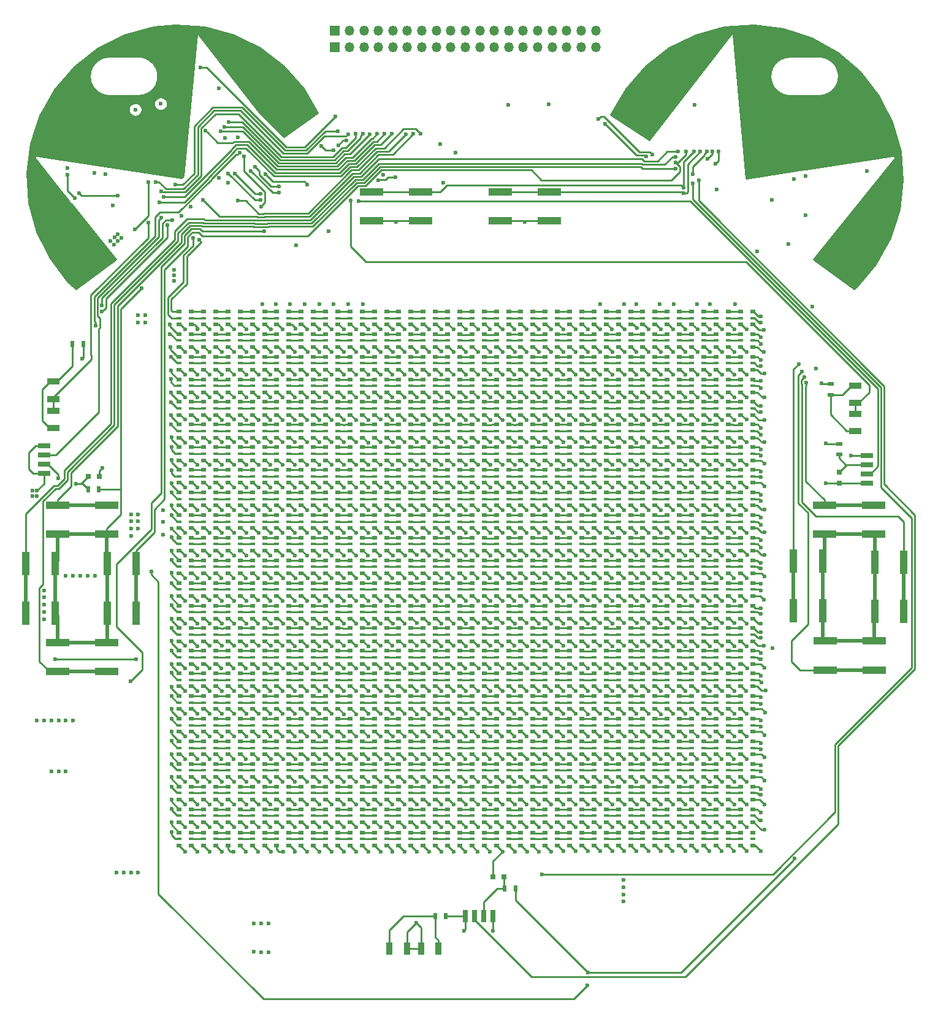
<source format=gtl>
G04 #@! TF.FileFunction,Copper,L1,Top,Signal*
%FSLAX46Y46*%
G04 Gerber Fmt 4.6, Leading zero omitted, Abs format (unit mm)*
G04 Created by KiCad (PCBNEW 4.0.6+dfsg1-1) date Fri Jun  8 13:36:59 2018*
%MOMM*%
%LPD*%
G01*
G04 APERTURE LIST*
%ADD10C,0.100000*%
%ADD11R,1.800000X0.800000*%
%ADD12R,1.350000X1.350000*%
%ADD13O,1.350000X1.350000*%
%ADD14R,3.200000X1.000000*%
%ADD15R,0.800000X0.500000*%
%ADD16R,0.800000X0.300000*%
%ADD17R,1.000000X3.200000*%
%ADD18R,0.500000X0.900000*%
%ADD19R,0.900000X0.500000*%
%ADD20R,0.800000X0.750000*%
%ADD21R,0.750000X0.800000*%
%ADD22R,0.800000X1.800000*%
%ADD23R,1.800000X0.830000*%
%ADD24R,0.830000X1.800000*%
%ADD25C,0.600000*%
%ADD26C,0.250000*%
%ADD27C,0.500000*%
%ADD28C,0.254000*%
G04 APERTURE END LIST*
D10*
D11*
X116980000Y-117830000D03*
X116980000Y-116560000D03*
X116980000Y-115290000D03*
X116980000Y-114020000D03*
D12*
X157175000Y-59000000D03*
D13*
X159175000Y-59000000D03*
X161175000Y-59000000D03*
X163175000Y-59000000D03*
X165175000Y-59000000D03*
X167175000Y-59000000D03*
X169175000Y-59000000D03*
X171175000Y-59000000D03*
X173175000Y-59000000D03*
X175175000Y-59000000D03*
X177175000Y-59000000D03*
X179175000Y-59000000D03*
X181175000Y-59000000D03*
X183175000Y-59000000D03*
X185175000Y-59000000D03*
X187175000Y-59000000D03*
X189175000Y-59000000D03*
X191175000Y-59000000D03*
X193175000Y-59000000D03*
D14*
X162200000Y-83000000D03*
X169000000Y-83000000D03*
X169000000Y-79000000D03*
X162200000Y-79000000D03*
D15*
X135650000Y-95500000D03*
D16*
X135650000Y-96400000D03*
D15*
X135650000Y-97300000D03*
X137350000Y-97300000D03*
D16*
X137350000Y-96400000D03*
D15*
X137350000Y-95500000D03*
X135650000Y-98623913D03*
D16*
X135650000Y-99523913D03*
D15*
X135650000Y-100423913D03*
X137350000Y-100423913D03*
D16*
X137350000Y-99523913D03*
D15*
X137350000Y-98623913D03*
X135650000Y-101747826D03*
D16*
X135650000Y-102647826D03*
D15*
X135650000Y-103547826D03*
X137350000Y-103547826D03*
D16*
X137350000Y-102647826D03*
D15*
X137350000Y-101747826D03*
X135650000Y-104871739D03*
D16*
X135650000Y-105771739D03*
D15*
X135650000Y-106671739D03*
X137350000Y-106671739D03*
D16*
X137350000Y-105771739D03*
D15*
X137350000Y-104871739D03*
X135650000Y-107995652D03*
D16*
X135650000Y-108895652D03*
D15*
X135650000Y-109795652D03*
X137350000Y-109795652D03*
D16*
X137350000Y-108895652D03*
D15*
X137350000Y-107995652D03*
X135650000Y-111119565D03*
D16*
X135650000Y-112019565D03*
D15*
X135650000Y-112919565D03*
X137350000Y-112919565D03*
D16*
X137350000Y-112019565D03*
D15*
X137350000Y-111119565D03*
X135650000Y-114243478D03*
D16*
X135650000Y-115143478D03*
D15*
X135650000Y-116043478D03*
X137350000Y-116043478D03*
D16*
X137350000Y-115143478D03*
D15*
X137350000Y-114243478D03*
X135650000Y-117367391D03*
D16*
X135650000Y-118267391D03*
D15*
X135650000Y-119167391D03*
X137350000Y-119167391D03*
D16*
X137350000Y-118267391D03*
D15*
X137350000Y-117367391D03*
X135650000Y-120491304D03*
D16*
X135650000Y-121391304D03*
D15*
X135650000Y-122291304D03*
X137350000Y-122291304D03*
D16*
X137350000Y-121391304D03*
D15*
X137350000Y-120491304D03*
X135650000Y-123615217D03*
D16*
X135650000Y-124515217D03*
D15*
X135650000Y-125415217D03*
X137350000Y-125415217D03*
D16*
X137350000Y-124515217D03*
D15*
X137350000Y-123615217D03*
X135650000Y-126739130D03*
D16*
X135650000Y-127639130D03*
D15*
X135650000Y-128539130D03*
X137350000Y-128539130D03*
D16*
X137350000Y-127639130D03*
D15*
X137350000Y-126739130D03*
X135650000Y-129863043D03*
D16*
X135650000Y-130763043D03*
D15*
X135650000Y-131663043D03*
X137350000Y-131663043D03*
D16*
X137350000Y-130763043D03*
D15*
X137350000Y-129863043D03*
X135650000Y-132986956D03*
D16*
X135650000Y-133886956D03*
D15*
X135650000Y-134786956D03*
X137350000Y-134786956D03*
D16*
X137350000Y-133886956D03*
D15*
X137350000Y-132986956D03*
X135650000Y-136110869D03*
D16*
X135650000Y-137010869D03*
D15*
X135650000Y-137910869D03*
X137350000Y-137910869D03*
D16*
X137350000Y-137010869D03*
D15*
X137350000Y-136110869D03*
X135650000Y-139234782D03*
D16*
X135650000Y-140134782D03*
D15*
X135650000Y-141034782D03*
X137350000Y-141034782D03*
D16*
X137350000Y-140134782D03*
D15*
X137350000Y-139234782D03*
X135650000Y-142358695D03*
D16*
X135650000Y-143258695D03*
D15*
X135650000Y-144158695D03*
X137350000Y-144158695D03*
D16*
X137350000Y-143258695D03*
D15*
X137350000Y-142358695D03*
X135650000Y-145482608D03*
D16*
X135650000Y-146382608D03*
D15*
X135650000Y-147282608D03*
X137350000Y-147282608D03*
D16*
X137350000Y-146382608D03*
D15*
X137350000Y-145482608D03*
X135650000Y-148606521D03*
D16*
X135650000Y-149506521D03*
D15*
X135650000Y-150406521D03*
X137350000Y-150406521D03*
D16*
X137350000Y-149506521D03*
D15*
X137350000Y-148606521D03*
X135650000Y-151730434D03*
D16*
X135650000Y-152630434D03*
D15*
X135650000Y-153530434D03*
X137350000Y-153530434D03*
D16*
X137350000Y-152630434D03*
D15*
X137350000Y-151730434D03*
X135650000Y-154854347D03*
D16*
X135650000Y-155754347D03*
D15*
X135650000Y-156654347D03*
X137350000Y-156654347D03*
D16*
X137350000Y-155754347D03*
D15*
X137350000Y-154854347D03*
X135650000Y-157978260D03*
D16*
X135650000Y-158878260D03*
D15*
X135650000Y-159778260D03*
X137350000Y-159778260D03*
D16*
X137350000Y-158878260D03*
D15*
X137350000Y-157978260D03*
X135650000Y-161102173D03*
D16*
X135650000Y-162002173D03*
D15*
X135650000Y-162902173D03*
X137350000Y-162902173D03*
D16*
X137350000Y-162002173D03*
D15*
X137350000Y-161102173D03*
X135650000Y-164226086D03*
D16*
X135650000Y-165126086D03*
D15*
X135650000Y-166026086D03*
X137350000Y-166026086D03*
D16*
X137350000Y-165126086D03*
D15*
X137350000Y-164226086D03*
X135650000Y-167449999D03*
D16*
X135650000Y-168349999D03*
D15*
X135650000Y-169249999D03*
X137350000Y-169249999D03*
D16*
X137350000Y-168349999D03*
D15*
X137350000Y-167449999D03*
X139019565Y-95500000D03*
D16*
X139019565Y-96400000D03*
D15*
X139019565Y-97300000D03*
X140719565Y-97300000D03*
D16*
X140719565Y-96400000D03*
D15*
X140719565Y-95500000D03*
X139019565Y-98623913D03*
D16*
X139019565Y-99523913D03*
D15*
X139019565Y-100423913D03*
X140719565Y-100423913D03*
D16*
X140719565Y-99523913D03*
D15*
X140719565Y-98623913D03*
X139019565Y-101747826D03*
D16*
X139019565Y-102647826D03*
D15*
X139019565Y-103547826D03*
X140719565Y-103547826D03*
D16*
X140719565Y-102647826D03*
D15*
X140719565Y-101747826D03*
X139019565Y-104871739D03*
D16*
X139019565Y-105771739D03*
D15*
X139019565Y-106671739D03*
X140719565Y-106671739D03*
D16*
X140719565Y-105771739D03*
D15*
X140719565Y-104871739D03*
X139019565Y-107995652D03*
D16*
X139019565Y-108895652D03*
D15*
X139019565Y-109795652D03*
X140719565Y-109795652D03*
D16*
X140719565Y-108895652D03*
D15*
X140719565Y-107995652D03*
X139019565Y-111119565D03*
D16*
X139019565Y-112019565D03*
D15*
X139019565Y-112919565D03*
X140719565Y-112919565D03*
D16*
X140719565Y-112019565D03*
D15*
X140719565Y-111119565D03*
X139019565Y-114243478D03*
D16*
X139019565Y-115143478D03*
D15*
X139019565Y-116043478D03*
X140719565Y-116043478D03*
D16*
X140719565Y-115143478D03*
D15*
X140719565Y-114243478D03*
X139019565Y-117367391D03*
D16*
X139019565Y-118267391D03*
D15*
X139019565Y-119167391D03*
X140719565Y-119167391D03*
D16*
X140719565Y-118267391D03*
D15*
X140719565Y-117367391D03*
X139019565Y-120491304D03*
D16*
X139019565Y-121391304D03*
D15*
X139019565Y-122291304D03*
X140719565Y-122291304D03*
D16*
X140719565Y-121391304D03*
D15*
X140719565Y-120491304D03*
X139019565Y-123615217D03*
D16*
X139019565Y-124515217D03*
D15*
X139019565Y-125415217D03*
X140719565Y-125415217D03*
D16*
X140719565Y-124515217D03*
D15*
X140719565Y-123615217D03*
X139019565Y-126739130D03*
D16*
X139019565Y-127639130D03*
D15*
X139019565Y-128539130D03*
X140719565Y-128539130D03*
D16*
X140719565Y-127639130D03*
D15*
X140719565Y-126739130D03*
X139019565Y-129863043D03*
D16*
X139019565Y-130763043D03*
D15*
X139019565Y-131663043D03*
X140719565Y-131663043D03*
D16*
X140719565Y-130763043D03*
D15*
X140719565Y-129863043D03*
X139019565Y-132986956D03*
D16*
X139019565Y-133886956D03*
D15*
X139019565Y-134786956D03*
X140719565Y-134786956D03*
D16*
X140719565Y-133886956D03*
D15*
X140719565Y-132986956D03*
X139019565Y-136110869D03*
D16*
X139019565Y-137010869D03*
D15*
X139019565Y-137910869D03*
X140719565Y-137910869D03*
D16*
X140719565Y-137010869D03*
D15*
X140719565Y-136110869D03*
X139019565Y-139234782D03*
D16*
X139019565Y-140134782D03*
D15*
X139019565Y-141034782D03*
X140719565Y-141034782D03*
D16*
X140719565Y-140134782D03*
D15*
X140719565Y-139234782D03*
X139019565Y-142358695D03*
D16*
X139019565Y-143258695D03*
D15*
X139019565Y-144158695D03*
X140719565Y-144158695D03*
D16*
X140719565Y-143258695D03*
D15*
X140719565Y-142358695D03*
X139019565Y-145482608D03*
D16*
X139019565Y-146382608D03*
D15*
X139019565Y-147282608D03*
X140719565Y-147282608D03*
D16*
X140719565Y-146382608D03*
D15*
X140719565Y-145482608D03*
X139019565Y-148606521D03*
D16*
X139019565Y-149506521D03*
D15*
X139019565Y-150406521D03*
X140719565Y-150406521D03*
D16*
X140719565Y-149506521D03*
D15*
X140719565Y-148606521D03*
X139019565Y-151730434D03*
D16*
X139019565Y-152630434D03*
D15*
X139019565Y-153530434D03*
X140719565Y-153530434D03*
D16*
X140719565Y-152630434D03*
D15*
X140719565Y-151730434D03*
X139019565Y-154854347D03*
D16*
X139019565Y-155754347D03*
D15*
X139019565Y-156654347D03*
X140719565Y-156654347D03*
D16*
X140719565Y-155754347D03*
D15*
X140719565Y-154854347D03*
X139019565Y-157978260D03*
D16*
X139019565Y-158878260D03*
D15*
X139019565Y-159778260D03*
X140719565Y-159778260D03*
D16*
X140719565Y-158878260D03*
D15*
X140719565Y-157978260D03*
X139019565Y-161102173D03*
D16*
X139019565Y-162002173D03*
D15*
X139019565Y-162902173D03*
X140719565Y-162902173D03*
D16*
X140719565Y-162002173D03*
D15*
X140719565Y-161102173D03*
X139019565Y-164226086D03*
D16*
X139019565Y-165126086D03*
D15*
X139019565Y-166026086D03*
X140719565Y-166026086D03*
D16*
X140719565Y-165126086D03*
D15*
X140719565Y-164226086D03*
X139019565Y-167449999D03*
D16*
X139019565Y-168349999D03*
D15*
X139019565Y-169249999D03*
X140719565Y-169249999D03*
D16*
X140719565Y-168349999D03*
D15*
X140719565Y-167449999D03*
X142389130Y-95500000D03*
D16*
X142389130Y-96400000D03*
D15*
X142389130Y-97300000D03*
X144089130Y-97300000D03*
D16*
X144089130Y-96400000D03*
D15*
X144089130Y-95500000D03*
X142389130Y-98623913D03*
D16*
X142389130Y-99523913D03*
D15*
X142389130Y-100423913D03*
X144089130Y-100423913D03*
D16*
X144089130Y-99523913D03*
D15*
X144089130Y-98623913D03*
X142389130Y-101747826D03*
D16*
X142389130Y-102647826D03*
D15*
X142389130Y-103547826D03*
X144089130Y-103547826D03*
D16*
X144089130Y-102647826D03*
D15*
X144089130Y-101747826D03*
X142389130Y-104871739D03*
D16*
X142389130Y-105771739D03*
D15*
X142389130Y-106671739D03*
X144089130Y-106671739D03*
D16*
X144089130Y-105771739D03*
D15*
X144089130Y-104871739D03*
X142389130Y-107995652D03*
D16*
X142389130Y-108895652D03*
D15*
X142389130Y-109795652D03*
X144089130Y-109795652D03*
D16*
X144089130Y-108895652D03*
D15*
X144089130Y-107995652D03*
X142389130Y-111119565D03*
D16*
X142389130Y-112019565D03*
D15*
X142389130Y-112919565D03*
X144089130Y-112919565D03*
D16*
X144089130Y-112019565D03*
D15*
X144089130Y-111119565D03*
X142389130Y-114243478D03*
D16*
X142389130Y-115143478D03*
D15*
X142389130Y-116043478D03*
X144089130Y-116043478D03*
D16*
X144089130Y-115143478D03*
D15*
X144089130Y-114243478D03*
X142389130Y-117367391D03*
D16*
X142389130Y-118267391D03*
D15*
X142389130Y-119167391D03*
X144089130Y-119167391D03*
D16*
X144089130Y-118267391D03*
D15*
X144089130Y-117367391D03*
X142389130Y-120491304D03*
D16*
X142389130Y-121391304D03*
D15*
X142389130Y-122291304D03*
X144089130Y-122291304D03*
D16*
X144089130Y-121391304D03*
D15*
X144089130Y-120491304D03*
X142389130Y-123615217D03*
D16*
X142389130Y-124515217D03*
D15*
X142389130Y-125415217D03*
X144089130Y-125415217D03*
D16*
X144089130Y-124515217D03*
D15*
X144089130Y-123615217D03*
X142389130Y-126739130D03*
D16*
X142389130Y-127639130D03*
D15*
X142389130Y-128539130D03*
X144089130Y-128539130D03*
D16*
X144089130Y-127639130D03*
D15*
X144089130Y-126739130D03*
X142389130Y-129863043D03*
D16*
X142389130Y-130763043D03*
D15*
X142389130Y-131663043D03*
X144089130Y-131663043D03*
D16*
X144089130Y-130763043D03*
D15*
X144089130Y-129863043D03*
X142389130Y-132986956D03*
D16*
X142389130Y-133886956D03*
D15*
X142389130Y-134786956D03*
X144089130Y-134786956D03*
D16*
X144089130Y-133886956D03*
D15*
X144089130Y-132986956D03*
X142389130Y-136110869D03*
D16*
X142389130Y-137010869D03*
D15*
X142389130Y-137910869D03*
X144089130Y-137910869D03*
D16*
X144089130Y-137010869D03*
D15*
X144089130Y-136110869D03*
X142389130Y-139234782D03*
D16*
X142389130Y-140134782D03*
D15*
X142389130Y-141034782D03*
X144089130Y-141034782D03*
D16*
X144089130Y-140134782D03*
D15*
X144089130Y-139234782D03*
X142389130Y-142358695D03*
D16*
X142389130Y-143258695D03*
D15*
X142389130Y-144158695D03*
X144089130Y-144158695D03*
D16*
X144089130Y-143258695D03*
D15*
X144089130Y-142358695D03*
X142389130Y-145482608D03*
D16*
X142389130Y-146382608D03*
D15*
X142389130Y-147282608D03*
X144089130Y-147282608D03*
D16*
X144089130Y-146382608D03*
D15*
X144089130Y-145482608D03*
X142389130Y-148606521D03*
D16*
X142389130Y-149506521D03*
D15*
X142389130Y-150406521D03*
X144089130Y-150406521D03*
D16*
X144089130Y-149506521D03*
D15*
X144089130Y-148606521D03*
X142389130Y-151730434D03*
D16*
X142389130Y-152630434D03*
D15*
X142389130Y-153530434D03*
X144089130Y-153530434D03*
D16*
X144089130Y-152630434D03*
D15*
X144089130Y-151730434D03*
X142389130Y-154854347D03*
D16*
X142389130Y-155754347D03*
D15*
X142389130Y-156654347D03*
X144089130Y-156654347D03*
D16*
X144089130Y-155754347D03*
D15*
X144089130Y-154854347D03*
X142389130Y-157978260D03*
D16*
X142389130Y-158878260D03*
D15*
X142389130Y-159778260D03*
X144089130Y-159778260D03*
D16*
X144089130Y-158878260D03*
D15*
X144089130Y-157978260D03*
X142389130Y-161102173D03*
D16*
X142389130Y-162002173D03*
D15*
X142389130Y-162902173D03*
X144089130Y-162902173D03*
D16*
X144089130Y-162002173D03*
D15*
X144089130Y-161102173D03*
X142389130Y-164226086D03*
D16*
X142389130Y-165126086D03*
D15*
X142389130Y-166026086D03*
X144089130Y-166026086D03*
D16*
X144089130Y-165126086D03*
D15*
X144089130Y-164226086D03*
X142389130Y-167449999D03*
D16*
X142389130Y-168349999D03*
D15*
X142389130Y-169249999D03*
X144089130Y-169249999D03*
D16*
X144089130Y-168349999D03*
D15*
X144089130Y-167449999D03*
X145758695Y-95500000D03*
D16*
X145758695Y-96400000D03*
D15*
X145758695Y-97300000D03*
X147458695Y-97300000D03*
D16*
X147458695Y-96400000D03*
D15*
X147458695Y-95500000D03*
X145758695Y-98623913D03*
D16*
X145758695Y-99523913D03*
D15*
X145758695Y-100423913D03*
X147458695Y-100423913D03*
D16*
X147458695Y-99523913D03*
D15*
X147458695Y-98623913D03*
X145758695Y-101747826D03*
D16*
X145758695Y-102647826D03*
D15*
X145758695Y-103547826D03*
X147458695Y-103547826D03*
D16*
X147458695Y-102647826D03*
D15*
X147458695Y-101747826D03*
X145758695Y-104871739D03*
D16*
X145758695Y-105771739D03*
D15*
X145758695Y-106671739D03*
X147458695Y-106671739D03*
D16*
X147458695Y-105771739D03*
D15*
X147458695Y-104871739D03*
X145758695Y-107995652D03*
D16*
X145758695Y-108895652D03*
D15*
X145758695Y-109795652D03*
X147458695Y-109795652D03*
D16*
X147458695Y-108895652D03*
D15*
X147458695Y-107995652D03*
X145758695Y-111119565D03*
D16*
X145758695Y-112019565D03*
D15*
X145758695Y-112919565D03*
X147458695Y-112919565D03*
D16*
X147458695Y-112019565D03*
D15*
X147458695Y-111119565D03*
X145758695Y-114243478D03*
D16*
X145758695Y-115143478D03*
D15*
X145758695Y-116043478D03*
X147458695Y-116043478D03*
D16*
X147458695Y-115143478D03*
D15*
X147458695Y-114243478D03*
X145758695Y-117367391D03*
D16*
X145758695Y-118267391D03*
D15*
X145758695Y-119167391D03*
X147458695Y-119167391D03*
D16*
X147458695Y-118267391D03*
D15*
X147458695Y-117367391D03*
X145758695Y-120491304D03*
D16*
X145758695Y-121391304D03*
D15*
X145758695Y-122291304D03*
X147458695Y-122291304D03*
D16*
X147458695Y-121391304D03*
D15*
X147458695Y-120491304D03*
X145758695Y-123615217D03*
D16*
X145758695Y-124515217D03*
D15*
X145758695Y-125415217D03*
X147458695Y-125415217D03*
D16*
X147458695Y-124515217D03*
D15*
X147458695Y-123615217D03*
X145758695Y-126739130D03*
D16*
X145758695Y-127639130D03*
D15*
X145758695Y-128539130D03*
X147458695Y-128539130D03*
D16*
X147458695Y-127639130D03*
D15*
X147458695Y-126739130D03*
X145758695Y-129863043D03*
D16*
X145758695Y-130763043D03*
D15*
X145758695Y-131663043D03*
X147458695Y-131663043D03*
D16*
X147458695Y-130763043D03*
D15*
X147458695Y-129863043D03*
X145758695Y-132986956D03*
D16*
X145758695Y-133886956D03*
D15*
X145758695Y-134786956D03*
X147458695Y-134786956D03*
D16*
X147458695Y-133886956D03*
D15*
X147458695Y-132986956D03*
X145758695Y-136110869D03*
D16*
X145758695Y-137010869D03*
D15*
X145758695Y-137910869D03*
X147458695Y-137910869D03*
D16*
X147458695Y-137010869D03*
D15*
X147458695Y-136110869D03*
X145758695Y-139234782D03*
D16*
X145758695Y-140134782D03*
D15*
X145758695Y-141034782D03*
X147458695Y-141034782D03*
D16*
X147458695Y-140134782D03*
D15*
X147458695Y-139234782D03*
X145758695Y-142358695D03*
D16*
X145758695Y-143258695D03*
D15*
X145758695Y-144158695D03*
X147458695Y-144158695D03*
D16*
X147458695Y-143258695D03*
D15*
X147458695Y-142358695D03*
X145758695Y-145482608D03*
D16*
X145758695Y-146382608D03*
D15*
X145758695Y-147282608D03*
X147458695Y-147282608D03*
D16*
X147458695Y-146382608D03*
D15*
X147458695Y-145482608D03*
X145758695Y-148606521D03*
D16*
X145758695Y-149506521D03*
D15*
X145758695Y-150406521D03*
X147458695Y-150406521D03*
D16*
X147458695Y-149506521D03*
D15*
X147458695Y-148606521D03*
X145758695Y-151730434D03*
D16*
X145758695Y-152630434D03*
D15*
X145758695Y-153530434D03*
X147458695Y-153530434D03*
D16*
X147458695Y-152630434D03*
D15*
X147458695Y-151730434D03*
X145758695Y-154854347D03*
D16*
X145758695Y-155754347D03*
D15*
X145758695Y-156654347D03*
X147458695Y-156654347D03*
D16*
X147458695Y-155754347D03*
D15*
X147458695Y-154854347D03*
X145758695Y-157978260D03*
D16*
X145758695Y-158878260D03*
D15*
X145758695Y-159778260D03*
X147458695Y-159778260D03*
D16*
X147458695Y-158878260D03*
D15*
X147458695Y-157978260D03*
X145758695Y-161102173D03*
D16*
X145758695Y-162002173D03*
D15*
X145758695Y-162902173D03*
X147458695Y-162902173D03*
D16*
X147458695Y-162002173D03*
D15*
X147458695Y-161102173D03*
X145758695Y-164226086D03*
D16*
X145758695Y-165126086D03*
D15*
X145758695Y-166026086D03*
X147458695Y-166026086D03*
D16*
X147458695Y-165126086D03*
D15*
X147458695Y-164226086D03*
X145758695Y-167449999D03*
D16*
X145758695Y-168349999D03*
D15*
X145758695Y-169249999D03*
X147458695Y-169249999D03*
D16*
X147458695Y-168349999D03*
D15*
X147458695Y-167449999D03*
X149128260Y-95500000D03*
D16*
X149128260Y-96400000D03*
D15*
X149128260Y-97300000D03*
X150828260Y-97300000D03*
D16*
X150828260Y-96400000D03*
D15*
X150828260Y-95500000D03*
X149128260Y-98623913D03*
D16*
X149128260Y-99523913D03*
D15*
X149128260Y-100423913D03*
X150828260Y-100423913D03*
D16*
X150828260Y-99523913D03*
D15*
X150828260Y-98623913D03*
X149128260Y-101747826D03*
D16*
X149128260Y-102647826D03*
D15*
X149128260Y-103547826D03*
X150828260Y-103547826D03*
D16*
X150828260Y-102647826D03*
D15*
X150828260Y-101747826D03*
X149128260Y-104871739D03*
D16*
X149128260Y-105771739D03*
D15*
X149128260Y-106671739D03*
X150828260Y-106671739D03*
D16*
X150828260Y-105771739D03*
D15*
X150828260Y-104871739D03*
X149128260Y-107995652D03*
D16*
X149128260Y-108895652D03*
D15*
X149128260Y-109795652D03*
X150828260Y-109795652D03*
D16*
X150828260Y-108895652D03*
D15*
X150828260Y-107995652D03*
X149128260Y-111119565D03*
D16*
X149128260Y-112019565D03*
D15*
X149128260Y-112919565D03*
X150828260Y-112919565D03*
D16*
X150828260Y-112019565D03*
D15*
X150828260Y-111119565D03*
X149128260Y-114243478D03*
D16*
X149128260Y-115143478D03*
D15*
X149128260Y-116043478D03*
X150828260Y-116043478D03*
D16*
X150828260Y-115143478D03*
D15*
X150828260Y-114243478D03*
X149128260Y-117367391D03*
D16*
X149128260Y-118267391D03*
D15*
X149128260Y-119167391D03*
X150828260Y-119167391D03*
D16*
X150828260Y-118267391D03*
D15*
X150828260Y-117367391D03*
X149128260Y-120491304D03*
D16*
X149128260Y-121391304D03*
D15*
X149128260Y-122291304D03*
X150828260Y-122291304D03*
D16*
X150828260Y-121391304D03*
D15*
X150828260Y-120491304D03*
X149128260Y-123615217D03*
D16*
X149128260Y-124515217D03*
D15*
X149128260Y-125415217D03*
X150828260Y-125415217D03*
D16*
X150828260Y-124515217D03*
D15*
X150828260Y-123615217D03*
X149128260Y-126739130D03*
D16*
X149128260Y-127639130D03*
D15*
X149128260Y-128539130D03*
X150828260Y-128539130D03*
D16*
X150828260Y-127639130D03*
D15*
X150828260Y-126739130D03*
X149128260Y-129863043D03*
D16*
X149128260Y-130763043D03*
D15*
X149128260Y-131663043D03*
X150828260Y-131663043D03*
D16*
X150828260Y-130763043D03*
D15*
X150828260Y-129863043D03*
X149128260Y-132986956D03*
D16*
X149128260Y-133886956D03*
D15*
X149128260Y-134786956D03*
X150828260Y-134786956D03*
D16*
X150828260Y-133886956D03*
D15*
X150828260Y-132986956D03*
X149128260Y-136110869D03*
D16*
X149128260Y-137010869D03*
D15*
X149128260Y-137910869D03*
X150828260Y-137910869D03*
D16*
X150828260Y-137010869D03*
D15*
X150828260Y-136110869D03*
X149128260Y-139234782D03*
D16*
X149128260Y-140134782D03*
D15*
X149128260Y-141034782D03*
X150828260Y-141034782D03*
D16*
X150828260Y-140134782D03*
D15*
X150828260Y-139234782D03*
X149128260Y-142358695D03*
D16*
X149128260Y-143258695D03*
D15*
X149128260Y-144158695D03*
X150828260Y-144158695D03*
D16*
X150828260Y-143258695D03*
D15*
X150828260Y-142358695D03*
X149128260Y-145482608D03*
D16*
X149128260Y-146382608D03*
D15*
X149128260Y-147282608D03*
X150828260Y-147282608D03*
D16*
X150828260Y-146382608D03*
D15*
X150828260Y-145482608D03*
X149128260Y-148606521D03*
D16*
X149128260Y-149506521D03*
D15*
X149128260Y-150406521D03*
X150828260Y-150406521D03*
D16*
X150828260Y-149506521D03*
D15*
X150828260Y-148606521D03*
X149128260Y-151730434D03*
D16*
X149128260Y-152630434D03*
D15*
X149128260Y-153530434D03*
X150828260Y-153530434D03*
D16*
X150828260Y-152630434D03*
D15*
X150828260Y-151730434D03*
X149128260Y-154854347D03*
D16*
X149128260Y-155754347D03*
D15*
X149128260Y-156654347D03*
X150828260Y-156654347D03*
D16*
X150828260Y-155754347D03*
D15*
X150828260Y-154854347D03*
X149128260Y-157978260D03*
D16*
X149128260Y-158878260D03*
D15*
X149128260Y-159778260D03*
X150828260Y-159778260D03*
D16*
X150828260Y-158878260D03*
D15*
X150828260Y-157978260D03*
X149128260Y-161102173D03*
D16*
X149128260Y-162002173D03*
D15*
X149128260Y-162902173D03*
X150828260Y-162902173D03*
D16*
X150828260Y-162002173D03*
D15*
X150828260Y-161102173D03*
X149128260Y-164226086D03*
D16*
X149128260Y-165126086D03*
D15*
X149128260Y-166026086D03*
X150828260Y-166026086D03*
D16*
X150828260Y-165126086D03*
D15*
X150828260Y-164226086D03*
X149128260Y-167449999D03*
D16*
X149128260Y-168349999D03*
D15*
X149128260Y-169249999D03*
X150828260Y-169249999D03*
D16*
X150828260Y-168349999D03*
D15*
X150828260Y-167449999D03*
X152497825Y-95500000D03*
D16*
X152497825Y-96400000D03*
D15*
X152497825Y-97300000D03*
X154197825Y-97300000D03*
D16*
X154197825Y-96400000D03*
D15*
X154197825Y-95500000D03*
X152497825Y-98623913D03*
D16*
X152497825Y-99523913D03*
D15*
X152497825Y-100423913D03*
X154197825Y-100423913D03*
D16*
X154197825Y-99523913D03*
D15*
X154197825Y-98623913D03*
X152497825Y-101747826D03*
D16*
X152497825Y-102647826D03*
D15*
X152497825Y-103547826D03*
X154197825Y-103547826D03*
D16*
X154197825Y-102647826D03*
D15*
X154197825Y-101747826D03*
X152497825Y-104871739D03*
D16*
X152497825Y-105771739D03*
D15*
X152497825Y-106671739D03*
X154197825Y-106671739D03*
D16*
X154197825Y-105771739D03*
D15*
X154197825Y-104871739D03*
X152497825Y-107995652D03*
D16*
X152497825Y-108895652D03*
D15*
X152497825Y-109795652D03*
X154197825Y-109795652D03*
D16*
X154197825Y-108895652D03*
D15*
X154197825Y-107995652D03*
X152497825Y-111119565D03*
D16*
X152497825Y-112019565D03*
D15*
X152497825Y-112919565D03*
X154197825Y-112919565D03*
D16*
X154197825Y-112019565D03*
D15*
X154197825Y-111119565D03*
X152497825Y-114243478D03*
D16*
X152497825Y-115143478D03*
D15*
X152497825Y-116043478D03*
X154197825Y-116043478D03*
D16*
X154197825Y-115143478D03*
D15*
X154197825Y-114243478D03*
X152497825Y-117367391D03*
D16*
X152497825Y-118267391D03*
D15*
X152497825Y-119167391D03*
X154197825Y-119167391D03*
D16*
X154197825Y-118267391D03*
D15*
X154197825Y-117367391D03*
X152497825Y-120491304D03*
D16*
X152497825Y-121391304D03*
D15*
X152497825Y-122291304D03*
X154197825Y-122291304D03*
D16*
X154197825Y-121391304D03*
D15*
X154197825Y-120491304D03*
X152497825Y-123615217D03*
D16*
X152497825Y-124515217D03*
D15*
X152497825Y-125415217D03*
X154197825Y-125415217D03*
D16*
X154197825Y-124515217D03*
D15*
X154197825Y-123615217D03*
X152497825Y-126739130D03*
D16*
X152497825Y-127639130D03*
D15*
X152497825Y-128539130D03*
X154197825Y-128539130D03*
D16*
X154197825Y-127639130D03*
D15*
X154197825Y-126739130D03*
X152497825Y-129863043D03*
D16*
X152497825Y-130763043D03*
D15*
X152497825Y-131663043D03*
X154197825Y-131663043D03*
D16*
X154197825Y-130763043D03*
D15*
X154197825Y-129863043D03*
X152497825Y-132986956D03*
D16*
X152497825Y-133886956D03*
D15*
X152497825Y-134786956D03*
X154197825Y-134786956D03*
D16*
X154197825Y-133886956D03*
D15*
X154197825Y-132986956D03*
X152497825Y-136110869D03*
D16*
X152497825Y-137010869D03*
D15*
X152497825Y-137910869D03*
X154197825Y-137910869D03*
D16*
X154197825Y-137010869D03*
D15*
X154197825Y-136110869D03*
X152497825Y-139234782D03*
D16*
X152497825Y-140134782D03*
D15*
X152497825Y-141034782D03*
X154197825Y-141034782D03*
D16*
X154197825Y-140134782D03*
D15*
X154197825Y-139234782D03*
X152497825Y-142358695D03*
D16*
X152497825Y-143258695D03*
D15*
X152497825Y-144158695D03*
X154197825Y-144158695D03*
D16*
X154197825Y-143258695D03*
D15*
X154197825Y-142358695D03*
X152497825Y-145482608D03*
D16*
X152497825Y-146382608D03*
D15*
X152497825Y-147282608D03*
X154197825Y-147282608D03*
D16*
X154197825Y-146382608D03*
D15*
X154197825Y-145482608D03*
X152497825Y-148606521D03*
D16*
X152497825Y-149506521D03*
D15*
X152497825Y-150406521D03*
X154197825Y-150406521D03*
D16*
X154197825Y-149506521D03*
D15*
X154197825Y-148606521D03*
X152497825Y-151730434D03*
D16*
X152497825Y-152630434D03*
D15*
X152497825Y-153530434D03*
X154197825Y-153530434D03*
D16*
X154197825Y-152630434D03*
D15*
X154197825Y-151730434D03*
X152497825Y-154854347D03*
D16*
X152497825Y-155754347D03*
D15*
X152497825Y-156654347D03*
X154197825Y-156654347D03*
D16*
X154197825Y-155754347D03*
D15*
X154197825Y-154854347D03*
X152497825Y-157978260D03*
D16*
X152497825Y-158878260D03*
D15*
X152497825Y-159778260D03*
X154197825Y-159778260D03*
D16*
X154197825Y-158878260D03*
D15*
X154197825Y-157978260D03*
X152497825Y-161102173D03*
D16*
X152497825Y-162002173D03*
D15*
X152497825Y-162902173D03*
X154197825Y-162902173D03*
D16*
X154197825Y-162002173D03*
D15*
X154197825Y-161102173D03*
X152497825Y-164226086D03*
D16*
X152497825Y-165126086D03*
D15*
X152497825Y-166026086D03*
X154197825Y-166026086D03*
D16*
X154197825Y-165126086D03*
D15*
X154197825Y-164226086D03*
X152497825Y-167449999D03*
D16*
X152497825Y-168349999D03*
D15*
X152497825Y-169249999D03*
X154197825Y-169249999D03*
D16*
X154197825Y-168349999D03*
D15*
X154197825Y-167449999D03*
X155867390Y-95500000D03*
D16*
X155867390Y-96400000D03*
D15*
X155867390Y-97300000D03*
X157567390Y-97300000D03*
D16*
X157567390Y-96400000D03*
D15*
X157567390Y-95500000D03*
X155867390Y-98623913D03*
D16*
X155867390Y-99523913D03*
D15*
X155867390Y-100423913D03*
X157567390Y-100423913D03*
D16*
X157567390Y-99523913D03*
D15*
X157567390Y-98623913D03*
X155867390Y-101747826D03*
D16*
X155867390Y-102647826D03*
D15*
X155867390Y-103547826D03*
X157567390Y-103547826D03*
D16*
X157567390Y-102647826D03*
D15*
X157567390Y-101747826D03*
X155867390Y-104871739D03*
D16*
X155867390Y-105771739D03*
D15*
X155867390Y-106671739D03*
X157567390Y-106671739D03*
D16*
X157567390Y-105771739D03*
D15*
X157567390Y-104871739D03*
X155867390Y-107995652D03*
D16*
X155867390Y-108895652D03*
D15*
X155867390Y-109795652D03*
X157567390Y-109795652D03*
D16*
X157567390Y-108895652D03*
D15*
X157567390Y-107995652D03*
X155867390Y-111119565D03*
D16*
X155867390Y-112019565D03*
D15*
X155867390Y-112919565D03*
X157567390Y-112919565D03*
D16*
X157567390Y-112019565D03*
D15*
X157567390Y-111119565D03*
X155867390Y-114243478D03*
D16*
X155867390Y-115143478D03*
D15*
X155867390Y-116043478D03*
X157567390Y-116043478D03*
D16*
X157567390Y-115143478D03*
D15*
X157567390Y-114243478D03*
X155867390Y-117367391D03*
D16*
X155867390Y-118267391D03*
D15*
X155867390Y-119167391D03*
X157567390Y-119167391D03*
D16*
X157567390Y-118267391D03*
D15*
X157567390Y-117367391D03*
X155867390Y-120491304D03*
D16*
X155867390Y-121391304D03*
D15*
X155867390Y-122291304D03*
X157567390Y-122291304D03*
D16*
X157567390Y-121391304D03*
D15*
X157567390Y-120491304D03*
X155867390Y-123615217D03*
D16*
X155867390Y-124515217D03*
D15*
X155867390Y-125415217D03*
X157567390Y-125415217D03*
D16*
X157567390Y-124515217D03*
D15*
X157567390Y-123615217D03*
X155867390Y-126739130D03*
D16*
X155867390Y-127639130D03*
D15*
X155867390Y-128539130D03*
X157567390Y-128539130D03*
D16*
X157567390Y-127639130D03*
D15*
X157567390Y-126739130D03*
X155867390Y-129863043D03*
D16*
X155867390Y-130763043D03*
D15*
X155867390Y-131663043D03*
X157567390Y-131663043D03*
D16*
X157567390Y-130763043D03*
D15*
X157567390Y-129863043D03*
X155867390Y-132986956D03*
D16*
X155867390Y-133886956D03*
D15*
X155867390Y-134786956D03*
X157567390Y-134786956D03*
D16*
X157567390Y-133886956D03*
D15*
X157567390Y-132986956D03*
X155867390Y-136110869D03*
D16*
X155867390Y-137010869D03*
D15*
X155867390Y-137910869D03*
X157567390Y-137910869D03*
D16*
X157567390Y-137010869D03*
D15*
X157567390Y-136110869D03*
X155867390Y-139234782D03*
D16*
X155867390Y-140134782D03*
D15*
X155867390Y-141034782D03*
X157567390Y-141034782D03*
D16*
X157567390Y-140134782D03*
D15*
X157567390Y-139234782D03*
X155867390Y-142358695D03*
D16*
X155867390Y-143258695D03*
D15*
X155867390Y-144158695D03*
X157567390Y-144158695D03*
D16*
X157567390Y-143258695D03*
D15*
X157567390Y-142358695D03*
X155867390Y-145482608D03*
D16*
X155867390Y-146382608D03*
D15*
X155867390Y-147282608D03*
X157567390Y-147282608D03*
D16*
X157567390Y-146382608D03*
D15*
X157567390Y-145482608D03*
X155867390Y-148606521D03*
D16*
X155867390Y-149506521D03*
D15*
X155867390Y-150406521D03*
X157567390Y-150406521D03*
D16*
X157567390Y-149506521D03*
D15*
X157567390Y-148606521D03*
X155867390Y-151730434D03*
D16*
X155867390Y-152630434D03*
D15*
X155867390Y-153530434D03*
X157567390Y-153530434D03*
D16*
X157567390Y-152630434D03*
D15*
X157567390Y-151730434D03*
X155867390Y-154854347D03*
D16*
X155867390Y-155754347D03*
D15*
X155867390Y-156654347D03*
X157567390Y-156654347D03*
D16*
X157567390Y-155754347D03*
D15*
X157567390Y-154854347D03*
X155867390Y-157978260D03*
D16*
X155867390Y-158878260D03*
D15*
X155867390Y-159778260D03*
X157567390Y-159778260D03*
D16*
X157567390Y-158878260D03*
D15*
X157567390Y-157978260D03*
X155867390Y-161102173D03*
D16*
X155867390Y-162002173D03*
D15*
X155867390Y-162902173D03*
X157567390Y-162902173D03*
D16*
X157567390Y-162002173D03*
D15*
X157567390Y-161102173D03*
X155867390Y-164226086D03*
D16*
X155867390Y-165126086D03*
D15*
X155867390Y-166026086D03*
X157567390Y-166026086D03*
D16*
X157567390Y-165126086D03*
D15*
X157567390Y-164226086D03*
X155867390Y-167449999D03*
D16*
X155867390Y-168349999D03*
D15*
X155867390Y-169249999D03*
X157567390Y-169249999D03*
D16*
X157567390Y-168349999D03*
D15*
X157567390Y-167449999D03*
X159236955Y-95500000D03*
D16*
X159236955Y-96400000D03*
D15*
X159236955Y-97300000D03*
X160936955Y-97300000D03*
D16*
X160936955Y-96400000D03*
D15*
X160936955Y-95500000D03*
X159236955Y-98623913D03*
D16*
X159236955Y-99523913D03*
D15*
X159236955Y-100423913D03*
X160936955Y-100423913D03*
D16*
X160936955Y-99523913D03*
D15*
X160936955Y-98623913D03*
X159236955Y-101747826D03*
D16*
X159236955Y-102647826D03*
D15*
X159236955Y-103547826D03*
X160936955Y-103547826D03*
D16*
X160936955Y-102647826D03*
D15*
X160936955Y-101747826D03*
X159236955Y-104871739D03*
D16*
X159236955Y-105771739D03*
D15*
X159236955Y-106671739D03*
X160936955Y-106671739D03*
D16*
X160936955Y-105771739D03*
D15*
X160936955Y-104871739D03*
X159236955Y-107995652D03*
D16*
X159236955Y-108895652D03*
D15*
X159236955Y-109795652D03*
X160936955Y-109795652D03*
D16*
X160936955Y-108895652D03*
D15*
X160936955Y-107995652D03*
X159236955Y-111119565D03*
D16*
X159236955Y-112019565D03*
D15*
X159236955Y-112919565D03*
X160936955Y-112919565D03*
D16*
X160936955Y-112019565D03*
D15*
X160936955Y-111119565D03*
X159236955Y-114243478D03*
D16*
X159236955Y-115143478D03*
D15*
X159236955Y-116043478D03*
X160936955Y-116043478D03*
D16*
X160936955Y-115143478D03*
D15*
X160936955Y-114243478D03*
X159236955Y-117367391D03*
D16*
X159236955Y-118267391D03*
D15*
X159236955Y-119167391D03*
X160936955Y-119167391D03*
D16*
X160936955Y-118267391D03*
D15*
X160936955Y-117367391D03*
X159236955Y-120491304D03*
D16*
X159236955Y-121391304D03*
D15*
X159236955Y-122291304D03*
X160936955Y-122291304D03*
D16*
X160936955Y-121391304D03*
D15*
X160936955Y-120491304D03*
X159236955Y-123615217D03*
D16*
X159236955Y-124515217D03*
D15*
X159236955Y-125415217D03*
X160936955Y-125415217D03*
D16*
X160936955Y-124515217D03*
D15*
X160936955Y-123615217D03*
X159236955Y-126739130D03*
D16*
X159236955Y-127639130D03*
D15*
X159236955Y-128539130D03*
X160936955Y-128539130D03*
D16*
X160936955Y-127639130D03*
D15*
X160936955Y-126739130D03*
X159236955Y-129863043D03*
D16*
X159236955Y-130763043D03*
D15*
X159236955Y-131663043D03*
X160936955Y-131663043D03*
D16*
X160936955Y-130763043D03*
D15*
X160936955Y-129863043D03*
X159236955Y-132986956D03*
D16*
X159236955Y-133886956D03*
D15*
X159236955Y-134786956D03*
X160936955Y-134786956D03*
D16*
X160936955Y-133886956D03*
D15*
X160936955Y-132986956D03*
X159236955Y-136110869D03*
D16*
X159236955Y-137010869D03*
D15*
X159236955Y-137910869D03*
X160936955Y-137910869D03*
D16*
X160936955Y-137010869D03*
D15*
X160936955Y-136110869D03*
X159236955Y-139234782D03*
D16*
X159236955Y-140134782D03*
D15*
X159236955Y-141034782D03*
X160936955Y-141034782D03*
D16*
X160936955Y-140134782D03*
D15*
X160936955Y-139234782D03*
X159236955Y-142358695D03*
D16*
X159236955Y-143258695D03*
D15*
X159236955Y-144158695D03*
X160936955Y-144158695D03*
D16*
X160936955Y-143258695D03*
D15*
X160936955Y-142358695D03*
X159236955Y-145482608D03*
D16*
X159236955Y-146382608D03*
D15*
X159236955Y-147282608D03*
X160936955Y-147282608D03*
D16*
X160936955Y-146382608D03*
D15*
X160936955Y-145482608D03*
X159236955Y-148606521D03*
D16*
X159236955Y-149506521D03*
D15*
X159236955Y-150406521D03*
X160936955Y-150406521D03*
D16*
X160936955Y-149506521D03*
D15*
X160936955Y-148606521D03*
X159236955Y-151730434D03*
D16*
X159236955Y-152630434D03*
D15*
X159236955Y-153530434D03*
X160936955Y-153530434D03*
D16*
X160936955Y-152630434D03*
D15*
X160936955Y-151730434D03*
X159236955Y-154854347D03*
D16*
X159236955Y-155754347D03*
D15*
X159236955Y-156654347D03*
X160936955Y-156654347D03*
D16*
X160936955Y-155754347D03*
D15*
X160936955Y-154854347D03*
X159236955Y-157978260D03*
D16*
X159236955Y-158878260D03*
D15*
X159236955Y-159778260D03*
X160936955Y-159778260D03*
D16*
X160936955Y-158878260D03*
D15*
X160936955Y-157978260D03*
X159236955Y-161102173D03*
D16*
X159236955Y-162002173D03*
D15*
X159236955Y-162902173D03*
X160936955Y-162902173D03*
D16*
X160936955Y-162002173D03*
D15*
X160936955Y-161102173D03*
X159236955Y-164226086D03*
D16*
X159236955Y-165126086D03*
D15*
X159236955Y-166026086D03*
X160936955Y-166026086D03*
D16*
X160936955Y-165126086D03*
D15*
X160936955Y-164226086D03*
X159236955Y-167449999D03*
D16*
X159236955Y-168349999D03*
D15*
X159236955Y-169249999D03*
X160936955Y-169249999D03*
D16*
X160936955Y-168349999D03*
D15*
X160936955Y-167449999D03*
X162606520Y-95500000D03*
D16*
X162606520Y-96400000D03*
D15*
X162606520Y-97300000D03*
X164306520Y-97300000D03*
D16*
X164306520Y-96400000D03*
D15*
X164306520Y-95500000D03*
X162606520Y-98623913D03*
D16*
X162606520Y-99523913D03*
D15*
X162606520Y-100423913D03*
X164306520Y-100423913D03*
D16*
X164306520Y-99523913D03*
D15*
X164306520Y-98623913D03*
X162606520Y-101747826D03*
D16*
X162606520Y-102647826D03*
D15*
X162606520Y-103547826D03*
X164306520Y-103547826D03*
D16*
X164306520Y-102647826D03*
D15*
X164306520Y-101747826D03*
X162606520Y-104871739D03*
D16*
X162606520Y-105771739D03*
D15*
X162606520Y-106671739D03*
X164306520Y-106671739D03*
D16*
X164306520Y-105771739D03*
D15*
X164306520Y-104871739D03*
X162606520Y-107995652D03*
D16*
X162606520Y-108895652D03*
D15*
X162606520Y-109795652D03*
X164306520Y-109795652D03*
D16*
X164306520Y-108895652D03*
D15*
X164306520Y-107995652D03*
X162606520Y-111119565D03*
D16*
X162606520Y-112019565D03*
D15*
X162606520Y-112919565D03*
X164306520Y-112919565D03*
D16*
X164306520Y-112019565D03*
D15*
X164306520Y-111119565D03*
X162606520Y-114243478D03*
D16*
X162606520Y-115143478D03*
D15*
X162606520Y-116043478D03*
X164306520Y-116043478D03*
D16*
X164306520Y-115143478D03*
D15*
X164306520Y-114243478D03*
X162606520Y-117367391D03*
D16*
X162606520Y-118267391D03*
D15*
X162606520Y-119167391D03*
X164306520Y-119167391D03*
D16*
X164306520Y-118267391D03*
D15*
X164306520Y-117367391D03*
X162606520Y-120491304D03*
D16*
X162606520Y-121391304D03*
D15*
X162606520Y-122291304D03*
X164306520Y-122291304D03*
D16*
X164306520Y-121391304D03*
D15*
X164306520Y-120491304D03*
X162606520Y-123615217D03*
D16*
X162606520Y-124515217D03*
D15*
X162606520Y-125415217D03*
X164306520Y-125415217D03*
D16*
X164306520Y-124515217D03*
D15*
X164306520Y-123615217D03*
X162606520Y-126739130D03*
D16*
X162606520Y-127639130D03*
D15*
X162606520Y-128539130D03*
X164306520Y-128539130D03*
D16*
X164306520Y-127639130D03*
D15*
X164306520Y-126739130D03*
X162606520Y-129863043D03*
D16*
X162606520Y-130763043D03*
D15*
X162606520Y-131663043D03*
X164306520Y-131663043D03*
D16*
X164306520Y-130763043D03*
D15*
X164306520Y-129863043D03*
X162606520Y-132986956D03*
D16*
X162606520Y-133886956D03*
D15*
X162606520Y-134786956D03*
X164306520Y-134786956D03*
D16*
X164306520Y-133886956D03*
D15*
X164306520Y-132986956D03*
X162606520Y-136110869D03*
D16*
X162606520Y-137010869D03*
D15*
X162606520Y-137910869D03*
X164306520Y-137910869D03*
D16*
X164306520Y-137010869D03*
D15*
X164306520Y-136110869D03*
X162606520Y-139234782D03*
D16*
X162606520Y-140134782D03*
D15*
X162606520Y-141034782D03*
X164306520Y-141034782D03*
D16*
X164306520Y-140134782D03*
D15*
X164306520Y-139234782D03*
X162606520Y-142358695D03*
D16*
X162606520Y-143258695D03*
D15*
X162606520Y-144158695D03*
X164306520Y-144158695D03*
D16*
X164306520Y-143258695D03*
D15*
X164306520Y-142358695D03*
X162606520Y-145482608D03*
D16*
X162606520Y-146382608D03*
D15*
X162606520Y-147282608D03*
X164306520Y-147282608D03*
D16*
X164306520Y-146382608D03*
D15*
X164306520Y-145482608D03*
X162606520Y-148606521D03*
D16*
X162606520Y-149506521D03*
D15*
X162606520Y-150406521D03*
X164306520Y-150406521D03*
D16*
X164306520Y-149506521D03*
D15*
X164306520Y-148606521D03*
X162606520Y-151730434D03*
D16*
X162606520Y-152630434D03*
D15*
X162606520Y-153530434D03*
X164306520Y-153530434D03*
D16*
X164306520Y-152630434D03*
D15*
X164306520Y-151730434D03*
X162606520Y-154854347D03*
D16*
X162606520Y-155754347D03*
D15*
X162606520Y-156654347D03*
X164306520Y-156654347D03*
D16*
X164306520Y-155754347D03*
D15*
X164306520Y-154854347D03*
X162606520Y-157978260D03*
D16*
X162606520Y-158878260D03*
D15*
X162606520Y-159778260D03*
X164306520Y-159778260D03*
D16*
X164306520Y-158878260D03*
D15*
X164306520Y-157978260D03*
X162606520Y-161102173D03*
D16*
X162606520Y-162002173D03*
D15*
X162606520Y-162902173D03*
X164306520Y-162902173D03*
D16*
X164306520Y-162002173D03*
D15*
X164306520Y-161102173D03*
X162606520Y-164226086D03*
D16*
X162606520Y-165126086D03*
D15*
X162606520Y-166026086D03*
X164306520Y-166026086D03*
D16*
X164306520Y-165126086D03*
D15*
X164306520Y-164226086D03*
X162606520Y-167449999D03*
D16*
X162606520Y-168349999D03*
D15*
X162606520Y-169249999D03*
X164306520Y-169249999D03*
D16*
X164306520Y-168349999D03*
D15*
X164306520Y-167449999D03*
X165976085Y-95500000D03*
D16*
X165976085Y-96400000D03*
D15*
X165976085Y-97300000D03*
X167676085Y-97300000D03*
D16*
X167676085Y-96400000D03*
D15*
X167676085Y-95500000D03*
X165976085Y-98623913D03*
D16*
X165976085Y-99523913D03*
D15*
X165976085Y-100423913D03*
X167676085Y-100423913D03*
D16*
X167676085Y-99523913D03*
D15*
X167676085Y-98623913D03*
X165976085Y-101747826D03*
D16*
X165976085Y-102647826D03*
D15*
X165976085Y-103547826D03*
X167676085Y-103547826D03*
D16*
X167676085Y-102647826D03*
D15*
X167676085Y-101747826D03*
X165976085Y-104871739D03*
D16*
X165976085Y-105771739D03*
D15*
X165976085Y-106671739D03*
X167676085Y-106671739D03*
D16*
X167676085Y-105771739D03*
D15*
X167676085Y-104871739D03*
X165976085Y-107995652D03*
D16*
X165976085Y-108895652D03*
D15*
X165976085Y-109795652D03*
X167676085Y-109795652D03*
D16*
X167676085Y-108895652D03*
D15*
X167676085Y-107995652D03*
X165976085Y-111119565D03*
D16*
X165976085Y-112019565D03*
D15*
X165976085Y-112919565D03*
X167676085Y-112919565D03*
D16*
X167676085Y-112019565D03*
D15*
X167676085Y-111119565D03*
X165976085Y-114243478D03*
D16*
X165976085Y-115143478D03*
D15*
X165976085Y-116043478D03*
X167676085Y-116043478D03*
D16*
X167676085Y-115143478D03*
D15*
X167676085Y-114243478D03*
X165976085Y-117367391D03*
D16*
X165976085Y-118267391D03*
D15*
X165976085Y-119167391D03*
X167676085Y-119167391D03*
D16*
X167676085Y-118267391D03*
D15*
X167676085Y-117367391D03*
X165976085Y-120491304D03*
D16*
X165976085Y-121391304D03*
D15*
X165976085Y-122291304D03*
X167676085Y-122291304D03*
D16*
X167676085Y-121391304D03*
D15*
X167676085Y-120491304D03*
X165976085Y-123615217D03*
D16*
X165976085Y-124515217D03*
D15*
X165976085Y-125415217D03*
X167676085Y-125415217D03*
D16*
X167676085Y-124515217D03*
D15*
X167676085Y-123615217D03*
X165976085Y-126739130D03*
D16*
X165976085Y-127639130D03*
D15*
X165976085Y-128539130D03*
X167676085Y-128539130D03*
D16*
X167676085Y-127639130D03*
D15*
X167676085Y-126739130D03*
X165976085Y-129863043D03*
D16*
X165976085Y-130763043D03*
D15*
X165976085Y-131663043D03*
X167676085Y-131663043D03*
D16*
X167676085Y-130763043D03*
D15*
X167676085Y-129863043D03*
X165976085Y-132986956D03*
D16*
X165976085Y-133886956D03*
D15*
X165976085Y-134786956D03*
X167676085Y-134786956D03*
D16*
X167676085Y-133886956D03*
D15*
X167676085Y-132986956D03*
X165976085Y-136110869D03*
D16*
X165976085Y-137010869D03*
D15*
X165976085Y-137910869D03*
X167676085Y-137910869D03*
D16*
X167676085Y-137010869D03*
D15*
X167676085Y-136110869D03*
X165976085Y-139234782D03*
D16*
X165976085Y-140134782D03*
D15*
X165976085Y-141034782D03*
X167676085Y-141034782D03*
D16*
X167676085Y-140134782D03*
D15*
X167676085Y-139234782D03*
X165976085Y-142358695D03*
D16*
X165976085Y-143258695D03*
D15*
X165976085Y-144158695D03*
X167676085Y-144158695D03*
D16*
X167676085Y-143258695D03*
D15*
X167676085Y-142358695D03*
X165976085Y-145482608D03*
D16*
X165976085Y-146382608D03*
D15*
X165976085Y-147282608D03*
X167676085Y-147282608D03*
D16*
X167676085Y-146382608D03*
D15*
X167676085Y-145482608D03*
X165976085Y-148606521D03*
D16*
X165976085Y-149506521D03*
D15*
X165976085Y-150406521D03*
X167676085Y-150406521D03*
D16*
X167676085Y-149506521D03*
D15*
X167676085Y-148606521D03*
X165976085Y-151730434D03*
D16*
X165976085Y-152630434D03*
D15*
X165976085Y-153530434D03*
X167676085Y-153530434D03*
D16*
X167676085Y-152630434D03*
D15*
X167676085Y-151730434D03*
X165976085Y-154854347D03*
D16*
X165976085Y-155754347D03*
D15*
X165976085Y-156654347D03*
X167676085Y-156654347D03*
D16*
X167676085Y-155754347D03*
D15*
X167676085Y-154854347D03*
X165976085Y-157978260D03*
D16*
X165976085Y-158878260D03*
D15*
X165976085Y-159778260D03*
X167676085Y-159778260D03*
D16*
X167676085Y-158878260D03*
D15*
X167676085Y-157978260D03*
X165976085Y-161102173D03*
D16*
X165976085Y-162002173D03*
D15*
X165976085Y-162902173D03*
X167676085Y-162902173D03*
D16*
X167676085Y-162002173D03*
D15*
X167676085Y-161102173D03*
X165976085Y-164226086D03*
D16*
X165976085Y-165126086D03*
D15*
X165976085Y-166026086D03*
X167676085Y-166026086D03*
D16*
X167676085Y-165126086D03*
D15*
X167676085Y-164226086D03*
X165976085Y-167449999D03*
D16*
X165976085Y-168349999D03*
D15*
X165976085Y-169249999D03*
X167676085Y-169249999D03*
D16*
X167676085Y-168349999D03*
D15*
X167676085Y-167449999D03*
X169345650Y-95500000D03*
D16*
X169345650Y-96400000D03*
D15*
X169345650Y-97300000D03*
X171045650Y-97300000D03*
D16*
X171045650Y-96400000D03*
D15*
X171045650Y-95500000D03*
X169345650Y-98623913D03*
D16*
X169345650Y-99523913D03*
D15*
X169345650Y-100423913D03*
X171045650Y-100423913D03*
D16*
X171045650Y-99523913D03*
D15*
X171045650Y-98623913D03*
X169345650Y-101747826D03*
D16*
X169345650Y-102647826D03*
D15*
X169345650Y-103547826D03*
X171045650Y-103547826D03*
D16*
X171045650Y-102647826D03*
D15*
X171045650Y-101747826D03*
X169345650Y-104871739D03*
D16*
X169345650Y-105771739D03*
D15*
X169345650Y-106671739D03*
X171045650Y-106671739D03*
D16*
X171045650Y-105771739D03*
D15*
X171045650Y-104871739D03*
X169345650Y-107995652D03*
D16*
X169345650Y-108895652D03*
D15*
X169345650Y-109795652D03*
X171045650Y-109795652D03*
D16*
X171045650Y-108895652D03*
D15*
X171045650Y-107995652D03*
X169345650Y-111119565D03*
D16*
X169345650Y-112019565D03*
D15*
X169345650Y-112919565D03*
X171045650Y-112919565D03*
D16*
X171045650Y-112019565D03*
D15*
X171045650Y-111119565D03*
X169345650Y-114243478D03*
D16*
X169345650Y-115143478D03*
D15*
X169345650Y-116043478D03*
X171045650Y-116043478D03*
D16*
X171045650Y-115143478D03*
D15*
X171045650Y-114243478D03*
X169345650Y-117367391D03*
D16*
X169345650Y-118267391D03*
D15*
X169345650Y-119167391D03*
X171045650Y-119167391D03*
D16*
X171045650Y-118267391D03*
D15*
X171045650Y-117367391D03*
X169345650Y-120491304D03*
D16*
X169345650Y-121391304D03*
D15*
X169345650Y-122291304D03*
X171045650Y-122291304D03*
D16*
X171045650Y-121391304D03*
D15*
X171045650Y-120491304D03*
X169345650Y-123615217D03*
D16*
X169345650Y-124515217D03*
D15*
X169345650Y-125415217D03*
X171045650Y-125415217D03*
D16*
X171045650Y-124515217D03*
D15*
X171045650Y-123615217D03*
X169345650Y-126739130D03*
D16*
X169345650Y-127639130D03*
D15*
X169345650Y-128539130D03*
X171045650Y-128539130D03*
D16*
X171045650Y-127639130D03*
D15*
X171045650Y-126739130D03*
X169345650Y-129863043D03*
D16*
X169345650Y-130763043D03*
D15*
X169345650Y-131663043D03*
X171045650Y-131663043D03*
D16*
X171045650Y-130763043D03*
D15*
X171045650Y-129863043D03*
X169345650Y-132986956D03*
D16*
X169345650Y-133886956D03*
D15*
X169345650Y-134786956D03*
X171045650Y-134786956D03*
D16*
X171045650Y-133886956D03*
D15*
X171045650Y-132986956D03*
X169345650Y-136110869D03*
D16*
X169345650Y-137010869D03*
D15*
X169345650Y-137910869D03*
X171045650Y-137910869D03*
D16*
X171045650Y-137010869D03*
D15*
X171045650Y-136110869D03*
X169345650Y-139234782D03*
D16*
X169345650Y-140134782D03*
D15*
X169345650Y-141034782D03*
X171045650Y-141034782D03*
D16*
X171045650Y-140134782D03*
D15*
X171045650Y-139234782D03*
X169345650Y-142358695D03*
D16*
X169345650Y-143258695D03*
D15*
X169345650Y-144158695D03*
X171045650Y-144158695D03*
D16*
X171045650Y-143258695D03*
D15*
X171045650Y-142358695D03*
X169345650Y-145482608D03*
D16*
X169345650Y-146382608D03*
D15*
X169345650Y-147282608D03*
X171045650Y-147282608D03*
D16*
X171045650Y-146382608D03*
D15*
X171045650Y-145482608D03*
X169345650Y-148606521D03*
D16*
X169345650Y-149506521D03*
D15*
X169345650Y-150406521D03*
X171045650Y-150406521D03*
D16*
X171045650Y-149506521D03*
D15*
X171045650Y-148606521D03*
X169345650Y-151730434D03*
D16*
X169345650Y-152630434D03*
D15*
X169345650Y-153530434D03*
X171045650Y-153530434D03*
D16*
X171045650Y-152630434D03*
D15*
X171045650Y-151730434D03*
X169345650Y-154854347D03*
D16*
X169345650Y-155754347D03*
D15*
X169345650Y-156654347D03*
X171045650Y-156654347D03*
D16*
X171045650Y-155754347D03*
D15*
X171045650Y-154854347D03*
X169345650Y-157978260D03*
D16*
X169345650Y-158878260D03*
D15*
X169345650Y-159778260D03*
X171045650Y-159778260D03*
D16*
X171045650Y-158878260D03*
D15*
X171045650Y-157978260D03*
X169345650Y-161102173D03*
D16*
X169345650Y-162002173D03*
D15*
X169345650Y-162902173D03*
X171045650Y-162902173D03*
D16*
X171045650Y-162002173D03*
D15*
X171045650Y-161102173D03*
X169345650Y-164226086D03*
D16*
X169345650Y-165126086D03*
D15*
X169345650Y-166026086D03*
X171045650Y-166026086D03*
D16*
X171045650Y-165126086D03*
D15*
X171045650Y-164226086D03*
X169345650Y-167449999D03*
D16*
X169345650Y-168349999D03*
D15*
X169345650Y-169249999D03*
X171045650Y-169249999D03*
D16*
X171045650Y-168349999D03*
D15*
X171045650Y-167449999D03*
X172715215Y-95500000D03*
D16*
X172715215Y-96400000D03*
D15*
X172715215Y-97300000D03*
X174415215Y-97300000D03*
D16*
X174415215Y-96400000D03*
D15*
X174415215Y-95500000D03*
X172715215Y-98623913D03*
D16*
X172715215Y-99523913D03*
D15*
X172715215Y-100423913D03*
X174415215Y-100423913D03*
D16*
X174415215Y-99523913D03*
D15*
X174415215Y-98623913D03*
X172715215Y-101747826D03*
D16*
X172715215Y-102647826D03*
D15*
X172715215Y-103547826D03*
X174415215Y-103547826D03*
D16*
X174415215Y-102647826D03*
D15*
X174415215Y-101747826D03*
X172715215Y-104871739D03*
D16*
X172715215Y-105771739D03*
D15*
X172715215Y-106671739D03*
X174415215Y-106671739D03*
D16*
X174415215Y-105771739D03*
D15*
X174415215Y-104871739D03*
X172715215Y-107995652D03*
D16*
X172715215Y-108895652D03*
D15*
X172715215Y-109795652D03*
X174415215Y-109795652D03*
D16*
X174415215Y-108895652D03*
D15*
X174415215Y-107995652D03*
X172715215Y-111119565D03*
D16*
X172715215Y-112019565D03*
D15*
X172715215Y-112919565D03*
X174415215Y-112919565D03*
D16*
X174415215Y-112019565D03*
D15*
X174415215Y-111119565D03*
X172715215Y-114243478D03*
D16*
X172715215Y-115143478D03*
D15*
X172715215Y-116043478D03*
X174415215Y-116043478D03*
D16*
X174415215Y-115143478D03*
D15*
X174415215Y-114243478D03*
X172715215Y-117367391D03*
D16*
X172715215Y-118267391D03*
D15*
X172715215Y-119167391D03*
X174415215Y-119167391D03*
D16*
X174415215Y-118267391D03*
D15*
X174415215Y-117367391D03*
X172715215Y-120491304D03*
D16*
X172715215Y-121391304D03*
D15*
X172715215Y-122291304D03*
X174415215Y-122291304D03*
D16*
X174415215Y-121391304D03*
D15*
X174415215Y-120491304D03*
X172715215Y-123615217D03*
D16*
X172715215Y-124515217D03*
D15*
X172715215Y-125415217D03*
X174415215Y-125415217D03*
D16*
X174415215Y-124515217D03*
D15*
X174415215Y-123615217D03*
X172715215Y-126739130D03*
D16*
X172715215Y-127639130D03*
D15*
X172715215Y-128539130D03*
X174415215Y-128539130D03*
D16*
X174415215Y-127639130D03*
D15*
X174415215Y-126739130D03*
X172715215Y-129863043D03*
D16*
X172715215Y-130763043D03*
D15*
X172715215Y-131663043D03*
X174415215Y-131663043D03*
D16*
X174415215Y-130763043D03*
D15*
X174415215Y-129863043D03*
X172715215Y-132986956D03*
D16*
X172715215Y-133886956D03*
D15*
X172715215Y-134786956D03*
X174415215Y-134786956D03*
D16*
X174415215Y-133886956D03*
D15*
X174415215Y-132986956D03*
X172715215Y-136110869D03*
D16*
X172715215Y-137010869D03*
D15*
X172715215Y-137910869D03*
X174415215Y-137910869D03*
D16*
X174415215Y-137010869D03*
D15*
X174415215Y-136110869D03*
X172715215Y-139234782D03*
D16*
X172715215Y-140134782D03*
D15*
X172715215Y-141034782D03*
X174415215Y-141034782D03*
D16*
X174415215Y-140134782D03*
D15*
X174415215Y-139234782D03*
X172715215Y-142358695D03*
D16*
X172715215Y-143258695D03*
D15*
X172715215Y-144158695D03*
X174415215Y-144158695D03*
D16*
X174415215Y-143258695D03*
D15*
X174415215Y-142358695D03*
X172715215Y-145482608D03*
D16*
X172715215Y-146382608D03*
D15*
X172715215Y-147282608D03*
X174415215Y-147282608D03*
D16*
X174415215Y-146382608D03*
D15*
X174415215Y-145482608D03*
X172715215Y-148606521D03*
D16*
X172715215Y-149506521D03*
D15*
X172715215Y-150406521D03*
X174415215Y-150406521D03*
D16*
X174415215Y-149506521D03*
D15*
X174415215Y-148606521D03*
X172715215Y-151730434D03*
D16*
X172715215Y-152630434D03*
D15*
X172715215Y-153530434D03*
X174415215Y-153530434D03*
D16*
X174415215Y-152630434D03*
D15*
X174415215Y-151730434D03*
X172715215Y-154854347D03*
D16*
X172715215Y-155754347D03*
D15*
X172715215Y-156654347D03*
X174415215Y-156654347D03*
D16*
X174415215Y-155754347D03*
D15*
X174415215Y-154854347D03*
X172715215Y-157978260D03*
D16*
X172715215Y-158878260D03*
D15*
X172715215Y-159778260D03*
X174415215Y-159778260D03*
D16*
X174415215Y-158878260D03*
D15*
X174415215Y-157978260D03*
X172715215Y-161102173D03*
D16*
X172715215Y-162002173D03*
D15*
X172715215Y-162902173D03*
X174415215Y-162902173D03*
D16*
X174415215Y-162002173D03*
D15*
X174415215Y-161102173D03*
X172715215Y-164226086D03*
D16*
X172715215Y-165126086D03*
D15*
X172715215Y-166026086D03*
X174415215Y-166026086D03*
D16*
X174415215Y-165126086D03*
D15*
X174415215Y-164226086D03*
X172715215Y-167449999D03*
D16*
X172715215Y-168349999D03*
D15*
X172715215Y-169249999D03*
X174415215Y-169249999D03*
D16*
X174415215Y-168349999D03*
D15*
X174415215Y-167449999D03*
X176084780Y-95500000D03*
D16*
X176084780Y-96400000D03*
D15*
X176084780Y-97300000D03*
X177784780Y-97300000D03*
D16*
X177784780Y-96400000D03*
D15*
X177784780Y-95500000D03*
X176084780Y-98623913D03*
D16*
X176084780Y-99523913D03*
D15*
X176084780Y-100423913D03*
X177784780Y-100423913D03*
D16*
X177784780Y-99523913D03*
D15*
X177784780Y-98623913D03*
X176084780Y-101747826D03*
D16*
X176084780Y-102647826D03*
D15*
X176084780Y-103547826D03*
X177784780Y-103547826D03*
D16*
X177784780Y-102647826D03*
D15*
X177784780Y-101747826D03*
X176084780Y-104871739D03*
D16*
X176084780Y-105771739D03*
D15*
X176084780Y-106671739D03*
X177784780Y-106671739D03*
D16*
X177784780Y-105771739D03*
D15*
X177784780Y-104871739D03*
X176084780Y-107995652D03*
D16*
X176084780Y-108895652D03*
D15*
X176084780Y-109795652D03*
X177784780Y-109795652D03*
D16*
X177784780Y-108895652D03*
D15*
X177784780Y-107995652D03*
X176084780Y-111119565D03*
D16*
X176084780Y-112019565D03*
D15*
X176084780Y-112919565D03*
X177784780Y-112919565D03*
D16*
X177784780Y-112019565D03*
D15*
X177784780Y-111119565D03*
X176084780Y-114243478D03*
D16*
X176084780Y-115143478D03*
D15*
X176084780Y-116043478D03*
X177784780Y-116043478D03*
D16*
X177784780Y-115143478D03*
D15*
X177784780Y-114243478D03*
X176084780Y-117367391D03*
D16*
X176084780Y-118267391D03*
D15*
X176084780Y-119167391D03*
X177784780Y-119167391D03*
D16*
X177784780Y-118267391D03*
D15*
X177784780Y-117367391D03*
X176084780Y-120491304D03*
D16*
X176084780Y-121391304D03*
D15*
X176084780Y-122291304D03*
X177784780Y-122291304D03*
D16*
X177784780Y-121391304D03*
D15*
X177784780Y-120491304D03*
X176084780Y-123615217D03*
D16*
X176084780Y-124515217D03*
D15*
X176084780Y-125415217D03*
X177784780Y-125415217D03*
D16*
X177784780Y-124515217D03*
D15*
X177784780Y-123615217D03*
X176084780Y-126739130D03*
D16*
X176084780Y-127639130D03*
D15*
X176084780Y-128539130D03*
X177784780Y-128539130D03*
D16*
X177784780Y-127639130D03*
D15*
X177784780Y-126739130D03*
X176084780Y-129863043D03*
D16*
X176084780Y-130763043D03*
D15*
X176084780Y-131663043D03*
X177784780Y-131663043D03*
D16*
X177784780Y-130763043D03*
D15*
X177784780Y-129863043D03*
X176084780Y-132986956D03*
D16*
X176084780Y-133886956D03*
D15*
X176084780Y-134786956D03*
X177784780Y-134786956D03*
D16*
X177784780Y-133886956D03*
D15*
X177784780Y-132986956D03*
X176084780Y-136110869D03*
D16*
X176084780Y-137010869D03*
D15*
X176084780Y-137910869D03*
X177784780Y-137910869D03*
D16*
X177784780Y-137010869D03*
D15*
X177784780Y-136110869D03*
X176084780Y-139234782D03*
D16*
X176084780Y-140134782D03*
D15*
X176084780Y-141034782D03*
X177784780Y-141034782D03*
D16*
X177784780Y-140134782D03*
D15*
X177784780Y-139234782D03*
X176084780Y-142358695D03*
D16*
X176084780Y-143258695D03*
D15*
X176084780Y-144158695D03*
X177784780Y-144158695D03*
D16*
X177784780Y-143258695D03*
D15*
X177784780Y-142358695D03*
X176084780Y-145482608D03*
D16*
X176084780Y-146382608D03*
D15*
X176084780Y-147282608D03*
X177784780Y-147282608D03*
D16*
X177784780Y-146382608D03*
D15*
X177784780Y-145482608D03*
X176084780Y-148606521D03*
D16*
X176084780Y-149506521D03*
D15*
X176084780Y-150406521D03*
X177784780Y-150406521D03*
D16*
X177784780Y-149506521D03*
D15*
X177784780Y-148606521D03*
X176084780Y-151730434D03*
D16*
X176084780Y-152630434D03*
D15*
X176084780Y-153530434D03*
X177784780Y-153530434D03*
D16*
X177784780Y-152630434D03*
D15*
X177784780Y-151730434D03*
X176084780Y-154854347D03*
D16*
X176084780Y-155754347D03*
D15*
X176084780Y-156654347D03*
X177784780Y-156654347D03*
D16*
X177784780Y-155754347D03*
D15*
X177784780Y-154854347D03*
X176084780Y-157978260D03*
D16*
X176084780Y-158878260D03*
D15*
X176084780Y-159778260D03*
X177784780Y-159778260D03*
D16*
X177784780Y-158878260D03*
D15*
X177784780Y-157978260D03*
X176084780Y-161102173D03*
D16*
X176084780Y-162002173D03*
D15*
X176084780Y-162902173D03*
X177784780Y-162902173D03*
D16*
X177784780Y-162002173D03*
D15*
X177784780Y-161102173D03*
X176084780Y-164226086D03*
D16*
X176084780Y-165126086D03*
D15*
X176084780Y-166026086D03*
X177784780Y-166026086D03*
D16*
X177784780Y-165126086D03*
D15*
X177784780Y-164226086D03*
X176084780Y-167449999D03*
D16*
X176084780Y-168349999D03*
D15*
X176084780Y-169249999D03*
X177784780Y-169249999D03*
D16*
X177784780Y-168349999D03*
D15*
X177784780Y-167449999D03*
X179454345Y-95500000D03*
D16*
X179454345Y-96400000D03*
D15*
X179454345Y-97300000D03*
X181154345Y-97300000D03*
D16*
X181154345Y-96400000D03*
D15*
X181154345Y-95500000D03*
X179454345Y-98623913D03*
D16*
X179454345Y-99523913D03*
D15*
X179454345Y-100423913D03*
X181154345Y-100423913D03*
D16*
X181154345Y-99523913D03*
D15*
X181154345Y-98623913D03*
X179454345Y-101747826D03*
D16*
X179454345Y-102647826D03*
D15*
X179454345Y-103547826D03*
X181154345Y-103547826D03*
D16*
X181154345Y-102647826D03*
D15*
X181154345Y-101747826D03*
X179454345Y-104871739D03*
D16*
X179454345Y-105771739D03*
D15*
X179454345Y-106671739D03*
X181154345Y-106671739D03*
D16*
X181154345Y-105771739D03*
D15*
X181154345Y-104871739D03*
X179454345Y-107995652D03*
D16*
X179454345Y-108895652D03*
D15*
X179454345Y-109795652D03*
X181154345Y-109795652D03*
D16*
X181154345Y-108895652D03*
D15*
X181154345Y-107995652D03*
X179454345Y-111119565D03*
D16*
X179454345Y-112019565D03*
D15*
X179454345Y-112919565D03*
X181154345Y-112919565D03*
D16*
X181154345Y-112019565D03*
D15*
X181154345Y-111119565D03*
X179454345Y-114243478D03*
D16*
X179454345Y-115143478D03*
D15*
X179454345Y-116043478D03*
X181154345Y-116043478D03*
D16*
X181154345Y-115143478D03*
D15*
X181154345Y-114243478D03*
X179454345Y-117367391D03*
D16*
X179454345Y-118267391D03*
D15*
X179454345Y-119167391D03*
X181154345Y-119167391D03*
D16*
X181154345Y-118267391D03*
D15*
X181154345Y-117367391D03*
X179454345Y-120491304D03*
D16*
X179454345Y-121391304D03*
D15*
X179454345Y-122291304D03*
X181154345Y-122291304D03*
D16*
X181154345Y-121391304D03*
D15*
X181154345Y-120491304D03*
X179454345Y-123615217D03*
D16*
X179454345Y-124515217D03*
D15*
X179454345Y-125415217D03*
X181154345Y-125415217D03*
D16*
X181154345Y-124515217D03*
D15*
X181154345Y-123615217D03*
X179454345Y-126739130D03*
D16*
X179454345Y-127639130D03*
D15*
X179454345Y-128539130D03*
X181154345Y-128539130D03*
D16*
X181154345Y-127639130D03*
D15*
X181154345Y-126739130D03*
X179454345Y-129863043D03*
D16*
X179454345Y-130763043D03*
D15*
X179454345Y-131663043D03*
X181154345Y-131663043D03*
D16*
X181154345Y-130763043D03*
D15*
X181154345Y-129863043D03*
X179454345Y-132986956D03*
D16*
X179454345Y-133886956D03*
D15*
X179454345Y-134786956D03*
X181154345Y-134786956D03*
D16*
X181154345Y-133886956D03*
D15*
X181154345Y-132986956D03*
X179454345Y-136110869D03*
D16*
X179454345Y-137010869D03*
D15*
X179454345Y-137910869D03*
X181154345Y-137910869D03*
D16*
X181154345Y-137010869D03*
D15*
X181154345Y-136110869D03*
X179454345Y-139234782D03*
D16*
X179454345Y-140134782D03*
D15*
X179454345Y-141034782D03*
X181154345Y-141034782D03*
D16*
X181154345Y-140134782D03*
D15*
X181154345Y-139234782D03*
X179454345Y-142358695D03*
D16*
X179454345Y-143258695D03*
D15*
X179454345Y-144158695D03*
X181154345Y-144158695D03*
D16*
X181154345Y-143258695D03*
D15*
X181154345Y-142358695D03*
X179454345Y-145482608D03*
D16*
X179454345Y-146382608D03*
D15*
X179454345Y-147282608D03*
X181154345Y-147282608D03*
D16*
X181154345Y-146382608D03*
D15*
X181154345Y-145482608D03*
X179454345Y-148606521D03*
D16*
X179454345Y-149506521D03*
D15*
X179454345Y-150406521D03*
X181154345Y-150406521D03*
D16*
X181154345Y-149506521D03*
D15*
X181154345Y-148606521D03*
X179454345Y-151730434D03*
D16*
X179454345Y-152630434D03*
D15*
X179454345Y-153530434D03*
X181154345Y-153530434D03*
D16*
X181154345Y-152630434D03*
D15*
X181154345Y-151730434D03*
X179454345Y-154854347D03*
D16*
X179454345Y-155754347D03*
D15*
X179454345Y-156654347D03*
X181154345Y-156654347D03*
D16*
X181154345Y-155754347D03*
D15*
X181154345Y-154854347D03*
X179454345Y-157978260D03*
D16*
X179454345Y-158878260D03*
D15*
X179454345Y-159778260D03*
X181154345Y-159778260D03*
D16*
X181154345Y-158878260D03*
D15*
X181154345Y-157978260D03*
X179454345Y-161102173D03*
D16*
X179454345Y-162002173D03*
D15*
X179454345Y-162902173D03*
X181154345Y-162902173D03*
D16*
X181154345Y-162002173D03*
D15*
X181154345Y-161102173D03*
X179454345Y-164226086D03*
D16*
X179454345Y-165126086D03*
D15*
X179454345Y-166026086D03*
X181154345Y-166026086D03*
D16*
X181154345Y-165126086D03*
D15*
X181154345Y-164226086D03*
X179454345Y-167449999D03*
D16*
X179454345Y-168349999D03*
D15*
X179454345Y-169249999D03*
X181154345Y-169249999D03*
D16*
X181154345Y-168349999D03*
D15*
X181154345Y-167449999D03*
X182823910Y-95500000D03*
D16*
X182823910Y-96400000D03*
D15*
X182823910Y-97300000D03*
X184523910Y-97300000D03*
D16*
X184523910Y-96400000D03*
D15*
X184523910Y-95500000D03*
X182823910Y-98623913D03*
D16*
X182823910Y-99523913D03*
D15*
X182823910Y-100423913D03*
X184523910Y-100423913D03*
D16*
X184523910Y-99523913D03*
D15*
X184523910Y-98623913D03*
X182823910Y-101747826D03*
D16*
X182823910Y-102647826D03*
D15*
X182823910Y-103547826D03*
X184523910Y-103547826D03*
D16*
X184523910Y-102647826D03*
D15*
X184523910Y-101747826D03*
X182823910Y-104871739D03*
D16*
X182823910Y-105771739D03*
D15*
X182823910Y-106671739D03*
X184523910Y-106671739D03*
D16*
X184523910Y-105771739D03*
D15*
X184523910Y-104871739D03*
X182823910Y-107995652D03*
D16*
X182823910Y-108895652D03*
D15*
X182823910Y-109795652D03*
X184523910Y-109795652D03*
D16*
X184523910Y-108895652D03*
D15*
X184523910Y-107995652D03*
X182823910Y-111119565D03*
D16*
X182823910Y-112019565D03*
D15*
X182823910Y-112919565D03*
X184523910Y-112919565D03*
D16*
X184523910Y-112019565D03*
D15*
X184523910Y-111119565D03*
X182823910Y-114243478D03*
D16*
X182823910Y-115143478D03*
D15*
X182823910Y-116043478D03*
X184523910Y-116043478D03*
D16*
X184523910Y-115143478D03*
D15*
X184523910Y-114243478D03*
X182823910Y-117367391D03*
D16*
X182823910Y-118267391D03*
D15*
X182823910Y-119167391D03*
X184523910Y-119167391D03*
D16*
X184523910Y-118267391D03*
D15*
X184523910Y-117367391D03*
X182823910Y-120491304D03*
D16*
X182823910Y-121391304D03*
D15*
X182823910Y-122291304D03*
X184523910Y-122291304D03*
D16*
X184523910Y-121391304D03*
D15*
X184523910Y-120491304D03*
X182823910Y-123615217D03*
D16*
X182823910Y-124515217D03*
D15*
X182823910Y-125415217D03*
X184523910Y-125415217D03*
D16*
X184523910Y-124515217D03*
D15*
X184523910Y-123615217D03*
X182823910Y-126739130D03*
D16*
X182823910Y-127639130D03*
D15*
X182823910Y-128539130D03*
X184523910Y-128539130D03*
D16*
X184523910Y-127639130D03*
D15*
X184523910Y-126739130D03*
X182823910Y-129863043D03*
D16*
X182823910Y-130763043D03*
D15*
X182823910Y-131663043D03*
X184523910Y-131663043D03*
D16*
X184523910Y-130763043D03*
D15*
X184523910Y-129863043D03*
X182823910Y-132986956D03*
D16*
X182823910Y-133886956D03*
D15*
X182823910Y-134786956D03*
X184523910Y-134786956D03*
D16*
X184523910Y-133886956D03*
D15*
X184523910Y-132986956D03*
X182823910Y-136110869D03*
D16*
X182823910Y-137010869D03*
D15*
X182823910Y-137910869D03*
X184523910Y-137910869D03*
D16*
X184523910Y-137010869D03*
D15*
X184523910Y-136110869D03*
X182823910Y-139234782D03*
D16*
X182823910Y-140134782D03*
D15*
X182823910Y-141034782D03*
X184523910Y-141034782D03*
D16*
X184523910Y-140134782D03*
D15*
X184523910Y-139234782D03*
X182823910Y-142358695D03*
D16*
X182823910Y-143258695D03*
D15*
X182823910Y-144158695D03*
X184523910Y-144158695D03*
D16*
X184523910Y-143258695D03*
D15*
X184523910Y-142358695D03*
X182823910Y-145482608D03*
D16*
X182823910Y-146382608D03*
D15*
X182823910Y-147282608D03*
X184523910Y-147282608D03*
D16*
X184523910Y-146382608D03*
D15*
X184523910Y-145482608D03*
X182823910Y-148606521D03*
D16*
X182823910Y-149506521D03*
D15*
X182823910Y-150406521D03*
X184523910Y-150406521D03*
D16*
X184523910Y-149506521D03*
D15*
X184523910Y-148606521D03*
X182823910Y-151730434D03*
D16*
X182823910Y-152630434D03*
D15*
X182823910Y-153530434D03*
X184523910Y-153530434D03*
D16*
X184523910Y-152630434D03*
D15*
X184523910Y-151730434D03*
X182823910Y-154854347D03*
D16*
X182823910Y-155754347D03*
D15*
X182823910Y-156654347D03*
X184523910Y-156654347D03*
D16*
X184523910Y-155754347D03*
D15*
X184523910Y-154854347D03*
X182823910Y-157978260D03*
D16*
X182823910Y-158878260D03*
D15*
X182823910Y-159778260D03*
X184523910Y-159778260D03*
D16*
X184523910Y-158878260D03*
D15*
X184523910Y-157978260D03*
X182823910Y-161102173D03*
D16*
X182823910Y-162002173D03*
D15*
X182823910Y-162902173D03*
X184523910Y-162902173D03*
D16*
X184523910Y-162002173D03*
D15*
X184523910Y-161102173D03*
X182823910Y-164226086D03*
D16*
X182823910Y-165126086D03*
D15*
X182823910Y-166026086D03*
X184523910Y-166026086D03*
D16*
X184523910Y-165126086D03*
D15*
X184523910Y-164226086D03*
X182823910Y-167449999D03*
D16*
X182823910Y-168349999D03*
D15*
X182823910Y-169249999D03*
X184523910Y-169249999D03*
D16*
X184523910Y-168349999D03*
D15*
X184523910Y-167449999D03*
X186193475Y-95500000D03*
D16*
X186193475Y-96400000D03*
D15*
X186193475Y-97300000D03*
X187893475Y-97300000D03*
D16*
X187893475Y-96400000D03*
D15*
X187893475Y-95500000D03*
X186193475Y-98623913D03*
D16*
X186193475Y-99523913D03*
D15*
X186193475Y-100423913D03*
X187893475Y-100423913D03*
D16*
X187893475Y-99523913D03*
D15*
X187893475Y-98623913D03*
X186193475Y-101747826D03*
D16*
X186193475Y-102647826D03*
D15*
X186193475Y-103547826D03*
X187893475Y-103547826D03*
D16*
X187893475Y-102647826D03*
D15*
X187893475Y-101747826D03*
X186193475Y-104871739D03*
D16*
X186193475Y-105771739D03*
D15*
X186193475Y-106671739D03*
X187893475Y-106671739D03*
D16*
X187893475Y-105771739D03*
D15*
X187893475Y-104871739D03*
X186193475Y-107995652D03*
D16*
X186193475Y-108895652D03*
D15*
X186193475Y-109795652D03*
X187893475Y-109795652D03*
D16*
X187893475Y-108895652D03*
D15*
X187893475Y-107995652D03*
X186193475Y-111119565D03*
D16*
X186193475Y-112019565D03*
D15*
X186193475Y-112919565D03*
X187893475Y-112919565D03*
D16*
X187893475Y-112019565D03*
D15*
X187893475Y-111119565D03*
X186193475Y-114243478D03*
D16*
X186193475Y-115143478D03*
D15*
X186193475Y-116043478D03*
X187893475Y-116043478D03*
D16*
X187893475Y-115143478D03*
D15*
X187893475Y-114243478D03*
X186193475Y-117367391D03*
D16*
X186193475Y-118267391D03*
D15*
X186193475Y-119167391D03*
X187893475Y-119167391D03*
D16*
X187893475Y-118267391D03*
D15*
X187893475Y-117367391D03*
X186193475Y-120491304D03*
D16*
X186193475Y-121391304D03*
D15*
X186193475Y-122291304D03*
X187893475Y-122291304D03*
D16*
X187893475Y-121391304D03*
D15*
X187893475Y-120491304D03*
X186193475Y-123615217D03*
D16*
X186193475Y-124515217D03*
D15*
X186193475Y-125415217D03*
X187893475Y-125415217D03*
D16*
X187893475Y-124515217D03*
D15*
X187893475Y-123615217D03*
X186193475Y-126739130D03*
D16*
X186193475Y-127639130D03*
D15*
X186193475Y-128539130D03*
X187893475Y-128539130D03*
D16*
X187893475Y-127639130D03*
D15*
X187893475Y-126739130D03*
X186193475Y-129863043D03*
D16*
X186193475Y-130763043D03*
D15*
X186193475Y-131663043D03*
X187893475Y-131663043D03*
D16*
X187893475Y-130763043D03*
D15*
X187893475Y-129863043D03*
X186193475Y-132986956D03*
D16*
X186193475Y-133886956D03*
D15*
X186193475Y-134786956D03*
X187893475Y-134786956D03*
D16*
X187893475Y-133886956D03*
D15*
X187893475Y-132986956D03*
X186193475Y-136110869D03*
D16*
X186193475Y-137010869D03*
D15*
X186193475Y-137910869D03*
X187893475Y-137910869D03*
D16*
X187893475Y-137010869D03*
D15*
X187893475Y-136110869D03*
X186193475Y-139234782D03*
D16*
X186193475Y-140134782D03*
D15*
X186193475Y-141034782D03*
X187893475Y-141034782D03*
D16*
X187893475Y-140134782D03*
D15*
X187893475Y-139234782D03*
X186193475Y-142358695D03*
D16*
X186193475Y-143258695D03*
D15*
X186193475Y-144158695D03*
X187893475Y-144158695D03*
D16*
X187893475Y-143258695D03*
D15*
X187893475Y-142358695D03*
X186193475Y-145482608D03*
D16*
X186193475Y-146382608D03*
D15*
X186193475Y-147282608D03*
X187893475Y-147282608D03*
D16*
X187893475Y-146382608D03*
D15*
X187893475Y-145482608D03*
X186193475Y-148606521D03*
D16*
X186193475Y-149506521D03*
D15*
X186193475Y-150406521D03*
X187893475Y-150406521D03*
D16*
X187893475Y-149506521D03*
D15*
X187893475Y-148606521D03*
X186193475Y-151730434D03*
D16*
X186193475Y-152630434D03*
D15*
X186193475Y-153530434D03*
X187893475Y-153530434D03*
D16*
X187893475Y-152630434D03*
D15*
X187893475Y-151730434D03*
X186193475Y-154854347D03*
D16*
X186193475Y-155754347D03*
D15*
X186193475Y-156654347D03*
X187893475Y-156654347D03*
D16*
X187893475Y-155754347D03*
D15*
X187893475Y-154854347D03*
X186193475Y-157978260D03*
D16*
X186193475Y-158878260D03*
D15*
X186193475Y-159778260D03*
X187893475Y-159778260D03*
D16*
X187893475Y-158878260D03*
D15*
X187893475Y-157978260D03*
X186193475Y-161102173D03*
D16*
X186193475Y-162002173D03*
D15*
X186193475Y-162902173D03*
X187893475Y-162902173D03*
D16*
X187893475Y-162002173D03*
D15*
X187893475Y-161102173D03*
X186193475Y-164226086D03*
D16*
X186193475Y-165126086D03*
D15*
X186193475Y-166026086D03*
X187893475Y-166026086D03*
D16*
X187893475Y-165126086D03*
D15*
X187893475Y-164226086D03*
X186193475Y-167449999D03*
D16*
X186193475Y-168349999D03*
D15*
X186193475Y-169249999D03*
X187893475Y-169249999D03*
D16*
X187893475Y-168349999D03*
D15*
X187893475Y-167449999D03*
X189563040Y-95500000D03*
D16*
X189563040Y-96400000D03*
D15*
X189563040Y-97300000D03*
X191263040Y-97300000D03*
D16*
X191263040Y-96400000D03*
D15*
X191263040Y-95500000D03*
X189563040Y-98623913D03*
D16*
X189563040Y-99523913D03*
D15*
X189563040Y-100423913D03*
X191263040Y-100423913D03*
D16*
X191263040Y-99523913D03*
D15*
X191263040Y-98623913D03*
X189563040Y-101747826D03*
D16*
X189563040Y-102647826D03*
D15*
X189563040Y-103547826D03*
X191263040Y-103547826D03*
D16*
X191263040Y-102647826D03*
D15*
X191263040Y-101747826D03*
X189563040Y-104871739D03*
D16*
X189563040Y-105771739D03*
D15*
X189563040Y-106671739D03*
X191263040Y-106671739D03*
D16*
X191263040Y-105771739D03*
D15*
X191263040Y-104871739D03*
X189563040Y-107995652D03*
D16*
X189563040Y-108895652D03*
D15*
X189563040Y-109795652D03*
X191263040Y-109795652D03*
D16*
X191263040Y-108895652D03*
D15*
X191263040Y-107995652D03*
X189563040Y-111119565D03*
D16*
X189563040Y-112019565D03*
D15*
X189563040Y-112919565D03*
X191263040Y-112919565D03*
D16*
X191263040Y-112019565D03*
D15*
X191263040Y-111119565D03*
X189563040Y-114243478D03*
D16*
X189563040Y-115143478D03*
D15*
X189563040Y-116043478D03*
X191263040Y-116043478D03*
D16*
X191263040Y-115143478D03*
D15*
X191263040Y-114243478D03*
X189563040Y-117367391D03*
D16*
X189563040Y-118267391D03*
D15*
X189563040Y-119167391D03*
X191263040Y-119167391D03*
D16*
X191263040Y-118267391D03*
D15*
X191263040Y-117367391D03*
X189563040Y-120491304D03*
D16*
X189563040Y-121391304D03*
D15*
X189563040Y-122291304D03*
X191263040Y-122291304D03*
D16*
X191263040Y-121391304D03*
D15*
X191263040Y-120491304D03*
X189563040Y-123615217D03*
D16*
X189563040Y-124515217D03*
D15*
X189563040Y-125415217D03*
X191263040Y-125415217D03*
D16*
X191263040Y-124515217D03*
D15*
X191263040Y-123615217D03*
X189563040Y-126739130D03*
D16*
X189563040Y-127639130D03*
D15*
X189563040Y-128539130D03*
X191263040Y-128539130D03*
D16*
X191263040Y-127639130D03*
D15*
X191263040Y-126739130D03*
X189563040Y-129863043D03*
D16*
X189563040Y-130763043D03*
D15*
X189563040Y-131663043D03*
X191263040Y-131663043D03*
D16*
X191263040Y-130763043D03*
D15*
X191263040Y-129863043D03*
X189563040Y-132986956D03*
D16*
X189563040Y-133886956D03*
D15*
X189563040Y-134786956D03*
X191263040Y-134786956D03*
D16*
X191263040Y-133886956D03*
D15*
X191263040Y-132986956D03*
X189563040Y-136110869D03*
D16*
X189563040Y-137010869D03*
D15*
X189563040Y-137910869D03*
X191263040Y-137910869D03*
D16*
X191263040Y-137010869D03*
D15*
X191263040Y-136110869D03*
X189563040Y-139234782D03*
D16*
X189563040Y-140134782D03*
D15*
X189563040Y-141034782D03*
X191263040Y-141034782D03*
D16*
X191263040Y-140134782D03*
D15*
X191263040Y-139234782D03*
X189563040Y-142358695D03*
D16*
X189563040Y-143258695D03*
D15*
X189563040Y-144158695D03*
X191263040Y-144158695D03*
D16*
X191263040Y-143258695D03*
D15*
X191263040Y-142358695D03*
X189563040Y-145482608D03*
D16*
X189563040Y-146382608D03*
D15*
X189563040Y-147282608D03*
X191263040Y-147282608D03*
D16*
X191263040Y-146382608D03*
D15*
X191263040Y-145482608D03*
X189563040Y-148606521D03*
D16*
X189563040Y-149506521D03*
D15*
X189563040Y-150406521D03*
X191263040Y-150406521D03*
D16*
X191263040Y-149506521D03*
D15*
X191263040Y-148606521D03*
X189563040Y-151730434D03*
D16*
X189563040Y-152630434D03*
D15*
X189563040Y-153530434D03*
X191263040Y-153530434D03*
D16*
X191263040Y-152630434D03*
D15*
X191263040Y-151730434D03*
X189563040Y-154854347D03*
D16*
X189563040Y-155754347D03*
D15*
X189563040Y-156654347D03*
X191263040Y-156654347D03*
D16*
X191263040Y-155754347D03*
D15*
X191263040Y-154854347D03*
X189563040Y-157978260D03*
D16*
X189563040Y-158878260D03*
D15*
X189563040Y-159778260D03*
X191263040Y-159778260D03*
D16*
X191263040Y-158878260D03*
D15*
X191263040Y-157978260D03*
X189563040Y-161102173D03*
D16*
X189563040Y-162002173D03*
D15*
X189563040Y-162902173D03*
X191263040Y-162902173D03*
D16*
X191263040Y-162002173D03*
D15*
X191263040Y-161102173D03*
X189563040Y-164226086D03*
D16*
X189563040Y-165126086D03*
D15*
X189563040Y-166026086D03*
X191263040Y-166026086D03*
D16*
X191263040Y-165126086D03*
D15*
X191263040Y-164226086D03*
X189563040Y-167449999D03*
D16*
X189563040Y-168349999D03*
D15*
X189563040Y-169249999D03*
X191263040Y-169249999D03*
D16*
X191263040Y-168349999D03*
D15*
X191263040Y-167449999D03*
X192932605Y-95500000D03*
D16*
X192932605Y-96400000D03*
D15*
X192932605Y-97300000D03*
X194632605Y-97300000D03*
D16*
X194632605Y-96400000D03*
D15*
X194632605Y-95500000D03*
X192932605Y-98623913D03*
D16*
X192932605Y-99523913D03*
D15*
X192932605Y-100423913D03*
X194632605Y-100423913D03*
D16*
X194632605Y-99523913D03*
D15*
X194632605Y-98623913D03*
X192932605Y-101747826D03*
D16*
X192932605Y-102647826D03*
D15*
X192932605Y-103547826D03*
X194632605Y-103547826D03*
D16*
X194632605Y-102647826D03*
D15*
X194632605Y-101747826D03*
X192932605Y-104871739D03*
D16*
X192932605Y-105771739D03*
D15*
X192932605Y-106671739D03*
X194632605Y-106671739D03*
D16*
X194632605Y-105771739D03*
D15*
X194632605Y-104871739D03*
X192932605Y-107995652D03*
D16*
X192932605Y-108895652D03*
D15*
X192932605Y-109795652D03*
X194632605Y-109795652D03*
D16*
X194632605Y-108895652D03*
D15*
X194632605Y-107995652D03*
X192932605Y-111119565D03*
D16*
X192932605Y-112019565D03*
D15*
X192932605Y-112919565D03*
X194632605Y-112919565D03*
D16*
X194632605Y-112019565D03*
D15*
X194632605Y-111119565D03*
X192932605Y-114243478D03*
D16*
X192932605Y-115143478D03*
D15*
X192932605Y-116043478D03*
X194632605Y-116043478D03*
D16*
X194632605Y-115143478D03*
D15*
X194632605Y-114243478D03*
X192932605Y-117367391D03*
D16*
X192932605Y-118267391D03*
D15*
X192932605Y-119167391D03*
X194632605Y-119167391D03*
D16*
X194632605Y-118267391D03*
D15*
X194632605Y-117367391D03*
X192932605Y-120491304D03*
D16*
X192932605Y-121391304D03*
D15*
X192932605Y-122291304D03*
X194632605Y-122291304D03*
D16*
X194632605Y-121391304D03*
D15*
X194632605Y-120491304D03*
X192932605Y-123615217D03*
D16*
X192932605Y-124515217D03*
D15*
X192932605Y-125415217D03*
X194632605Y-125415217D03*
D16*
X194632605Y-124515217D03*
D15*
X194632605Y-123615217D03*
X192932605Y-126739130D03*
D16*
X192932605Y-127639130D03*
D15*
X192932605Y-128539130D03*
X194632605Y-128539130D03*
D16*
X194632605Y-127639130D03*
D15*
X194632605Y-126739130D03*
X192932605Y-129863043D03*
D16*
X192932605Y-130763043D03*
D15*
X192932605Y-131663043D03*
X194632605Y-131663043D03*
D16*
X194632605Y-130763043D03*
D15*
X194632605Y-129863043D03*
X192932605Y-132986956D03*
D16*
X192932605Y-133886956D03*
D15*
X192932605Y-134786956D03*
X194632605Y-134786956D03*
D16*
X194632605Y-133886956D03*
D15*
X194632605Y-132986956D03*
X192932605Y-136110869D03*
D16*
X192932605Y-137010869D03*
D15*
X192932605Y-137910869D03*
X194632605Y-137910869D03*
D16*
X194632605Y-137010869D03*
D15*
X194632605Y-136110869D03*
X192932605Y-139234782D03*
D16*
X192932605Y-140134782D03*
D15*
X192932605Y-141034782D03*
X194632605Y-141034782D03*
D16*
X194632605Y-140134782D03*
D15*
X194632605Y-139234782D03*
X192932605Y-142358695D03*
D16*
X192932605Y-143258695D03*
D15*
X192932605Y-144158695D03*
X194632605Y-144158695D03*
D16*
X194632605Y-143258695D03*
D15*
X194632605Y-142358695D03*
X192932605Y-145482608D03*
D16*
X192932605Y-146382608D03*
D15*
X192932605Y-147282608D03*
X194632605Y-147282608D03*
D16*
X194632605Y-146382608D03*
D15*
X194632605Y-145482608D03*
X192932605Y-148606521D03*
D16*
X192932605Y-149506521D03*
D15*
X192932605Y-150406521D03*
X194632605Y-150406521D03*
D16*
X194632605Y-149506521D03*
D15*
X194632605Y-148606521D03*
X192932605Y-151730434D03*
D16*
X192932605Y-152630434D03*
D15*
X192932605Y-153530434D03*
X194632605Y-153530434D03*
D16*
X194632605Y-152630434D03*
D15*
X194632605Y-151730434D03*
X192932605Y-154854347D03*
D16*
X192932605Y-155754347D03*
D15*
X192932605Y-156654347D03*
X194632605Y-156654347D03*
D16*
X194632605Y-155754347D03*
D15*
X194632605Y-154854347D03*
X192932605Y-157978260D03*
D16*
X192932605Y-158878260D03*
D15*
X192932605Y-159778260D03*
X194632605Y-159778260D03*
D16*
X194632605Y-158878260D03*
D15*
X194632605Y-157978260D03*
X192932605Y-161102173D03*
D16*
X192932605Y-162002173D03*
D15*
X192932605Y-162902173D03*
X194632605Y-162902173D03*
D16*
X194632605Y-162002173D03*
D15*
X194632605Y-161102173D03*
X192932605Y-164226086D03*
D16*
X192932605Y-165126086D03*
D15*
X192932605Y-166026086D03*
X194632605Y-166026086D03*
D16*
X194632605Y-165126086D03*
D15*
X194632605Y-164226086D03*
X192932605Y-167449999D03*
D16*
X192932605Y-168349999D03*
D15*
X192932605Y-169249999D03*
X194632605Y-169249999D03*
D16*
X194632605Y-168349999D03*
D15*
X194632605Y-167449999D03*
X196302170Y-95500000D03*
D16*
X196302170Y-96400000D03*
D15*
X196302170Y-97300000D03*
X198002170Y-97300000D03*
D16*
X198002170Y-96400000D03*
D15*
X198002170Y-95500000D03*
X196302170Y-98623913D03*
D16*
X196302170Y-99523913D03*
D15*
X196302170Y-100423913D03*
X198002170Y-100423913D03*
D16*
X198002170Y-99523913D03*
D15*
X198002170Y-98623913D03*
X196302170Y-101747826D03*
D16*
X196302170Y-102647826D03*
D15*
X196302170Y-103547826D03*
X198002170Y-103547826D03*
D16*
X198002170Y-102647826D03*
D15*
X198002170Y-101747826D03*
X196302170Y-104871739D03*
D16*
X196302170Y-105771739D03*
D15*
X196302170Y-106671739D03*
X198002170Y-106671739D03*
D16*
X198002170Y-105771739D03*
D15*
X198002170Y-104871739D03*
X196302170Y-107995652D03*
D16*
X196302170Y-108895652D03*
D15*
X196302170Y-109795652D03*
X198002170Y-109795652D03*
D16*
X198002170Y-108895652D03*
D15*
X198002170Y-107995652D03*
X196302170Y-111119565D03*
D16*
X196302170Y-112019565D03*
D15*
X196302170Y-112919565D03*
X198002170Y-112919565D03*
D16*
X198002170Y-112019565D03*
D15*
X198002170Y-111119565D03*
X196302170Y-114243478D03*
D16*
X196302170Y-115143478D03*
D15*
X196302170Y-116043478D03*
X198002170Y-116043478D03*
D16*
X198002170Y-115143478D03*
D15*
X198002170Y-114243478D03*
X196302170Y-117367391D03*
D16*
X196302170Y-118267391D03*
D15*
X196302170Y-119167391D03*
X198002170Y-119167391D03*
D16*
X198002170Y-118267391D03*
D15*
X198002170Y-117367391D03*
X196302170Y-120491304D03*
D16*
X196302170Y-121391304D03*
D15*
X196302170Y-122291304D03*
X198002170Y-122291304D03*
D16*
X198002170Y-121391304D03*
D15*
X198002170Y-120491304D03*
X196302170Y-123615217D03*
D16*
X196302170Y-124515217D03*
D15*
X196302170Y-125415217D03*
X198002170Y-125415217D03*
D16*
X198002170Y-124515217D03*
D15*
X198002170Y-123615217D03*
X196302170Y-126739130D03*
D16*
X196302170Y-127639130D03*
D15*
X196302170Y-128539130D03*
X198002170Y-128539130D03*
D16*
X198002170Y-127639130D03*
D15*
X198002170Y-126739130D03*
X196302170Y-129863043D03*
D16*
X196302170Y-130763043D03*
D15*
X196302170Y-131663043D03*
X198002170Y-131663043D03*
D16*
X198002170Y-130763043D03*
D15*
X198002170Y-129863043D03*
X196302170Y-132986956D03*
D16*
X196302170Y-133886956D03*
D15*
X196302170Y-134786956D03*
X198002170Y-134786956D03*
D16*
X198002170Y-133886956D03*
D15*
X198002170Y-132986956D03*
X196302170Y-136110869D03*
D16*
X196302170Y-137010869D03*
D15*
X196302170Y-137910869D03*
X198002170Y-137910869D03*
D16*
X198002170Y-137010869D03*
D15*
X198002170Y-136110869D03*
X196302170Y-139234782D03*
D16*
X196302170Y-140134782D03*
D15*
X196302170Y-141034782D03*
X198002170Y-141034782D03*
D16*
X198002170Y-140134782D03*
D15*
X198002170Y-139234782D03*
X196302170Y-142358695D03*
D16*
X196302170Y-143258695D03*
D15*
X196302170Y-144158695D03*
X198002170Y-144158695D03*
D16*
X198002170Y-143258695D03*
D15*
X198002170Y-142358695D03*
X196302170Y-145482608D03*
D16*
X196302170Y-146382608D03*
D15*
X196302170Y-147282608D03*
X198002170Y-147282608D03*
D16*
X198002170Y-146382608D03*
D15*
X198002170Y-145482608D03*
X196302170Y-148606521D03*
D16*
X196302170Y-149506521D03*
D15*
X196302170Y-150406521D03*
X198002170Y-150406521D03*
D16*
X198002170Y-149506521D03*
D15*
X198002170Y-148606521D03*
X196302170Y-151730434D03*
D16*
X196302170Y-152630434D03*
D15*
X196302170Y-153530434D03*
X198002170Y-153530434D03*
D16*
X198002170Y-152630434D03*
D15*
X198002170Y-151730434D03*
X196302170Y-154854347D03*
D16*
X196302170Y-155754347D03*
D15*
X196302170Y-156654347D03*
X198002170Y-156654347D03*
D16*
X198002170Y-155754347D03*
D15*
X198002170Y-154854347D03*
X196302170Y-157978260D03*
D16*
X196302170Y-158878260D03*
D15*
X196302170Y-159778260D03*
X198002170Y-159778260D03*
D16*
X198002170Y-158878260D03*
D15*
X198002170Y-157978260D03*
X196302170Y-161102173D03*
D16*
X196302170Y-162002173D03*
D15*
X196302170Y-162902173D03*
X198002170Y-162902173D03*
D16*
X198002170Y-162002173D03*
D15*
X198002170Y-161102173D03*
X196302170Y-164226086D03*
D16*
X196302170Y-165126086D03*
D15*
X196302170Y-166026086D03*
X198002170Y-166026086D03*
D16*
X198002170Y-165126086D03*
D15*
X198002170Y-164226086D03*
X196302170Y-167449999D03*
D16*
X196302170Y-168349999D03*
D15*
X196302170Y-169249999D03*
X198002170Y-169249999D03*
D16*
X198002170Y-168349999D03*
D15*
X198002170Y-167449999D03*
X199671735Y-95500000D03*
D16*
X199671735Y-96400000D03*
D15*
X199671735Y-97300000D03*
X201371735Y-97300000D03*
D16*
X201371735Y-96400000D03*
D15*
X201371735Y-95500000D03*
X199671735Y-98623913D03*
D16*
X199671735Y-99523913D03*
D15*
X199671735Y-100423913D03*
X201371735Y-100423913D03*
D16*
X201371735Y-99523913D03*
D15*
X201371735Y-98623913D03*
X199671735Y-101747826D03*
D16*
X199671735Y-102647826D03*
D15*
X199671735Y-103547826D03*
X201371735Y-103547826D03*
D16*
X201371735Y-102647826D03*
D15*
X201371735Y-101747826D03*
X199671735Y-104871739D03*
D16*
X199671735Y-105771739D03*
D15*
X199671735Y-106671739D03*
X201371735Y-106671739D03*
D16*
X201371735Y-105771739D03*
D15*
X201371735Y-104871739D03*
X199671735Y-107995652D03*
D16*
X199671735Y-108895652D03*
D15*
X199671735Y-109795652D03*
X201371735Y-109795652D03*
D16*
X201371735Y-108895652D03*
D15*
X201371735Y-107995652D03*
X199671735Y-111119565D03*
D16*
X199671735Y-112019565D03*
D15*
X199671735Y-112919565D03*
X201371735Y-112919565D03*
D16*
X201371735Y-112019565D03*
D15*
X201371735Y-111119565D03*
X199671735Y-114243478D03*
D16*
X199671735Y-115143478D03*
D15*
X199671735Y-116043478D03*
X201371735Y-116043478D03*
D16*
X201371735Y-115143478D03*
D15*
X201371735Y-114243478D03*
X199671735Y-117367391D03*
D16*
X199671735Y-118267391D03*
D15*
X199671735Y-119167391D03*
X201371735Y-119167391D03*
D16*
X201371735Y-118267391D03*
D15*
X201371735Y-117367391D03*
X199671735Y-120491304D03*
D16*
X199671735Y-121391304D03*
D15*
X199671735Y-122291304D03*
X201371735Y-122291304D03*
D16*
X201371735Y-121391304D03*
D15*
X201371735Y-120491304D03*
X199671735Y-123615217D03*
D16*
X199671735Y-124515217D03*
D15*
X199671735Y-125415217D03*
X201371735Y-125415217D03*
D16*
X201371735Y-124515217D03*
D15*
X201371735Y-123615217D03*
X199671735Y-126739130D03*
D16*
X199671735Y-127639130D03*
D15*
X199671735Y-128539130D03*
X201371735Y-128539130D03*
D16*
X201371735Y-127639130D03*
D15*
X201371735Y-126739130D03*
X199671735Y-129863043D03*
D16*
X199671735Y-130763043D03*
D15*
X199671735Y-131663043D03*
X201371735Y-131663043D03*
D16*
X201371735Y-130763043D03*
D15*
X201371735Y-129863043D03*
X199671735Y-132986956D03*
D16*
X199671735Y-133886956D03*
D15*
X199671735Y-134786956D03*
X201371735Y-134786956D03*
D16*
X201371735Y-133886956D03*
D15*
X201371735Y-132986956D03*
X199671735Y-136110869D03*
D16*
X199671735Y-137010869D03*
D15*
X199671735Y-137910869D03*
X201371735Y-137910869D03*
D16*
X201371735Y-137010869D03*
D15*
X201371735Y-136110869D03*
X199671735Y-139234782D03*
D16*
X199671735Y-140134782D03*
D15*
X199671735Y-141034782D03*
X201371735Y-141034782D03*
D16*
X201371735Y-140134782D03*
D15*
X201371735Y-139234782D03*
X199671735Y-142358695D03*
D16*
X199671735Y-143258695D03*
D15*
X199671735Y-144158695D03*
X201371735Y-144158695D03*
D16*
X201371735Y-143258695D03*
D15*
X201371735Y-142358695D03*
X199671735Y-145482608D03*
D16*
X199671735Y-146382608D03*
D15*
X199671735Y-147282608D03*
X201371735Y-147282608D03*
D16*
X201371735Y-146382608D03*
D15*
X201371735Y-145482608D03*
X199671735Y-148606521D03*
D16*
X199671735Y-149506521D03*
D15*
X199671735Y-150406521D03*
X201371735Y-150406521D03*
D16*
X201371735Y-149506521D03*
D15*
X201371735Y-148606521D03*
X199671735Y-151730434D03*
D16*
X199671735Y-152630434D03*
D15*
X199671735Y-153530434D03*
X201371735Y-153530434D03*
D16*
X201371735Y-152630434D03*
D15*
X201371735Y-151730434D03*
X199671735Y-154854347D03*
D16*
X199671735Y-155754347D03*
D15*
X199671735Y-156654347D03*
X201371735Y-156654347D03*
D16*
X201371735Y-155754347D03*
D15*
X201371735Y-154854347D03*
X199671735Y-157978260D03*
D16*
X199671735Y-158878260D03*
D15*
X199671735Y-159778260D03*
X201371735Y-159778260D03*
D16*
X201371735Y-158878260D03*
D15*
X201371735Y-157978260D03*
X199671735Y-161102173D03*
D16*
X199671735Y-162002173D03*
D15*
X199671735Y-162902173D03*
X201371735Y-162902173D03*
D16*
X201371735Y-162002173D03*
D15*
X201371735Y-161102173D03*
X199671735Y-164226086D03*
D16*
X199671735Y-165126086D03*
D15*
X199671735Y-166026086D03*
X201371735Y-166026086D03*
D16*
X201371735Y-165126086D03*
D15*
X201371735Y-164226086D03*
X199671735Y-167449999D03*
D16*
X199671735Y-168349999D03*
D15*
X199671735Y-169249999D03*
X201371735Y-169249999D03*
D16*
X201371735Y-168349999D03*
D15*
X201371735Y-167449999D03*
X203041300Y-95500000D03*
D16*
X203041300Y-96400000D03*
D15*
X203041300Y-97300000D03*
X204741300Y-97300000D03*
D16*
X204741300Y-96400000D03*
D15*
X204741300Y-95500000D03*
X203041300Y-98623913D03*
D16*
X203041300Y-99523913D03*
D15*
X203041300Y-100423913D03*
X204741300Y-100423913D03*
D16*
X204741300Y-99523913D03*
D15*
X204741300Y-98623913D03*
X203041300Y-101747826D03*
D16*
X203041300Y-102647826D03*
D15*
X203041300Y-103547826D03*
X204741300Y-103547826D03*
D16*
X204741300Y-102647826D03*
D15*
X204741300Y-101747826D03*
X203041300Y-104871739D03*
D16*
X203041300Y-105771739D03*
D15*
X203041300Y-106671739D03*
X204741300Y-106671739D03*
D16*
X204741300Y-105771739D03*
D15*
X204741300Y-104871739D03*
X203041300Y-107995652D03*
D16*
X203041300Y-108895652D03*
D15*
X203041300Y-109795652D03*
X204741300Y-109795652D03*
D16*
X204741300Y-108895652D03*
D15*
X204741300Y-107995652D03*
X203041300Y-111119565D03*
D16*
X203041300Y-112019565D03*
D15*
X203041300Y-112919565D03*
X204741300Y-112919565D03*
D16*
X204741300Y-112019565D03*
D15*
X204741300Y-111119565D03*
X203041300Y-114243478D03*
D16*
X203041300Y-115143478D03*
D15*
X203041300Y-116043478D03*
X204741300Y-116043478D03*
D16*
X204741300Y-115143478D03*
D15*
X204741300Y-114243478D03*
X203041300Y-117367391D03*
D16*
X203041300Y-118267391D03*
D15*
X203041300Y-119167391D03*
X204741300Y-119167391D03*
D16*
X204741300Y-118267391D03*
D15*
X204741300Y-117367391D03*
X203041300Y-120491304D03*
D16*
X203041300Y-121391304D03*
D15*
X203041300Y-122291304D03*
X204741300Y-122291304D03*
D16*
X204741300Y-121391304D03*
D15*
X204741300Y-120491304D03*
X203041300Y-123615217D03*
D16*
X203041300Y-124515217D03*
D15*
X203041300Y-125415217D03*
X204741300Y-125415217D03*
D16*
X204741300Y-124515217D03*
D15*
X204741300Y-123615217D03*
X203041300Y-126739130D03*
D16*
X203041300Y-127639130D03*
D15*
X203041300Y-128539130D03*
X204741300Y-128539130D03*
D16*
X204741300Y-127639130D03*
D15*
X204741300Y-126739130D03*
X203041300Y-129863043D03*
D16*
X203041300Y-130763043D03*
D15*
X203041300Y-131663043D03*
X204741300Y-131663043D03*
D16*
X204741300Y-130763043D03*
D15*
X204741300Y-129863043D03*
X203041300Y-132986956D03*
D16*
X203041300Y-133886956D03*
D15*
X203041300Y-134786956D03*
X204741300Y-134786956D03*
D16*
X204741300Y-133886956D03*
D15*
X204741300Y-132986956D03*
X203041300Y-136110869D03*
D16*
X203041300Y-137010869D03*
D15*
X203041300Y-137910869D03*
X204741300Y-137910869D03*
D16*
X204741300Y-137010869D03*
D15*
X204741300Y-136110869D03*
X203041300Y-139234782D03*
D16*
X203041300Y-140134782D03*
D15*
X203041300Y-141034782D03*
X204741300Y-141034782D03*
D16*
X204741300Y-140134782D03*
D15*
X204741300Y-139234782D03*
X203041300Y-142358695D03*
D16*
X203041300Y-143258695D03*
D15*
X203041300Y-144158695D03*
X204741300Y-144158695D03*
D16*
X204741300Y-143258695D03*
D15*
X204741300Y-142358695D03*
X203041300Y-145482608D03*
D16*
X203041300Y-146382608D03*
D15*
X203041300Y-147282608D03*
X204741300Y-147282608D03*
D16*
X204741300Y-146382608D03*
D15*
X204741300Y-145482608D03*
X203041300Y-148606521D03*
D16*
X203041300Y-149506521D03*
D15*
X203041300Y-150406521D03*
X204741300Y-150406521D03*
D16*
X204741300Y-149506521D03*
D15*
X204741300Y-148606521D03*
X203041300Y-151730434D03*
D16*
X203041300Y-152630434D03*
D15*
X203041300Y-153530434D03*
X204741300Y-153530434D03*
D16*
X204741300Y-152630434D03*
D15*
X204741300Y-151730434D03*
X203041300Y-154854347D03*
D16*
X203041300Y-155754347D03*
D15*
X203041300Y-156654347D03*
X204741300Y-156654347D03*
D16*
X204741300Y-155754347D03*
D15*
X204741300Y-154854347D03*
X203041300Y-157978260D03*
D16*
X203041300Y-158878260D03*
D15*
X203041300Y-159778260D03*
X204741300Y-159778260D03*
D16*
X204741300Y-158878260D03*
D15*
X204741300Y-157978260D03*
X203041300Y-161102173D03*
D16*
X203041300Y-162002173D03*
D15*
X203041300Y-162902173D03*
X204741300Y-162902173D03*
D16*
X204741300Y-162002173D03*
D15*
X204741300Y-161102173D03*
X203041300Y-164226086D03*
D16*
X203041300Y-165126086D03*
D15*
X203041300Y-166026086D03*
X204741300Y-166026086D03*
D16*
X204741300Y-165126086D03*
D15*
X204741300Y-164226086D03*
X203041300Y-167449999D03*
D16*
X203041300Y-168349999D03*
D15*
X203041300Y-169249999D03*
X204741300Y-169249999D03*
D16*
X204741300Y-168349999D03*
D15*
X204741300Y-167449999D03*
X206410865Y-95500000D03*
D16*
X206410865Y-96400000D03*
D15*
X206410865Y-97300000D03*
X208110865Y-97300000D03*
D16*
X208110865Y-96400000D03*
D15*
X208110865Y-95500000D03*
X206410865Y-98623913D03*
D16*
X206410865Y-99523913D03*
D15*
X206410865Y-100423913D03*
X208110865Y-100423913D03*
D16*
X208110865Y-99523913D03*
D15*
X208110865Y-98623913D03*
X206410865Y-101747826D03*
D16*
X206410865Y-102647826D03*
D15*
X206410865Y-103547826D03*
X208110865Y-103547826D03*
D16*
X208110865Y-102647826D03*
D15*
X208110865Y-101747826D03*
X206410865Y-104871739D03*
D16*
X206410865Y-105771739D03*
D15*
X206410865Y-106671739D03*
X208110865Y-106671739D03*
D16*
X208110865Y-105771739D03*
D15*
X208110865Y-104871739D03*
X206410865Y-107995652D03*
D16*
X206410865Y-108895652D03*
D15*
X206410865Y-109795652D03*
X208110865Y-109795652D03*
D16*
X208110865Y-108895652D03*
D15*
X208110865Y-107995652D03*
X206410865Y-111119565D03*
D16*
X206410865Y-112019565D03*
D15*
X206410865Y-112919565D03*
X208110865Y-112919565D03*
D16*
X208110865Y-112019565D03*
D15*
X208110865Y-111119565D03*
X206410865Y-114243478D03*
D16*
X206410865Y-115143478D03*
D15*
X206410865Y-116043478D03*
X208110865Y-116043478D03*
D16*
X208110865Y-115143478D03*
D15*
X208110865Y-114243478D03*
X206410865Y-117367391D03*
D16*
X206410865Y-118267391D03*
D15*
X206410865Y-119167391D03*
X208110865Y-119167391D03*
D16*
X208110865Y-118267391D03*
D15*
X208110865Y-117367391D03*
X206410865Y-120491304D03*
D16*
X206410865Y-121391304D03*
D15*
X206410865Y-122291304D03*
X208110865Y-122291304D03*
D16*
X208110865Y-121391304D03*
D15*
X208110865Y-120491304D03*
X206410865Y-123615217D03*
D16*
X206410865Y-124515217D03*
D15*
X206410865Y-125415217D03*
X208110865Y-125415217D03*
D16*
X208110865Y-124515217D03*
D15*
X208110865Y-123615217D03*
X206410865Y-126739130D03*
D16*
X206410865Y-127639130D03*
D15*
X206410865Y-128539130D03*
X208110865Y-128539130D03*
D16*
X208110865Y-127639130D03*
D15*
X208110865Y-126739130D03*
X206410865Y-129863043D03*
D16*
X206410865Y-130763043D03*
D15*
X206410865Y-131663043D03*
X208110865Y-131663043D03*
D16*
X208110865Y-130763043D03*
D15*
X208110865Y-129863043D03*
X206410865Y-132986956D03*
D16*
X206410865Y-133886956D03*
D15*
X206410865Y-134786956D03*
X208110865Y-134786956D03*
D16*
X208110865Y-133886956D03*
D15*
X208110865Y-132986956D03*
X206410865Y-136110869D03*
D16*
X206410865Y-137010869D03*
D15*
X206410865Y-137910869D03*
X208110865Y-137910869D03*
D16*
X208110865Y-137010869D03*
D15*
X208110865Y-136110869D03*
X206410865Y-139234782D03*
D16*
X206410865Y-140134782D03*
D15*
X206410865Y-141034782D03*
X208110865Y-141034782D03*
D16*
X208110865Y-140134782D03*
D15*
X208110865Y-139234782D03*
X206410865Y-142358695D03*
D16*
X206410865Y-143258695D03*
D15*
X206410865Y-144158695D03*
X208110865Y-144158695D03*
D16*
X208110865Y-143258695D03*
D15*
X208110865Y-142358695D03*
X206410865Y-145482608D03*
D16*
X206410865Y-146382608D03*
D15*
X206410865Y-147282608D03*
X208110865Y-147282608D03*
D16*
X208110865Y-146382608D03*
D15*
X208110865Y-145482608D03*
X206410865Y-148606521D03*
D16*
X206410865Y-149506521D03*
D15*
X206410865Y-150406521D03*
X208110865Y-150406521D03*
D16*
X208110865Y-149506521D03*
D15*
X208110865Y-148606521D03*
X206410865Y-151730434D03*
D16*
X206410865Y-152630434D03*
D15*
X206410865Y-153530434D03*
X208110865Y-153530434D03*
D16*
X208110865Y-152630434D03*
D15*
X208110865Y-151730434D03*
X206410865Y-154854347D03*
D16*
X206410865Y-155754347D03*
D15*
X206410865Y-156654347D03*
X208110865Y-156654347D03*
D16*
X208110865Y-155754347D03*
D15*
X208110865Y-154854347D03*
X206410865Y-157978260D03*
D16*
X206410865Y-158878260D03*
D15*
X206410865Y-159778260D03*
X208110865Y-159778260D03*
D16*
X208110865Y-158878260D03*
D15*
X208110865Y-157978260D03*
X206410865Y-161102173D03*
D16*
X206410865Y-162002173D03*
D15*
X206410865Y-162902173D03*
X208110865Y-162902173D03*
D16*
X208110865Y-162002173D03*
D15*
X208110865Y-161102173D03*
X206410865Y-164226086D03*
D16*
X206410865Y-165126086D03*
D15*
X206410865Y-166026086D03*
X208110865Y-166026086D03*
D16*
X208110865Y-165126086D03*
D15*
X208110865Y-164226086D03*
X206410865Y-167449999D03*
D16*
X206410865Y-168349999D03*
D15*
X206410865Y-169249999D03*
X208110865Y-169249999D03*
D16*
X208110865Y-168349999D03*
D15*
X208110865Y-167449999D03*
X209780430Y-95500000D03*
D16*
X209780430Y-96400000D03*
D15*
X209780430Y-97300000D03*
X211480430Y-97300000D03*
D16*
X211480430Y-96400000D03*
D15*
X211480430Y-95500000D03*
X209780430Y-98623913D03*
D16*
X209780430Y-99523913D03*
D15*
X209780430Y-100423913D03*
X211480430Y-100423913D03*
D16*
X211480430Y-99523913D03*
D15*
X211480430Y-98623913D03*
X209780430Y-101747826D03*
D16*
X209780430Y-102647826D03*
D15*
X209780430Y-103547826D03*
X211480430Y-103547826D03*
D16*
X211480430Y-102647826D03*
D15*
X211480430Y-101747826D03*
X209780430Y-104871739D03*
D16*
X209780430Y-105771739D03*
D15*
X209780430Y-106671739D03*
X211480430Y-106671739D03*
D16*
X211480430Y-105771739D03*
D15*
X211480430Y-104871739D03*
X209780430Y-107995652D03*
D16*
X209780430Y-108895652D03*
D15*
X209780430Y-109795652D03*
X211480430Y-109795652D03*
D16*
X211480430Y-108895652D03*
D15*
X211480430Y-107995652D03*
X209780430Y-111119565D03*
D16*
X209780430Y-112019565D03*
D15*
X209780430Y-112919565D03*
X211480430Y-112919565D03*
D16*
X211480430Y-112019565D03*
D15*
X211480430Y-111119565D03*
X209780430Y-114243478D03*
D16*
X209780430Y-115143478D03*
D15*
X209780430Y-116043478D03*
X211480430Y-116043478D03*
D16*
X211480430Y-115143478D03*
D15*
X211480430Y-114243478D03*
X209780430Y-117367391D03*
D16*
X209780430Y-118267391D03*
D15*
X209780430Y-119167391D03*
X211480430Y-119167391D03*
D16*
X211480430Y-118267391D03*
D15*
X211480430Y-117367391D03*
X209780430Y-120491304D03*
D16*
X209780430Y-121391304D03*
D15*
X209780430Y-122291304D03*
X211480430Y-122291304D03*
D16*
X211480430Y-121391304D03*
D15*
X211480430Y-120491304D03*
X209780430Y-123615217D03*
D16*
X209780430Y-124515217D03*
D15*
X209780430Y-125415217D03*
X211480430Y-125415217D03*
D16*
X211480430Y-124515217D03*
D15*
X211480430Y-123615217D03*
X209780430Y-126739130D03*
D16*
X209780430Y-127639130D03*
D15*
X209780430Y-128539130D03*
X211480430Y-128539130D03*
D16*
X211480430Y-127639130D03*
D15*
X211480430Y-126739130D03*
X209780430Y-129863043D03*
D16*
X209780430Y-130763043D03*
D15*
X209780430Y-131663043D03*
X211480430Y-131663043D03*
D16*
X211480430Y-130763043D03*
D15*
X211480430Y-129863043D03*
X209780430Y-132986956D03*
D16*
X209780430Y-133886956D03*
D15*
X209780430Y-134786956D03*
X211480430Y-134786956D03*
D16*
X211480430Y-133886956D03*
D15*
X211480430Y-132986956D03*
X209780430Y-136110869D03*
D16*
X209780430Y-137010869D03*
D15*
X209780430Y-137910869D03*
X211480430Y-137910869D03*
D16*
X211480430Y-137010869D03*
D15*
X211480430Y-136110869D03*
X209780430Y-139234782D03*
D16*
X209780430Y-140134782D03*
D15*
X209780430Y-141034782D03*
X211480430Y-141034782D03*
D16*
X211480430Y-140134782D03*
D15*
X211480430Y-139234782D03*
X209780430Y-142358695D03*
D16*
X209780430Y-143258695D03*
D15*
X209780430Y-144158695D03*
X211480430Y-144158695D03*
D16*
X211480430Y-143258695D03*
D15*
X211480430Y-142358695D03*
X209780430Y-145482608D03*
D16*
X209780430Y-146382608D03*
D15*
X209780430Y-147282608D03*
X211480430Y-147282608D03*
D16*
X211480430Y-146382608D03*
D15*
X211480430Y-145482608D03*
X209780430Y-148606521D03*
D16*
X209780430Y-149506521D03*
D15*
X209780430Y-150406521D03*
X211480430Y-150406521D03*
D16*
X211480430Y-149506521D03*
D15*
X211480430Y-148606521D03*
X209780430Y-151730434D03*
D16*
X209780430Y-152630434D03*
D15*
X209780430Y-153530434D03*
X211480430Y-153530434D03*
D16*
X211480430Y-152630434D03*
D15*
X211480430Y-151730434D03*
X209780430Y-154854347D03*
D16*
X209780430Y-155754347D03*
D15*
X209780430Y-156654347D03*
X211480430Y-156654347D03*
D16*
X211480430Y-155754347D03*
D15*
X211480430Y-154854347D03*
X209780430Y-157978260D03*
D16*
X209780430Y-158878260D03*
D15*
X209780430Y-159778260D03*
X211480430Y-159778260D03*
D16*
X211480430Y-158878260D03*
D15*
X211480430Y-157978260D03*
X209780430Y-161102173D03*
D16*
X209780430Y-162002173D03*
D15*
X209780430Y-162902173D03*
X211480430Y-162902173D03*
D16*
X211480430Y-162002173D03*
D15*
X211480430Y-161102173D03*
X209780430Y-164226086D03*
D16*
X209780430Y-165126086D03*
D15*
X209780430Y-166026086D03*
X211480430Y-166026086D03*
D16*
X211480430Y-165126086D03*
D15*
X211480430Y-164226086D03*
X209780430Y-167449999D03*
D16*
X209780430Y-168349999D03*
D15*
X209780430Y-169249999D03*
X211480430Y-169249999D03*
D16*
X211480430Y-168349999D03*
D15*
X211480430Y-167449999D03*
X213150000Y-95500000D03*
D16*
X213150000Y-96400000D03*
D15*
X213150000Y-97300000D03*
X214850000Y-97300000D03*
D16*
X214850000Y-96400000D03*
D15*
X214850000Y-95500000D03*
X213149995Y-98623913D03*
D16*
X213149995Y-99523913D03*
D15*
X213149995Y-100423913D03*
X214849995Y-100423913D03*
D16*
X214849995Y-99523913D03*
D15*
X214849995Y-98623913D03*
X213149995Y-101747826D03*
D16*
X213149995Y-102647826D03*
D15*
X213149995Y-103547826D03*
X214849995Y-103547826D03*
D16*
X214849995Y-102647826D03*
D15*
X214849995Y-101747826D03*
X213149995Y-104871739D03*
D16*
X213149995Y-105771739D03*
D15*
X213149995Y-106671739D03*
X214849995Y-106671739D03*
D16*
X214849995Y-105771739D03*
D15*
X214849995Y-104871739D03*
X213149995Y-107995652D03*
D16*
X213149995Y-108895652D03*
D15*
X213149995Y-109795652D03*
X214849995Y-109795652D03*
D16*
X214849995Y-108895652D03*
D15*
X214849995Y-107995652D03*
X213149995Y-111119565D03*
D16*
X213149995Y-112019565D03*
D15*
X213149995Y-112919565D03*
X214849995Y-112919565D03*
D16*
X214849995Y-112019565D03*
D15*
X214849995Y-111119565D03*
X213149995Y-114243478D03*
D16*
X213149995Y-115143478D03*
D15*
X213149995Y-116043478D03*
X214849995Y-116043478D03*
D16*
X214849995Y-115143478D03*
D15*
X214849995Y-114243478D03*
X213149995Y-117367391D03*
D16*
X213149995Y-118267391D03*
D15*
X213149995Y-119167391D03*
X214849995Y-119167391D03*
D16*
X214849995Y-118267391D03*
D15*
X214849995Y-117367391D03*
X213149995Y-120491304D03*
D16*
X213149995Y-121391304D03*
D15*
X213149995Y-122291304D03*
X214849995Y-122291304D03*
D16*
X214849995Y-121391304D03*
D15*
X214849995Y-120491304D03*
X213149995Y-123615217D03*
D16*
X213149995Y-124515217D03*
D15*
X213149995Y-125415217D03*
X214849995Y-125415217D03*
D16*
X214849995Y-124515217D03*
D15*
X214849995Y-123615217D03*
X213149995Y-126739130D03*
D16*
X213149995Y-127639130D03*
D15*
X213149995Y-128539130D03*
X214849995Y-128539130D03*
D16*
X214849995Y-127639130D03*
D15*
X214849995Y-126739130D03*
X213149995Y-129863043D03*
D16*
X213149995Y-130763043D03*
D15*
X213149995Y-131663043D03*
X214849995Y-131663043D03*
D16*
X214849995Y-130763043D03*
D15*
X214849995Y-129863043D03*
X213149995Y-132986956D03*
D16*
X213149995Y-133886956D03*
D15*
X213149995Y-134786956D03*
X214849995Y-134786956D03*
D16*
X214849995Y-133886956D03*
D15*
X214849995Y-132986956D03*
X213149995Y-136110869D03*
D16*
X213149995Y-137010869D03*
D15*
X213149995Y-137910869D03*
X214849995Y-137910869D03*
D16*
X214849995Y-137010869D03*
D15*
X214849995Y-136110869D03*
X213149995Y-139234782D03*
D16*
X213149995Y-140134782D03*
D15*
X213149995Y-141034782D03*
X214849995Y-141034782D03*
D16*
X214849995Y-140134782D03*
D15*
X214849995Y-139234782D03*
X213149995Y-142358695D03*
D16*
X213149995Y-143258695D03*
D15*
X213149995Y-144158695D03*
X214849995Y-144158695D03*
D16*
X214849995Y-143258695D03*
D15*
X214849995Y-142358695D03*
X213149995Y-145482608D03*
D16*
X213149995Y-146382608D03*
D15*
X213149995Y-147282608D03*
X214849995Y-147282608D03*
D16*
X214849995Y-146382608D03*
D15*
X214849995Y-145482608D03*
X213149995Y-148606521D03*
D16*
X213149995Y-149506521D03*
D15*
X213149995Y-150406521D03*
X214849995Y-150406521D03*
D16*
X214849995Y-149506521D03*
D15*
X214849995Y-148606521D03*
X213149995Y-151730434D03*
D16*
X213149995Y-152630434D03*
D15*
X213149995Y-153530434D03*
X214849995Y-153530434D03*
D16*
X214849995Y-152630434D03*
D15*
X214849995Y-151730434D03*
X213149995Y-154854347D03*
D16*
X213149995Y-155754347D03*
D15*
X213149995Y-156654347D03*
X214849995Y-156654347D03*
D16*
X214849995Y-155754347D03*
D15*
X214849995Y-154854347D03*
X213149995Y-157978260D03*
D16*
X213149995Y-158878260D03*
D15*
X213149995Y-159778260D03*
X214849995Y-159778260D03*
D16*
X214849995Y-158878260D03*
D15*
X214849995Y-157978260D03*
X213149995Y-161102173D03*
D16*
X213149995Y-162002173D03*
D15*
X213149995Y-162902173D03*
X214849995Y-162902173D03*
D16*
X214849995Y-162002173D03*
D15*
X214849995Y-161102173D03*
X213149995Y-164226086D03*
D16*
X213149995Y-165126086D03*
D15*
X213149995Y-166026086D03*
X214849995Y-166026086D03*
D16*
X214849995Y-165126086D03*
D15*
X214849995Y-164226086D03*
X213149995Y-167449999D03*
D16*
X213149995Y-168349999D03*
D15*
X213149995Y-169249999D03*
X214849995Y-169249999D03*
D16*
X214849995Y-168349999D03*
D15*
X214849995Y-167449999D03*
D14*
X118850000Y-126250000D03*
X125650000Y-126250000D03*
X125650000Y-122250000D03*
X118850000Y-122250000D03*
D17*
X125750000Y-130350000D03*
X125750000Y-137150000D03*
X129750000Y-137150000D03*
X129750000Y-130350000D03*
D14*
X125650000Y-141250000D03*
X118850000Y-141250000D03*
X118850000Y-145250000D03*
X125650000Y-145250000D03*
D17*
X118500000Y-137150000D03*
X118500000Y-130350000D03*
X114500000Y-130350000D03*
X114500000Y-137150000D03*
D14*
X224750000Y-126250000D03*
X231550000Y-126250000D03*
X231550000Y-122250000D03*
X224750000Y-122250000D03*
D17*
X231750000Y-130100000D03*
X231750000Y-136900000D03*
X235750000Y-136900000D03*
X235750000Y-130100000D03*
D14*
X231650000Y-141000000D03*
X224850000Y-141000000D03*
X224850000Y-145000000D03*
X231650000Y-145000000D03*
D17*
X224500000Y-136800000D03*
X224500000Y-130000000D03*
X220500000Y-130000000D03*
X220500000Y-136800000D03*
D14*
X180000000Y-83000000D03*
X186800000Y-83000000D03*
X186800000Y-79000000D03*
X180000000Y-79000000D03*
D12*
X157175000Y-56775000D03*
D13*
X159175000Y-56775000D03*
X161175000Y-56775000D03*
X163175000Y-56775000D03*
X165175000Y-56775000D03*
X167175000Y-56775000D03*
X169175000Y-56775000D03*
X171175000Y-56775000D03*
X173175000Y-56775000D03*
X175175000Y-56775000D03*
X177175000Y-56775000D03*
X179175000Y-56775000D03*
X181175000Y-56775000D03*
X183175000Y-56775000D03*
X185175000Y-56775000D03*
X187175000Y-56775000D03*
X189175000Y-56775000D03*
X191175000Y-56775000D03*
X193175000Y-56775000D03*
D18*
X172500000Y-179000000D03*
X171000000Y-179000000D03*
X122390000Y-99970000D03*
X120890000Y-99970000D03*
D19*
X225600000Y-105500000D03*
X225600000Y-107000000D03*
D20*
X179000000Y-173600000D03*
X180500000Y-173600000D03*
D21*
X226810000Y-119220000D03*
X226810000Y-117720000D03*
D20*
X124600000Y-118300000D03*
X123100000Y-118300000D03*
D18*
X180600000Y-175200000D03*
X182100000Y-175200000D03*
D19*
X226850000Y-115280000D03*
X226850000Y-113780000D03*
D18*
X123080000Y-120040000D03*
X124580000Y-120040000D03*
D22*
X179000000Y-179000000D03*
X177730000Y-179000000D03*
X176460000Y-179000000D03*
X175190000Y-179000000D03*
D11*
X230620000Y-115370000D03*
X230620000Y-116640000D03*
X230620000Y-117910000D03*
X230620000Y-119180000D03*
D23*
X229000000Y-109620000D03*
X229000000Y-112020000D03*
X118300000Y-107590000D03*
X118300000Y-105190000D03*
D24*
X169070000Y-183490000D03*
X171470000Y-183490000D03*
D23*
X229000000Y-108120000D03*
X229000000Y-105720000D03*
X118260000Y-109220000D03*
X118260000Y-111620000D03*
D24*
X167100000Y-183490000D03*
X164700000Y-183490000D03*
D25*
X147998132Y-183991142D03*
X146979405Y-183954659D03*
X145998253Y-183932611D03*
X130000000Y-173000000D03*
X129000000Y-173000000D03*
X127000000Y-173000000D03*
X128000000Y-173000000D03*
X117000000Y-137000000D03*
X117000000Y-135000000D03*
X117000000Y-138000000D03*
X117000000Y-136000000D03*
X124000000Y-132000000D03*
X122000000Y-132000000D03*
X120000000Y-132000000D03*
X117000000Y-134000000D03*
X123000000Y-132000000D03*
X121000000Y-132000000D03*
X156300000Y-84400000D03*
X151800000Y-86400000D03*
X125042583Y-117102220D03*
X223129879Y-94870123D03*
X215506173Y-87246417D03*
X122300000Y-102040000D03*
X115393906Y-120271155D03*
X115386469Y-121003673D03*
X116000000Y-120260000D03*
X116000000Y-121000000D03*
X228450000Y-115380000D03*
X224930000Y-119230000D03*
X172090000Y-77710000D03*
X137257272Y-81030020D03*
X214007193Y-166738543D03*
X210634224Y-166728196D03*
X207257445Y-166741702D03*
X203897550Y-166732721D03*
X200512149Y-166732720D03*
X197144496Y-166738864D03*
X193785715Y-166738864D03*
X190405213Y-166733352D03*
X187048055Y-166727192D03*
X183678573Y-166733354D03*
X180296157Y-166733352D03*
X176921056Y-166725745D03*
X173557380Y-166717128D03*
X170177307Y-166722409D03*
X166822846Y-166717128D03*
X163452225Y-166739204D03*
X160072824Y-166724905D03*
X156720114Y-166710605D03*
X153336480Y-166729171D03*
X149969754Y-166746377D03*
X146606463Y-166736978D03*
X143228288Y-166724555D03*
X139873708Y-166731194D03*
X136503084Y-166717179D03*
X214003237Y-163567087D03*
X210639434Y-163562145D03*
X207263056Y-163557785D03*
X203896671Y-163563998D03*
X200518147Y-163550170D03*
X197153888Y-163571144D03*
X193781489Y-163553301D03*
X190415930Y-163560438D03*
X187052245Y-163573716D03*
X183675846Y-163579084D03*
X180306960Y-163566201D03*
X176937219Y-163558042D03*
X173565437Y-163567731D03*
X170197530Y-163563129D03*
X166819220Y-163559217D03*
X163457236Y-163561185D03*
X160087448Y-163565753D03*
X156721606Y-163563386D03*
X153343936Y-163547454D03*
X149985759Y-163549057D03*
X146612633Y-163560729D03*
X143241200Y-163563943D03*
X139873944Y-163547551D03*
X136492772Y-163545719D03*
X214005968Y-160429745D03*
X210644652Y-160447344D03*
X207263787Y-160422575D03*
X203894066Y-160431244D03*
X200535182Y-160431246D03*
X197162180Y-160450362D03*
X193798001Y-160444773D03*
X190412589Y-160436950D03*
X187062658Y-160447568D03*
X183689429Y-160438010D03*
X180308847Y-160436217D03*
X176929801Y-160426493D03*
X173571661Y-160422118D03*
X170204525Y-160425582D03*
X166821455Y-160434358D03*
X163459008Y-160422949D03*
X160088355Y-160438164D03*
X156715358Y-160435788D03*
X153343599Y-160430897D03*
X149981028Y-160422141D03*
X146614598Y-160417040D03*
X143236419Y-160425964D03*
X139872459Y-160425937D03*
X136502829Y-160419448D03*
X213997636Y-154201967D03*
X210635595Y-154168597D03*
X207265631Y-154181945D03*
X203905260Y-154181945D03*
X200536964Y-154197796D03*
X197147665Y-154184718D03*
X193782144Y-154192248D03*
X190412104Y-154180955D03*
X187028889Y-154180955D03*
X183674284Y-154180955D03*
X180295360Y-154191326D03*
X176931814Y-154204916D03*
X173569288Y-154195403D03*
X170199627Y-154201858D03*
X166836421Y-154155380D03*
X163463532Y-154179910D03*
X160090030Y-154203521D03*
X156722660Y-154197695D03*
X153342183Y-154205560D03*
X149976590Y-154184528D03*
X146616809Y-154179270D03*
X143242833Y-154176641D03*
X139866402Y-154181548D03*
X136504996Y-154182752D03*
X214012434Y-151078460D03*
X210641841Y-151071732D03*
X207278313Y-151075098D03*
X203890902Y-151081487D03*
X200531612Y-151081168D03*
X197137492Y-151075096D03*
X193792852Y-151069328D03*
X190424231Y-151077980D03*
X187054168Y-151072500D03*
X183672322Y-151069760D03*
X180321358Y-151070802D03*
X176938637Y-151060911D03*
X173565312Y-151067092D03*
X166836081Y-151083630D03*
X163466860Y-151073030D03*
X156726211Y-151082043D03*
X153336568Y-151062412D03*
X149979643Y-151070873D03*
X146611261Y-151072021D03*
X143232699Y-151068593D03*
X139869091Y-151069748D03*
X136495249Y-151055718D03*
X213992852Y-147950890D03*
X210632676Y-147942116D03*
X207253170Y-147945072D03*
X203893376Y-147926267D03*
X200515404Y-147946326D03*
X197144955Y-147922506D03*
X193766764Y-147937393D03*
X190414923Y-147929473D03*
X187039888Y-147945596D03*
X180303522Y-147953657D03*
X183683394Y-147938341D03*
X176933095Y-147942425D03*
X173562643Y-147954308D03*
X170192530Y-147947858D03*
X166848221Y-147939103D03*
X163461464Y-147927676D03*
X160072014Y-147944153D03*
X156716555Y-147935847D03*
X153344486Y-147931695D03*
X149983214Y-147947475D03*
X146614051Y-147939585D03*
X143237787Y-147956155D03*
X139864679Y-147941163D03*
X136484076Y-147926171D03*
X213996011Y-141696748D03*
X210645527Y-141693298D03*
X207271068Y-141698419D03*
X203895476Y-141703477D03*
X200521751Y-141694790D03*
X197139705Y-141687766D03*
X193776050Y-141695607D03*
X190406519Y-141697903D03*
X187038183Y-141700587D03*
X183687154Y-141698356D03*
X180297567Y-141691912D03*
X176949962Y-141686807D03*
X173559576Y-141692101D03*
X170202924Y-141695453D03*
X166826716Y-141679528D03*
X163453689Y-141694923D03*
X160092476Y-141691392D03*
X156710081Y-141696184D03*
X153337988Y-141702651D03*
X149959726Y-141690362D03*
X146613960Y-141694254D03*
X143248792Y-141691173D03*
X139867111Y-141689027D03*
X136493625Y-141685320D03*
X210635594Y-138561602D03*
X203899023Y-138551119D03*
X200511490Y-138555624D03*
X197144695Y-138560216D03*
X193784677Y-138560394D03*
X190401813Y-138560612D03*
X187043771Y-138569657D03*
X183667500Y-138559469D03*
X180323242Y-138561919D03*
X176934644Y-138561919D03*
X173549601Y-138566901D03*
X166826720Y-138567573D03*
X163452652Y-138576830D03*
X156724688Y-138576353D03*
X153348052Y-138576352D03*
X143251877Y-138565011D03*
X213995207Y-135440310D03*
X210634348Y-135447374D03*
X207262511Y-135435766D03*
X203901258Y-135451101D03*
X200526366Y-135454703D03*
X197155933Y-135438015D03*
X193779877Y-135449325D03*
X190414848Y-135448760D03*
X187051530Y-135442582D03*
X183667797Y-135452789D03*
X180298610Y-135435947D03*
X176936427Y-135462371D03*
X173550972Y-135448553D03*
X170197759Y-135445559D03*
X166824487Y-135447091D03*
X163456302Y-135462679D03*
X160085924Y-135447278D03*
X156716177Y-135455531D03*
X153342417Y-135451076D03*
X149969065Y-135440654D03*
X146590530Y-135421587D03*
X143229864Y-135438079D03*
X139871348Y-135430239D03*
X136504109Y-135438977D03*
X220591182Y-77248420D03*
X223600000Y-103400000D03*
X219800000Y-86200000D03*
X141118862Y-77093725D03*
X224400000Y-105400000D03*
X230672347Y-76146012D03*
X209924572Y-78675021D03*
X222200000Y-82200000D03*
X123963822Y-76387629D03*
X120205120Y-75709218D03*
X141100163Y-64674642D03*
X206826716Y-66942818D03*
X175000000Y-181000000D03*
X179000000Y-181000000D03*
X181100000Y-67000000D03*
X139865310Y-129200923D03*
X136506326Y-129192523D03*
X214000966Y-126074156D03*
X210635136Y-126071037D03*
X207262960Y-126063182D03*
X203892823Y-126068403D03*
X200521305Y-126072014D03*
X197148403Y-126078037D03*
X193787936Y-126067807D03*
X190407976Y-126075654D03*
X187044764Y-126075848D03*
X183677749Y-126074012D03*
X180306745Y-126079782D03*
X176934134Y-126078835D03*
X173571271Y-126068773D03*
X170196478Y-126069505D03*
X166831246Y-126074597D03*
X163459146Y-126078190D03*
X160092737Y-126073189D03*
X156719496Y-126069371D03*
X153349484Y-126077345D03*
X149980668Y-126082115D03*
X146610498Y-126077694D03*
X143240989Y-126080571D03*
X139871646Y-126073839D03*
X136500411Y-126076831D03*
X213992721Y-122957809D03*
X210626482Y-122953430D03*
X207256220Y-122951273D03*
X203886759Y-122956602D03*
X200532096Y-122959660D03*
X197143204Y-122949389D03*
X193783526Y-122952271D03*
X190415307Y-122954009D03*
X187038279Y-122950332D03*
X183677833Y-122952496D03*
X180305919Y-122939757D03*
X176930944Y-122952267D03*
X173569404Y-122949186D03*
X170194659Y-122953760D03*
X166820567Y-122943703D03*
X163445817Y-122947478D03*
X160091281Y-122955317D03*
X156718649Y-122949500D03*
X153346342Y-122943873D03*
X149976076Y-122950601D03*
X146608481Y-122936739D03*
X143237745Y-122954042D03*
X139869908Y-122946439D03*
X136501190Y-122952546D03*
X214001157Y-119829276D03*
X210632885Y-119824274D03*
X207267432Y-119816765D03*
X203890824Y-119828179D03*
X200522780Y-119827305D03*
X197151146Y-119828765D03*
X193785074Y-119832161D03*
X190416509Y-119837679D03*
X187041171Y-119836034D03*
X183670608Y-119829999D03*
X180315601Y-119826922D03*
X176931178Y-119831152D03*
X173568558Y-119834819D03*
X170192425Y-119828428D03*
X166829832Y-119837258D03*
X163456169Y-119829036D03*
X160090239Y-119832016D03*
X156720899Y-119828109D03*
X153346958Y-119834862D03*
X149980435Y-119830110D03*
X146610216Y-119831874D03*
X143241884Y-119830740D03*
X139869761Y-119821819D03*
X136505618Y-119834215D03*
X214002832Y-116699800D03*
X210634353Y-116701345D03*
X207258819Y-116698980D03*
X203889987Y-116699081D03*
X200519016Y-116712582D03*
X197156558Y-116705441D03*
X193785167Y-116698479D03*
X190410258Y-116702156D03*
X187052430Y-116706902D03*
X183669554Y-116708696D03*
X180305321Y-116702398D03*
X176940636Y-116713636D03*
X173561685Y-116708442D03*
X170200326Y-116703873D03*
X166827767Y-116705754D03*
X163456929Y-116700966D03*
X160084847Y-116710616D03*
X156719485Y-116712201D03*
X153352343Y-116707752D03*
X149979086Y-116707668D03*
X146609020Y-116708089D03*
X143234096Y-116698237D03*
X139870372Y-116700862D03*
X136493062Y-116713572D03*
X214006356Y-113576060D03*
X210629652Y-113576894D03*
X207258884Y-113577439D03*
X203893661Y-113587504D03*
X200522192Y-113584830D03*
X197153068Y-113577236D03*
X193784150Y-113582929D03*
X190418731Y-113580745D03*
X187044994Y-113582875D03*
X183674005Y-113578489D03*
X180305404Y-113584230D03*
X176936524Y-113573638D03*
X173567180Y-113583889D03*
X170199492Y-113577223D03*
X166819777Y-113585837D03*
X163458799Y-113583160D03*
X160089222Y-113581246D03*
X156721262Y-113577091D03*
X153346572Y-113580532D03*
X149975716Y-113579311D03*
X146604704Y-113579682D03*
X143240869Y-113580446D03*
X139873509Y-113580462D03*
X214002025Y-110450076D03*
X210626531Y-110456589D03*
X207262086Y-110455145D03*
X203892104Y-110462681D03*
X200519457Y-110461087D03*
X197150415Y-110461255D03*
X193781176Y-110465255D03*
X190411832Y-110456105D03*
X187046815Y-110461590D03*
X183672555Y-110459576D03*
X180300102Y-110461508D03*
X176936709Y-110460982D03*
X173571274Y-110458629D03*
X170192096Y-110464283D03*
X166827427Y-110465234D03*
X163463301Y-110453506D03*
X160087348Y-110463587D03*
X156720225Y-110455870D03*
X153351133Y-110459491D03*
X149982303Y-110455822D03*
X146610090Y-110456945D03*
X143238877Y-110452298D03*
X139868516Y-110449573D03*
X136505450Y-110448306D03*
X214000907Y-107331913D03*
X210628607Y-107340208D03*
X207257396Y-107333237D03*
X203889260Y-107336917D03*
X200526942Y-107334178D03*
X197151002Y-107333102D03*
X193782954Y-107339501D03*
X190415881Y-107340276D03*
X187052529Y-107335530D03*
X183677041Y-107338107D03*
X180301110Y-107339272D03*
X176935937Y-107334775D03*
X173570387Y-107337982D03*
X170196885Y-107340544D03*
X166829013Y-107333870D03*
X163456292Y-107333160D03*
X160090652Y-107328810D03*
X156717351Y-107338492D03*
X153345629Y-107339378D03*
X149977004Y-107330444D03*
X146607963Y-107341723D03*
X143243771Y-107337602D03*
X139865215Y-107339210D03*
X136497215Y-107342237D03*
X214001309Y-104202603D03*
X210635588Y-104214520D03*
X207266442Y-104213924D03*
X203893599Y-104213646D03*
X200527988Y-104213970D03*
X197156982Y-104213156D03*
X193787739Y-104213236D03*
X190415280Y-104210674D03*
X187047513Y-104218128D03*
X183672634Y-104210254D03*
X180308992Y-104213331D03*
X176938639Y-104211793D03*
X173565557Y-104207156D03*
X170199985Y-104211730D03*
X166826783Y-104209543D03*
X163456151Y-104207058D03*
X160093951Y-104213365D03*
X156717066Y-104206068D03*
X153354216Y-104209180D03*
X149979029Y-104208949D03*
X146611258Y-104210507D03*
X143241134Y-104209011D03*
X139874685Y-104200078D03*
X136499144Y-104200078D03*
X213999982Y-101074731D03*
X210624646Y-101075061D03*
X207250489Y-101075509D03*
X200525766Y-101075766D03*
X197150286Y-101075400D03*
X187052660Y-101076141D03*
X183674687Y-101073981D03*
X176927809Y-101074050D03*
X170176158Y-101072356D03*
X166826294Y-101074502D03*
X163472945Y-101074502D03*
X156726797Y-101074859D03*
X143251029Y-101074549D03*
X139873899Y-101074352D03*
X136498543Y-101074352D03*
X214002292Y-97948531D03*
X210622369Y-97948531D03*
X207247908Y-97948529D03*
X203875105Y-97948531D03*
X200522484Y-97948531D03*
X197148020Y-97948531D03*
X193774910Y-97948531D03*
X190400447Y-97926689D03*
X187047827Y-97948531D03*
X183676466Y-97948531D03*
X180302005Y-97926689D03*
X176925179Y-97948531D03*
X173550719Y-97926689D03*
X170199495Y-97948531D03*
X129600000Y-67622183D03*
X173836534Y-73609142D03*
X141982357Y-71517643D03*
X163850000Y-76650000D03*
X126525010Y-80890000D03*
X212400000Y-94500000D03*
X207200000Y-94500000D03*
X197100000Y-94500000D03*
X202000000Y-94500000D03*
X217600000Y-142000000D03*
X148000000Y-180000000D03*
X146000000Y-180000000D03*
X147000000Y-180000000D03*
X196997223Y-175998927D03*
X196998211Y-176997095D03*
X197001056Y-173994222D03*
X197003640Y-174993701D03*
X135000000Y-91250000D03*
X135000000Y-89750000D03*
X135000000Y-90500000D03*
X214000000Y-170000000D03*
X210600000Y-170000000D03*
X207200000Y-170000000D03*
X203800000Y-170000000D03*
X200500000Y-170000000D03*
X197100000Y-170000000D03*
X193800000Y-170000000D03*
X190400000Y-170000000D03*
X187000000Y-170100000D03*
X183700000Y-170100000D03*
X180300000Y-170100000D03*
X176900000Y-170100000D03*
X173600000Y-170100000D03*
X170200000Y-170100000D03*
X166800000Y-170100000D03*
X163500000Y-170100000D03*
X160100000Y-170100000D03*
X156700000Y-170100000D03*
X153300000Y-170100000D03*
X150000000Y-170100000D03*
X146600000Y-170100000D03*
X143200000Y-170100000D03*
X139900000Y-170100000D03*
X136500000Y-170100000D03*
X214000000Y-157300000D03*
X210600000Y-157300000D03*
X207200000Y-157300000D03*
X203900000Y-157300000D03*
X200500000Y-157300000D03*
X197100000Y-157300000D03*
X193800000Y-157300000D03*
X190400000Y-157300000D03*
X187000000Y-157300000D03*
X183700000Y-157300000D03*
X180300000Y-157300000D03*
X176900000Y-157300000D03*
X173600000Y-157300000D03*
X170200000Y-157300000D03*
X166800000Y-157300000D03*
X163500000Y-157300000D03*
X160100000Y-157300000D03*
X156700000Y-157300000D03*
X153400000Y-157300000D03*
X150000000Y-157300000D03*
X146600000Y-157300000D03*
X143200000Y-157300000D03*
X139900000Y-157300000D03*
X136500000Y-157300000D03*
X170200000Y-151100000D03*
X160100000Y-151100000D03*
X214100000Y-144800000D03*
X210600000Y-144800000D03*
X207200000Y-144800000D03*
X203900000Y-144800000D03*
X200500000Y-144800000D03*
X197200000Y-144800000D03*
X193800000Y-144800000D03*
X190400000Y-144800000D03*
X187000000Y-144800000D03*
X183700000Y-144800000D03*
X180300000Y-144800000D03*
X177000000Y-144800000D03*
X173600000Y-144800000D03*
X170200000Y-144800000D03*
X166800000Y-144800000D03*
X163500000Y-144800000D03*
X160100000Y-144800000D03*
X156700000Y-144800000D03*
X153300000Y-144800000D03*
X150000000Y-144800000D03*
X146600000Y-144800000D03*
X143200000Y-144800000D03*
X139900000Y-144800000D03*
X136500000Y-144800000D03*
X214000000Y-138600000D03*
X207300000Y-138600000D03*
X170200000Y-138600000D03*
X160100000Y-138600000D03*
X150000000Y-138600000D03*
X146600000Y-138600000D03*
X139900000Y-138600000D03*
X136500000Y-138600000D03*
X214000000Y-132300000D03*
X210600000Y-132300000D03*
X207200000Y-132300000D03*
X203900000Y-132300000D03*
X200500000Y-132300000D03*
X197100000Y-132300000D03*
X193800000Y-132300000D03*
X190400000Y-132300000D03*
X187000000Y-132300000D03*
X183600000Y-132300000D03*
X180300000Y-132300000D03*
X176900000Y-132300000D03*
X173500000Y-132300000D03*
X170200000Y-132300000D03*
X166800000Y-132300000D03*
X163400000Y-132300000D03*
X160100000Y-132300000D03*
X156700000Y-132300000D03*
X153400000Y-132300000D03*
X150000000Y-132300000D03*
X146600000Y-132300000D03*
X143200000Y-132300000D03*
X139900000Y-132300000D03*
X136500000Y-132300000D03*
X136500000Y-113600000D03*
X203900000Y-101100000D03*
X193800000Y-101100000D03*
X190420002Y-101080008D03*
X180300000Y-101100000D03*
X173600000Y-101100000D03*
X160100000Y-101100000D03*
X153400000Y-101100000D03*
X150000000Y-101100000D03*
X146600000Y-101100000D03*
X136500304Y-97950193D03*
X139875209Y-97949283D03*
X143223526Y-97948832D03*
X210626343Y-129211696D03*
X207266519Y-129191697D03*
X203846699Y-129171698D03*
X200516874Y-129211696D03*
X197150419Y-129183891D03*
X193771070Y-129183891D03*
X190416268Y-129167526D03*
X187054102Y-129199847D03*
X183672708Y-129223167D03*
X180329106Y-129225643D03*
X176911649Y-129202860D03*
X173543167Y-129186233D03*
X170212561Y-129192390D03*
X166839577Y-129183902D03*
X163435376Y-129188487D03*
X160081865Y-129188470D03*
X156715564Y-129180678D03*
X153349090Y-129176622D03*
X149978748Y-129193327D03*
X146607879Y-129191869D03*
X143249164Y-129200287D03*
X214082504Y-129128175D03*
X166826471Y-97926556D03*
X163451734Y-97949893D03*
X160073411Y-97926156D03*
X156725080Y-97949524D03*
X153351362Y-97948593D03*
X149976122Y-97950564D03*
X146598992Y-97951147D03*
X151679391Y-170104135D03*
X212306914Y-166738543D03*
X208931465Y-166720148D03*
X205561871Y-166727333D03*
X202218501Y-166725896D03*
X198839927Y-166739546D03*
X195484558Y-166745348D03*
X192093357Y-166719411D03*
X188742032Y-166733352D03*
X185366393Y-166721033D03*
X181987365Y-166727500D03*
X178616653Y-166742423D03*
X175258816Y-166747982D03*
X171888470Y-166727691D03*
X168508659Y-166727162D03*
X165142051Y-166732180D03*
X161774441Y-166724905D03*
X158409100Y-166719662D03*
X155040185Y-166706077D03*
X151650213Y-166724869D03*
X148294237Y-166730031D03*
X144917666Y-166736978D03*
X141550168Y-166724555D03*
X138177885Y-166727690D03*
X212316305Y-163572206D03*
X208938920Y-163564157D03*
X205573491Y-163567025D03*
X202204717Y-163560971D03*
X198846505Y-163562691D03*
X195470662Y-163559248D03*
X192099750Y-163566088D03*
X188737758Y-163577389D03*
X185361361Y-163573716D03*
X181999992Y-163571301D03*
X178639427Y-163571301D03*
X175246484Y-163562887D03*
X171895775Y-163567731D03*
X168513092Y-163558527D03*
X165131560Y-163576706D03*
X161758428Y-163573645D03*
X158410446Y-163561808D03*
X155045985Y-163559637D03*
X151673750Y-163554577D03*
X148294206Y-163555823D03*
X144931737Y-163567157D03*
X141556286Y-163550605D03*
X138172214Y-163557322D03*
X212324332Y-160436263D03*
X208948028Y-160428767D03*
X205573355Y-160447342D03*
X202205801Y-160448891D03*
X198835151Y-160443009D03*
X195480090Y-160444773D03*
X192111441Y-160452876D03*
X188734968Y-160436950D03*
X185362960Y-160443126D03*
X181985192Y-160438009D03*
X178631478Y-160441078D03*
X175248299Y-160435974D03*
X171876545Y-160431357D03*
X168515184Y-160438746D03*
X165138917Y-160439623D03*
X161759509Y-160438164D03*
X158400766Y-160435788D03*
X155034087Y-160434471D03*
X151678664Y-160428932D03*
X148288315Y-160436232D03*
X144921609Y-160426692D03*
X141558331Y-160433293D03*
X138176787Y-160436045D03*
X212312443Y-154201967D03*
X208958747Y-154185282D03*
X205569597Y-154174020D03*
X202201299Y-154197796D03*
X198826662Y-154192248D03*
X195453611Y-154184719D03*
X192095618Y-154199778D03*
X188731224Y-154180955D03*
X185362314Y-154173802D03*
X181980531Y-154191326D03*
X178616985Y-154191326D03*
X175254119Y-154201858D03*
X171890913Y-154188948D03*
X168510600Y-154179910D03*
X165143843Y-154173777D03*
X161762063Y-154197697D03*
X158406345Y-154203521D03*
X155041307Y-154183420D03*
X151665197Y-154183420D03*
X148294070Y-154179270D03*
X144936129Y-154206611D03*
X141544538Y-154176641D03*
X138193768Y-154189617D03*
X212323774Y-151065004D03*
X208939726Y-151078460D03*
X205559042Y-151068705D03*
X198831515Y-151069024D03*
X195454091Y-151069327D03*
X188736460Y-151083460D03*
X185358999Y-151069760D03*
X181990854Y-151069760D03*
X178620106Y-151085638D03*
X175256673Y-151067092D03*
X171883348Y-151071791D03*
X165140023Y-151079390D03*
X161771013Y-151077058D03*
X155035752Y-151072772D03*
X151669330Y-151080716D03*
X148291269Y-151065788D03*
X144926422Y-151083398D03*
X141548452Y-151057933D03*
X138183506Y-151068411D03*
X212320579Y-147933025D03*
X208953864Y-147960298D03*
X205592079Y-147945072D03*
X202218494Y-147940371D03*
X198836134Y-147928461D03*
X195480869Y-147943050D03*
X192092257Y-147937393D03*
X188732779Y-147945596D03*
X185352905Y-147938341D03*
X181978141Y-147953657D03*
X178630689Y-147942425D03*
X175249082Y-147949701D03*
X171885420Y-147945093D03*
X168511621Y-147939103D03*
X165138485Y-147927676D03*
X161766354Y-147944153D03*
X158410896Y-147960764D03*
X155047132Y-147944153D03*
X151648069Y-147923804D03*
X148278906Y-147931695D03*
X144916845Y-147941165D03*
X141558729Y-147926171D03*
X138178126Y-147948659D03*
X192119854Y-144814368D03*
X212310098Y-141709683D03*
X208945600Y-141701491D03*
X205586094Y-141706201D03*
X202209723Y-141703477D03*
X198843019Y-141698302D03*
X195460989Y-141702671D03*
X192094463Y-141704614D03*
X188730992Y-141678271D03*
X185358922Y-141695327D03*
X181991914Y-141696084D03*
X178632214Y-141686085D03*
X175247122Y-141703276D03*
X171894383Y-141703275D03*
X168509510Y-141690145D03*
X165138078Y-141679793D03*
X161769298Y-141699966D03*
X158401281Y-141691392D03*
X155053858Y-141698100D03*
X151676734Y-141702651D03*
X148303706Y-141694686D03*
X144925728Y-141681931D03*
X141543513Y-141687271D03*
X138187782Y-141696441D03*
X212307974Y-138561602D03*
X208949273Y-138565346D03*
X205577302Y-138558628D03*
X202205725Y-138573458D03*
X198854349Y-138562758D03*
X195479321Y-138575990D03*
X192100828Y-138573031D03*
X188740031Y-138569658D03*
X185348081Y-138569268D03*
X181996718Y-138569268D03*
X178633596Y-138561919D03*
X175249651Y-138575883D03*
X171886143Y-138575868D03*
X168500715Y-138554795D03*
X165144207Y-138568043D03*
X158407055Y-138576353D03*
X155046291Y-138564450D03*
X144938668Y-138571785D03*
X141571861Y-138568398D03*
X212317546Y-135440119D03*
X208951150Y-135456443D03*
X205587312Y-135447828D03*
X202208983Y-135442262D03*
X198841043Y-135446234D03*
X195470732Y-135449325D03*
X192091000Y-135427271D03*
X188727951Y-135448760D03*
X185367319Y-135447686D03*
X181990731Y-135455341D03*
X178630731Y-135440795D03*
X175255217Y-135457765D03*
X171891178Y-135454311D03*
X168513092Y-135449935D03*
X165136757Y-135463718D03*
X161758179Y-135450832D03*
X158408929Y-135447278D03*
X155041059Y-135451967D03*
X151663021Y-135454462D03*
X148292377Y-135451573D03*
X144915458Y-135432677D03*
X141544271Y-135438079D03*
X138187728Y-135447716D03*
X144915092Y-129199220D03*
X141550136Y-129201689D03*
X138183599Y-129196694D03*
X212317142Y-126076519D03*
X208951915Y-126080941D03*
X205575956Y-126076583D03*
X202205040Y-126081606D03*
X198830793Y-126079229D03*
X195467922Y-126073058D03*
X192101175Y-126064517D03*
X188726227Y-126077226D03*
X185359935Y-126077447D03*
X181994260Y-126079702D03*
X178628128Y-126063958D03*
X175245226Y-126074744D03*
X171879492Y-126075765D03*
X168514252Y-126068260D03*
X165139228Y-126074860D03*
X161772916Y-126075531D03*
X158406397Y-126076134D03*
X155032109Y-126074493D03*
X151666189Y-126075993D03*
X148299526Y-126074943D03*
X144920172Y-126079236D03*
X141548617Y-126073400D03*
X138178455Y-126056564D03*
X212314640Y-122957088D03*
X208944932Y-122948428D03*
X205574282Y-122958253D03*
X202200463Y-122959666D03*
X198833210Y-122952614D03*
X195469917Y-122954916D03*
X192100278Y-122953251D03*
X188734346Y-122951597D03*
X185359430Y-122953591D03*
X181989462Y-122951954D03*
X178616424Y-122954512D03*
X175252600Y-122956122D03*
X171874085Y-122949445D03*
X168516937Y-122949104D03*
X165145343Y-122939731D03*
X161772954Y-122954813D03*
X158406573Y-122950213D03*
X155031458Y-122957479D03*
X151657442Y-122956657D03*
X148290650Y-122949608D03*
X144924005Y-122952077D03*
X141557029Y-122954898D03*
X138186531Y-122944415D03*
X212315046Y-119826386D03*
X208946926Y-119827767D03*
X205576423Y-119828771D03*
X202204230Y-119828345D03*
X198839880Y-119827751D03*
X195469626Y-119828012D03*
X192098254Y-119831438D03*
X188727848Y-119832775D03*
X185358434Y-119832887D03*
X181991112Y-119828376D03*
X178622071Y-119833664D03*
X175251201Y-119831788D03*
X171883771Y-119832707D03*
X168509481Y-119830986D03*
X165139007Y-119833100D03*
X161773872Y-119829749D03*
X158405904Y-119835858D03*
X155034378Y-119831632D03*
X151663869Y-119828850D03*
X148292372Y-119832829D03*
X144922495Y-119830491D03*
X141557347Y-119835295D03*
X138185373Y-119835348D03*
X212314731Y-116702641D03*
X208943536Y-116701571D03*
X205575876Y-116707803D03*
X202210316Y-116705425D03*
X198846200Y-116712720D03*
X195478564Y-116714709D03*
X192099486Y-116711052D03*
X188738708Y-116708460D03*
X185360767Y-116706734D03*
X181993356Y-116707113D03*
X178621556Y-116713821D03*
X175248558Y-116702085D03*
X171884704Y-116708096D03*
X168508168Y-116708753D03*
X165139322Y-116704952D03*
X161770687Y-116705317D03*
X158400864Y-116711936D03*
X155034081Y-116701928D03*
X151659225Y-116705404D03*
X148294075Y-116710778D03*
X144923373Y-116710791D03*
X141552591Y-116709381D03*
X138183861Y-116707198D03*
X212310833Y-113577059D03*
X208940166Y-113580222D03*
X205575139Y-113583629D03*
X202207560Y-113584213D03*
X198835470Y-113586892D03*
X195468186Y-113582266D03*
X192097076Y-113583173D03*
X188725830Y-113580984D03*
X185359364Y-113581958D03*
X181992137Y-113577573D03*
X178618152Y-113585084D03*
X175248813Y-113582824D03*
X171882681Y-113579210D03*
X168508217Y-113585454D03*
X165148481Y-113581020D03*
X161772918Y-113587226D03*
X158402539Y-113585061D03*
X155026877Y-113578110D03*
X151658631Y-113582747D03*
X148295071Y-113574903D03*
X144921722Y-113577672D03*
X141551599Y-113580488D03*
X138178307Y-113584428D03*
X212315250Y-110462108D03*
X208952008Y-110464002D03*
X205577573Y-110462587D03*
X202207125Y-110463421D03*
X198831627Y-110460169D03*
X195466198Y-110460009D03*
X192101050Y-110465352D03*
X188730529Y-110461116D03*
X185358200Y-110459573D03*
X181988840Y-110461830D03*
X178619163Y-110457670D03*
X175254258Y-110456735D03*
X171881122Y-110454219D03*
X168512984Y-110458075D03*
X165143074Y-110460064D03*
X161770151Y-110462971D03*
X158406625Y-110457291D03*
X155032676Y-110458923D03*
X151664567Y-110463385D03*
X148293173Y-110455927D03*
X144925014Y-110461272D03*
X141560088Y-110458493D03*
X138179314Y-110460549D03*
X212315312Y-107334286D03*
X208946559Y-107333050D03*
X205573922Y-107331526D03*
X202209110Y-107332776D03*
X198842028Y-107329694D03*
X195465632Y-107333909D03*
X192095199Y-107336142D03*
X188732842Y-107335290D03*
X185360859Y-107330486D03*
X181991363Y-107339122D03*
X178614256Y-107330389D03*
X175252650Y-107334617D03*
X171881729Y-107339080D03*
X168514045Y-107331099D03*
X165142898Y-107328607D03*
X161763030Y-107340334D03*
X158401839Y-107334734D03*
X155031932Y-107334662D03*
X151659758Y-107330462D03*
X148291749Y-107333327D03*
X144923409Y-107329629D03*
X141556167Y-107332753D03*
X138184229Y-107336007D03*
X212314148Y-104209116D03*
X208945177Y-104208295D03*
X205574227Y-104209064D03*
X202205503Y-104213077D03*
X198836851Y-104215242D03*
X195467234Y-104213616D03*
X192100031Y-104211535D03*
X188730729Y-104209798D03*
X185358314Y-104211917D03*
X181991828Y-104212838D03*
X178617689Y-104211324D03*
X175252633Y-104211186D03*
X171879945Y-104215954D03*
X168510549Y-104213212D03*
X165140325Y-104213954D03*
X161767941Y-104208083D03*
X158404473Y-104209218D03*
X155032412Y-104211164D03*
X151666133Y-104210038D03*
X148291752Y-104213797D03*
X144927726Y-104211489D03*
X141555278Y-104203438D03*
X138173189Y-104200078D03*
X212324665Y-101075021D03*
X208950132Y-101100406D03*
X205574930Y-101074842D03*
X202199697Y-101074611D03*
X198825048Y-101074365D03*
X188725138Y-101076143D03*
X185374937Y-101097435D03*
X178624538Y-101073157D03*
X175250696Y-101102285D03*
X171876708Y-101050898D03*
X165149620Y-101074502D03*
X151675056Y-101073479D03*
X144923030Y-101074549D03*
X141548463Y-101074352D03*
X138176853Y-101074352D03*
X212325983Y-97948529D03*
X208951520Y-97948531D03*
X205577059Y-97948531D03*
X202198794Y-97948531D03*
X195449868Y-97948531D03*
X192076760Y-97948531D03*
X188724136Y-97926689D03*
X185347314Y-97948531D03*
X181972854Y-97948533D03*
X178598391Y-97948531D03*
X175248871Y-97948531D03*
X171874408Y-97948531D03*
X168501345Y-97948531D03*
X165151294Y-97950477D03*
X161775765Y-97950477D03*
X158398769Y-97950477D03*
X155023971Y-97950477D03*
X148299943Y-97950477D03*
X216473661Y-167077388D03*
X216496557Y-163551339D03*
X216504571Y-160238799D03*
X216471944Y-157073940D03*
X216523060Y-153996632D03*
X216605716Y-150845368D03*
X216672358Y-147825838D03*
X216515311Y-144694722D03*
X216426972Y-141632314D03*
X216451045Y-135341813D03*
X216459903Y-132051800D03*
X216520915Y-129139199D03*
X216480942Y-126013266D03*
X216502927Y-122849358D03*
X216524573Y-119676934D03*
X216466853Y-116516665D03*
X216488857Y-113548681D03*
X216483717Y-110500842D03*
X216470368Y-107381391D03*
X216470368Y-104071796D03*
X216450068Y-101130191D03*
X216445281Y-98052323D03*
X209000000Y-94500000D03*
X204000000Y-94500000D03*
X193800000Y-94500000D03*
X198800000Y-94500000D03*
X133430000Y-126355000D03*
X133430000Y-124530000D03*
X133460000Y-122970000D03*
X161000000Y-94500000D03*
X159000000Y-94500000D03*
X157000000Y-94500000D03*
X155000000Y-94500000D03*
X153000000Y-94500000D03*
X151000000Y-94500000D03*
X149000000Y-94500000D03*
X147150000Y-94500000D03*
X138200000Y-170100000D03*
X141600000Y-170100000D03*
X216000000Y-170000000D03*
X212300000Y-170000000D03*
X208900000Y-170000000D03*
X205600000Y-170000000D03*
X202200000Y-170000000D03*
X198800000Y-170000000D03*
X195500000Y-170000000D03*
X192100000Y-170000000D03*
X188700000Y-170000000D03*
X185300000Y-170100000D03*
X182000000Y-170100000D03*
X178600000Y-170100000D03*
X175200000Y-170100000D03*
X171900000Y-170100000D03*
X168500000Y-170100000D03*
X165100000Y-170100000D03*
X161800000Y-170100000D03*
X158400000Y-170100000D03*
X155000000Y-170100000D03*
X148300000Y-170100000D03*
X144900000Y-170100000D03*
X216001053Y-138599574D03*
X212300000Y-157300000D03*
X209000000Y-157300000D03*
X205600000Y-157300000D03*
X202200000Y-157300000D03*
X198800000Y-157300000D03*
X195500000Y-157300000D03*
X192100000Y-157300000D03*
X188700000Y-157300000D03*
X185400000Y-157300000D03*
X182000000Y-157300000D03*
X178600000Y-157300000D03*
X175200000Y-157300000D03*
X171900000Y-157300000D03*
X168500000Y-157300000D03*
X165200000Y-157300000D03*
X161800000Y-157300000D03*
X158400000Y-157300000D03*
X155000000Y-157300000D03*
X151700000Y-157300000D03*
X148300000Y-157300000D03*
X144900000Y-157300000D03*
X141500000Y-157300000D03*
X138200000Y-157300000D03*
X202200000Y-151100000D03*
X192100000Y-151100000D03*
X168500000Y-151100000D03*
X158400000Y-151100000D03*
X212300000Y-144800000D03*
X209000000Y-144800000D03*
X205600000Y-144800000D03*
X202200000Y-144800000D03*
X198800000Y-144800000D03*
X195500000Y-144800000D03*
X188700000Y-144800000D03*
X185400000Y-144800000D03*
X182000000Y-144800000D03*
X178600000Y-144800000D03*
X175200000Y-144800000D03*
X171900000Y-144800000D03*
X168500000Y-144800000D03*
X165100000Y-144800000D03*
X161800000Y-144800000D03*
X158400000Y-144800000D03*
X155000000Y-144800000D03*
X151700000Y-144800000D03*
X148300000Y-144800000D03*
X144900000Y-144800000D03*
X141500000Y-144800000D03*
X138200000Y-144800000D03*
X161800000Y-138600000D03*
X151700000Y-138600000D03*
X148300000Y-138600000D03*
X138200000Y-138600000D03*
X212300000Y-132300000D03*
X209000000Y-132300000D03*
X205600000Y-132300000D03*
X202200000Y-132300000D03*
X198900000Y-132300000D03*
X195400000Y-132300000D03*
X192100000Y-132300000D03*
X188800000Y-132300000D03*
X185400000Y-132300000D03*
X182000000Y-132300000D03*
X178600000Y-132300000D03*
X175200000Y-132300000D03*
X171900000Y-132300000D03*
X168500000Y-132300000D03*
X165100000Y-132300000D03*
X161800000Y-132300000D03*
X158400000Y-132300000D03*
X155000000Y-132300000D03*
X151700000Y-132300000D03*
X148300000Y-132300000D03*
X144900000Y-132300000D03*
X141500000Y-132300000D03*
X138200000Y-132300000D03*
X195500000Y-101100000D03*
X192100000Y-101100000D03*
X182000000Y-101100000D03*
X168500000Y-101100000D03*
X161800000Y-101100000D03*
X158400000Y-101100000D03*
X155000000Y-101100000D03*
X148300000Y-101100000D03*
X138174271Y-97950813D03*
X141560000Y-97930000D03*
X212320991Y-129207525D03*
X208936432Y-129191695D03*
X205556609Y-129171698D03*
X202236784Y-129181697D03*
X198826963Y-129221695D03*
X195423923Y-129167526D03*
X192077302Y-129183891D03*
X188747050Y-129183891D03*
X185367292Y-129192075D03*
X182001444Y-129207620D03*
X178620378Y-129225643D03*
X175248487Y-129180077D03*
X171862473Y-129210859D03*
X168507242Y-129149295D03*
X165148400Y-129181204D03*
X161754449Y-129208986D03*
X158397232Y-129180496D03*
X155039202Y-129185789D03*
X151649302Y-129197504D03*
X148274610Y-129191869D03*
X198842652Y-97806690D03*
X151738909Y-97898111D03*
X144920446Y-97939856D03*
X134403966Y-97284656D03*
X216009731Y-96175872D03*
X134398870Y-98604842D03*
X215993389Y-97052907D03*
X134478660Y-100461360D03*
X216000000Y-99100000D03*
X216003874Y-99996356D03*
X134505758Y-101789197D03*
X215952473Y-102200606D03*
X134552678Y-103634559D03*
X215945648Y-103028983D03*
X134500000Y-104800000D03*
X134500000Y-106700000D03*
X216000000Y-105100000D03*
X134500000Y-108000000D03*
X216000000Y-106100000D03*
X216007456Y-108548380D03*
X134500000Y-109800000D03*
X216002671Y-109357277D03*
X134500000Y-111100000D03*
X215998257Y-111597818D03*
X134600000Y-112900000D03*
X215998257Y-112500436D03*
X134600000Y-114200000D03*
X216019457Y-114562798D03*
X134600000Y-116000000D03*
X134600000Y-117400000D03*
X216000000Y-115400000D03*
X134600000Y-119200000D03*
X216000000Y-117600000D03*
X134600000Y-120500000D03*
X216000000Y-118400000D03*
X134600000Y-122300000D03*
X216023821Y-120862087D03*
X134600000Y-123600000D03*
X216000000Y-121700000D03*
X216003877Y-124000225D03*
X134600000Y-125500000D03*
X216003875Y-124998491D03*
X134600000Y-126700000D03*
X216000665Y-127100408D03*
X134600000Y-128500000D03*
X216011027Y-128089328D03*
X134600000Y-129800000D03*
X215999905Y-130200648D03*
X134600000Y-131600000D03*
X216000000Y-131000659D03*
X134600000Y-133000000D03*
X134600000Y-134800000D03*
X216000000Y-133100000D03*
X134600000Y-136100000D03*
X216000000Y-134000000D03*
X216013258Y-136491473D03*
X134600000Y-137900000D03*
X215998291Y-137291345D03*
X134600000Y-139200000D03*
X215968239Y-139789358D03*
X134600000Y-141000000D03*
X216003958Y-140588572D03*
X134600000Y-142300000D03*
X215986851Y-142690863D03*
X134600000Y-144200000D03*
X134600000Y-145400000D03*
X216000000Y-143500000D03*
X134600000Y-147300000D03*
X216000000Y-145800000D03*
X216037126Y-146729369D03*
X134600000Y-148600000D03*
X134600000Y-150400000D03*
X216000000Y-148800000D03*
X134600000Y-151700000D03*
X216000000Y-149700000D03*
X134600000Y-153500000D03*
X216000000Y-152000000D03*
X134600000Y-154800000D03*
X216000000Y-152800000D03*
X134600000Y-156600000D03*
X216000000Y-155100000D03*
X215999754Y-155963693D03*
X134600000Y-158000000D03*
X134600000Y-159800000D03*
X216000000Y-158200000D03*
X134600000Y-161100000D03*
X216000000Y-159000000D03*
X215966248Y-161450011D03*
X134600000Y-162900000D03*
X216002214Y-162249214D03*
X134600000Y-164200000D03*
X215991919Y-164715051D03*
X134600000Y-166000000D03*
X216008180Y-165751685D03*
X134600000Y-167400000D03*
X206594482Y-76560726D03*
X204181533Y-75765293D03*
X208506404Y-73442096D03*
X204236748Y-74936610D03*
X205644084Y-73442096D03*
X204186389Y-74138185D03*
X210117097Y-73442096D03*
X209700000Y-75069173D03*
X204576732Y-73420417D03*
X209306417Y-73442096D03*
X208600000Y-74453560D03*
X222269445Y-105338285D03*
X222013187Y-104580426D03*
X221688176Y-103779585D03*
X221238165Y-102756690D03*
X205286081Y-78381511D03*
X206720736Y-73442096D03*
X205291116Y-79205580D03*
X207643580Y-73442096D03*
X183400000Y-83129646D03*
X165600000Y-83129646D03*
X220662451Y-171062451D03*
X142429746Y-77748556D03*
X143741285Y-71456076D03*
X224950000Y-113740000D03*
X130471248Y-92271248D03*
X171700000Y-72400000D03*
X136005244Y-82267200D03*
X222200000Y-76800000D03*
X192100000Y-186774990D03*
X127196159Y-84847934D03*
X127659768Y-85319821D03*
X126649763Y-86304990D03*
X127154766Y-85808266D03*
X126186155Y-85766949D03*
X126732551Y-85294985D03*
X186700000Y-66900000D03*
X125477632Y-76522987D03*
X133100000Y-66821320D03*
X217535066Y-80121275D03*
X228250000Y-126250000D03*
X124975654Y-94680738D03*
X134745628Y-82888910D03*
X137582147Y-85362126D03*
X138413289Y-85617802D03*
X124975654Y-95541720D03*
X134006343Y-83572280D03*
X121244020Y-79862627D03*
X120209513Y-76666460D03*
X121837131Y-79166709D03*
X127136897Y-79513855D03*
X143987303Y-73566110D03*
X118511194Y-143511194D03*
X124095632Y-97453724D03*
X129738602Y-143511194D03*
X163170000Y-77390000D03*
X165560000Y-76940000D03*
X157624482Y-72571532D03*
X158740363Y-71919460D03*
X155274314Y-72639980D03*
X156950062Y-73245952D03*
X147600095Y-76552771D03*
X153350000Y-77971033D03*
X120000000Y-159000000D03*
X119000000Y-159000000D03*
X118000000Y-159000000D03*
X130000000Y-125500000D03*
X130000000Y-124500000D03*
X130000000Y-123500000D03*
X129000000Y-126500000D03*
X129000000Y-125500000D03*
X129000000Y-124500000D03*
X129000000Y-123500000D03*
X121000000Y-152000000D03*
X118000158Y-152001151D03*
X119996711Y-151997971D03*
X119003074Y-151999771D03*
X117005014Y-151999527D03*
X116008372Y-152004078D03*
X192000000Y-188600000D03*
X131800000Y-131400000D03*
X131000000Y-97000000D03*
X130000000Y-97000000D03*
X131000000Y-96002302D03*
X130000000Y-96000000D03*
X129534968Y-84181133D03*
X131436180Y-77622194D03*
X146965383Y-81017212D03*
X147394959Y-84417474D03*
X144650490Y-74115645D03*
X128925000Y-146575000D03*
X146096822Y-75516423D03*
X160475225Y-80295126D03*
X149400000Y-78200000D03*
X135123351Y-77969551D03*
X207400000Y-77400000D03*
X201000000Y-73800000D03*
X193590960Y-68884038D03*
X157533169Y-70582933D03*
X145574574Y-76109193D03*
X159358591Y-80225010D03*
X149439269Y-79123168D03*
X133167354Y-82594184D03*
X131400000Y-83200000D03*
X168388384Y-179908323D03*
X200157524Y-74115011D03*
X194457356Y-69606253D03*
X206600000Y-77833951D03*
X185800000Y-173200000D03*
X132452922Y-77626559D03*
X159001999Y-71004886D03*
X146901288Y-80113476D03*
X142449961Y-76463239D03*
X146897626Y-79283121D03*
X143338843Y-76454261D03*
X138582464Y-61837983D03*
X157200000Y-68600000D03*
X142497846Y-69345594D03*
X161013266Y-70996400D03*
X141890071Y-70026297D03*
X162000511Y-71010543D03*
X141383253Y-70657870D03*
X163003949Y-70988422D03*
X139282846Y-70504405D03*
X164010153Y-70988422D03*
X143772957Y-80210463D03*
X166997264Y-71002953D03*
X138899513Y-80071301D03*
X168019205Y-70985389D03*
X132960762Y-80401325D03*
X168998236Y-70985389D03*
X133526605Y-79700804D03*
X165000973Y-70988422D03*
X133195973Y-78914206D03*
X160006218Y-70999229D03*
X118939381Y-118560755D03*
X121438554Y-119281105D03*
D26*
X124600000Y-117544803D02*
X124742584Y-117402219D01*
X124600000Y-118300000D02*
X124600000Y-117544803D01*
X124742584Y-117402219D02*
X125042583Y-117102220D01*
X172500000Y-179000000D02*
X175190000Y-179000000D01*
X122390000Y-99970000D02*
X122390000Y-101950000D01*
X122390000Y-101950000D02*
X122300000Y-102040000D01*
X114880000Y-117250000D02*
X115460000Y-117830000D01*
X115460000Y-117830000D02*
X116980000Y-117830000D01*
X114880000Y-114970000D02*
X114880000Y-117250000D01*
X116980000Y-114020000D02*
X115830000Y-114020000D01*
X115830000Y-114020000D02*
X114880000Y-114970000D01*
X116980000Y-117830000D02*
X116980000Y-119280000D01*
X116980000Y-119280000D02*
X116000000Y-120260000D01*
X230620000Y-115370000D02*
X228460000Y-115370000D01*
X228460000Y-115370000D02*
X228450000Y-115380000D01*
X226810000Y-119220000D02*
X224940000Y-119220000D01*
X224940000Y-119220000D02*
X224930000Y-119230000D01*
X230620000Y-119180000D02*
X226850000Y-119180000D01*
X226850000Y-119180000D02*
X226810000Y-119220000D01*
X214007193Y-166733284D02*
X214007193Y-166738543D01*
X213149995Y-166026086D02*
X213299995Y-166026086D01*
X213299995Y-166026086D02*
X214007193Y-166733284D01*
X210632540Y-166728196D02*
X210634224Y-166728196D01*
X209930430Y-166026086D02*
X210632540Y-166728196D01*
X209780430Y-166026086D02*
X209930430Y-166026086D01*
X207257445Y-166722666D02*
X207257445Y-166741702D01*
X206560865Y-166026086D02*
X207257445Y-166722666D01*
X206410865Y-166026086D02*
X206560865Y-166026086D01*
X203897550Y-166732336D02*
X203897550Y-166732721D01*
X203191300Y-166026086D02*
X203897550Y-166732336D01*
X203041300Y-166026086D02*
X203191300Y-166026086D01*
X200512149Y-166716500D02*
X200512149Y-166732720D01*
X199821735Y-166026086D02*
X200512149Y-166716500D01*
X199671735Y-166026086D02*
X199821735Y-166026086D01*
X197144496Y-166718412D02*
X197144496Y-166738864D01*
X196452170Y-166026086D02*
X197144496Y-166718412D01*
X196302170Y-166026086D02*
X196452170Y-166026086D01*
X193785715Y-166729196D02*
X193785715Y-166738864D01*
X193082605Y-166026086D02*
X193785715Y-166729196D01*
X192932605Y-166026086D02*
X193082605Y-166026086D01*
X189713040Y-166026086D02*
X190405213Y-166718259D01*
X190405213Y-166718259D02*
X190405213Y-166733352D01*
X189563040Y-166026086D02*
X189713040Y-166026086D01*
X187044581Y-166727192D02*
X187048055Y-166727192D01*
X186343475Y-166026086D02*
X187044581Y-166727192D01*
X186193475Y-166026086D02*
X186343475Y-166026086D01*
X183678573Y-166730749D02*
X183678573Y-166733354D01*
X182973910Y-166026086D02*
X183678573Y-166730749D01*
X182823910Y-166026086D02*
X182973910Y-166026086D01*
X180296157Y-166717898D02*
X180296157Y-166733352D01*
X179604345Y-166026086D02*
X180296157Y-166717898D01*
X179454345Y-166026086D02*
X179604345Y-166026086D01*
X176921056Y-166712362D02*
X176921056Y-166725745D01*
X176234780Y-166026086D02*
X176921056Y-166712362D01*
X176084780Y-166026086D02*
X176234780Y-166026086D01*
X173556257Y-166717128D02*
X173557380Y-166717128D01*
X172865215Y-166026086D02*
X173556257Y-166717128D01*
X172715215Y-166026086D02*
X172865215Y-166026086D01*
X170177307Y-166707743D02*
X170177307Y-166722409D01*
X169495650Y-166026086D02*
X170177307Y-166707743D01*
X169345650Y-166026086D02*
X169495650Y-166026086D01*
X166817127Y-166717128D02*
X166822846Y-166717128D01*
X166126085Y-166026086D02*
X166817127Y-166717128D01*
X165976085Y-166026086D02*
X166126085Y-166026086D01*
X163452225Y-166721791D02*
X163452225Y-166739204D01*
X162606520Y-166026086D02*
X162756520Y-166026086D01*
X162756520Y-166026086D02*
X163452225Y-166721791D01*
X160072824Y-166711955D02*
X160072824Y-166724905D01*
X159386955Y-166026086D02*
X160072824Y-166711955D01*
X159236955Y-166026086D02*
X159386955Y-166026086D01*
X156701909Y-166710605D02*
X156720114Y-166710605D01*
X156017390Y-166026086D02*
X156701909Y-166710605D01*
X155867390Y-166026086D02*
X156017390Y-166026086D01*
X153336480Y-166714741D02*
X153336480Y-166729171D01*
X152647825Y-166026086D02*
X153336480Y-166714741D01*
X152497825Y-166026086D02*
X152647825Y-166026086D01*
X149969754Y-166717580D02*
X149969754Y-166746377D01*
X149128260Y-166026086D02*
X149278260Y-166026086D01*
X149278260Y-166026086D02*
X149969754Y-166717580D01*
X146606463Y-166723854D02*
X146606463Y-166736978D01*
X145908695Y-166026086D02*
X146606463Y-166723854D01*
X145758695Y-166026086D02*
X145908695Y-166026086D01*
X143228288Y-166715244D02*
X143228288Y-166724555D01*
X142539130Y-166026086D02*
X143228288Y-166715244D01*
X142389130Y-166026086D02*
X142539130Y-166026086D01*
X139873708Y-166730229D02*
X139873708Y-166731194D01*
X139019565Y-166026086D02*
X139169565Y-166026086D01*
X139169565Y-166026086D02*
X139873708Y-166730229D01*
X136491093Y-166717179D02*
X136503084Y-166717179D01*
X135800000Y-166026086D02*
X136491093Y-166717179D01*
X135650000Y-166026086D02*
X135800000Y-166026086D01*
X213964909Y-163567087D02*
X214003237Y-163567087D01*
X213299995Y-162902173D02*
X213964909Y-163567087D01*
X213149995Y-162902173D02*
X213299995Y-162902173D01*
X209930430Y-162902173D02*
X210590402Y-163562145D01*
X210590402Y-163562145D02*
X210639434Y-163562145D01*
X209780430Y-162902173D02*
X209930430Y-162902173D01*
X207216477Y-163557785D02*
X207263056Y-163557785D01*
X206560865Y-162902173D02*
X207216477Y-163557785D01*
X206410865Y-162902173D02*
X206560865Y-162902173D01*
X203853125Y-163563998D02*
X203896671Y-163563998D01*
X203191300Y-162902173D02*
X203853125Y-163563998D01*
X203041300Y-162902173D02*
X203191300Y-162902173D01*
X199821735Y-162902173D02*
X200469732Y-163550170D01*
X200469732Y-163550170D02*
X200518147Y-163550170D01*
X199671735Y-162902173D02*
X199821735Y-162902173D01*
X197121141Y-163571144D02*
X197153888Y-163571144D01*
X196452170Y-162902173D02*
X197121141Y-163571144D01*
X196302170Y-162902173D02*
X196452170Y-162902173D01*
X193733733Y-163553301D02*
X193781489Y-163553301D01*
X193082605Y-162902173D02*
X193733733Y-163553301D01*
X192932605Y-162902173D02*
X193082605Y-162902173D01*
X190371305Y-163560438D02*
X190415930Y-163560438D01*
X189713040Y-162902173D02*
X190371305Y-163560438D01*
X189563040Y-162902173D02*
X189713040Y-162902173D01*
X187015018Y-163573716D02*
X187052245Y-163573716D01*
X186343475Y-162902173D02*
X187015018Y-163573716D01*
X186193475Y-162902173D02*
X186343475Y-162902173D01*
X183650821Y-163579084D02*
X183675846Y-163579084D01*
X182973910Y-162902173D02*
X183650821Y-163579084D01*
X182823910Y-162902173D02*
X182973910Y-162902173D01*
X180268373Y-163566201D02*
X180306960Y-163566201D01*
X179604345Y-162902173D02*
X180268373Y-163566201D01*
X179454345Y-162902173D02*
X179604345Y-162902173D01*
X176890649Y-163558042D02*
X176937219Y-163558042D01*
X176234780Y-162902173D02*
X176890649Y-163558042D01*
X176084780Y-162902173D02*
X176234780Y-162902173D01*
X173530773Y-163567731D02*
X173565437Y-163567731D01*
X172865215Y-162902173D02*
X173530773Y-163567731D01*
X172715215Y-162902173D02*
X172865215Y-162902173D01*
X170156606Y-163563129D02*
X170197530Y-163563129D01*
X169495650Y-162902173D02*
X170156606Y-163563129D01*
X169345650Y-162902173D02*
X169495650Y-162902173D01*
X166126085Y-162902173D02*
X166783129Y-163559217D01*
X165976085Y-162902173D02*
X166126085Y-162902173D01*
X166783129Y-163559217D02*
X166819220Y-163559217D01*
X163415532Y-163561185D02*
X163457236Y-163561185D01*
X162756520Y-162902173D02*
X163415532Y-163561185D01*
X162606520Y-162902173D02*
X162756520Y-162902173D01*
X160050535Y-163565753D02*
X160087448Y-163565753D01*
X159386955Y-162902173D02*
X160050535Y-163565753D01*
X159236955Y-162902173D02*
X159386955Y-162902173D01*
X156678603Y-163563386D02*
X156721606Y-163563386D01*
X156017390Y-162902173D02*
X156678603Y-163563386D01*
X155867390Y-162902173D02*
X156017390Y-162902173D01*
X153293106Y-163547454D02*
X153343936Y-163547454D01*
X152647825Y-162902173D02*
X153293106Y-163547454D01*
X152497825Y-162902173D02*
X152647825Y-162902173D01*
X149925144Y-163549057D02*
X149985759Y-163549057D01*
X149278260Y-162902173D02*
X149925144Y-163549057D01*
X149128260Y-162902173D02*
X149278260Y-162902173D01*
X146567251Y-163560729D02*
X146612633Y-163560729D01*
X145908695Y-162902173D02*
X146567251Y-163560729D01*
X145758695Y-162902173D02*
X145908695Y-162902173D01*
X143200900Y-163563943D02*
X143241200Y-163563943D01*
X142539130Y-162902173D02*
X143200900Y-163563943D01*
X142389130Y-162902173D02*
X142539130Y-162902173D01*
X139814943Y-163547551D02*
X139873944Y-163547551D01*
X139169565Y-162902173D02*
X139814943Y-163547551D01*
X139019565Y-162902173D02*
X139169565Y-162902173D01*
X136443546Y-163545719D02*
X136492772Y-163545719D01*
X135800000Y-162902173D02*
X136443546Y-163545719D01*
X135650000Y-162902173D02*
X135800000Y-162902173D01*
X213951480Y-160429745D02*
X214005968Y-160429745D01*
X213299995Y-159778260D02*
X213951480Y-160429745D01*
X213149995Y-159778260D02*
X213299995Y-159778260D01*
X209930430Y-159778260D02*
X210599514Y-160447344D01*
X209780430Y-159778260D02*
X209930430Y-159778260D01*
X210599514Y-160447344D02*
X210644652Y-160447344D01*
X207205180Y-160422575D02*
X207263787Y-160422575D01*
X206560865Y-159778260D02*
X207205180Y-160422575D01*
X206410865Y-159778260D02*
X206560865Y-159778260D01*
X203844284Y-160431244D02*
X203894066Y-160431244D01*
X203041300Y-159778260D02*
X203191300Y-159778260D01*
X203191300Y-159778260D02*
X203844284Y-160431244D01*
X200474721Y-160431246D02*
X200535182Y-160431246D01*
X199821735Y-159778260D02*
X200474721Y-160431246D01*
X199671735Y-159778260D02*
X199821735Y-159778260D01*
X197124272Y-160450362D02*
X197162180Y-160450362D01*
X196452170Y-159778260D02*
X197124272Y-160450362D01*
X196302170Y-159778260D02*
X196452170Y-159778260D01*
X193749118Y-160444773D02*
X193798001Y-160444773D01*
X193082605Y-159778260D02*
X193749118Y-160444773D01*
X192932605Y-159778260D02*
X193082605Y-159778260D01*
X190371730Y-160436950D02*
X190412589Y-160436950D01*
X189563040Y-159778260D02*
X189713040Y-159778260D01*
X189713040Y-159778260D02*
X190371730Y-160436950D01*
X186343475Y-159778260D02*
X187012783Y-160447568D01*
X187012783Y-160447568D02*
X187062658Y-160447568D01*
X186193475Y-159778260D02*
X186343475Y-159778260D01*
X183633660Y-160438010D02*
X183689429Y-160438010D01*
X182973910Y-159778260D02*
X183633660Y-160438010D01*
X182823910Y-159778260D02*
X182973910Y-159778260D01*
X179604345Y-159778260D02*
X180262302Y-160436217D01*
X180262302Y-160436217D02*
X180308847Y-160436217D01*
X179454345Y-159778260D02*
X179604345Y-159778260D01*
X176883013Y-160426493D02*
X176929801Y-160426493D01*
X176234780Y-159778260D02*
X176883013Y-160426493D01*
X176084780Y-159778260D02*
X176234780Y-159778260D01*
X172865215Y-159778260D02*
X173509073Y-160422118D01*
X172715215Y-159778260D02*
X172865215Y-159778260D01*
X173509073Y-160422118D02*
X173571661Y-160422118D01*
X170142972Y-160425582D02*
X170204525Y-160425582D01*
X169495650Y-159778260D02*
X170142972Y-160425582D01*
X169345650Y-159778260D02*
X169495650Y-159778260D01*
X166782183Y-160434358D02*
X166821455Y-160434358D01*
X166126085Y-159778260D02*
X166782183Y-160434358D01*
X165976085Y-159778260D02*
X166126085Y-159778260D01*
X163401209Y-160422949D02*
X163459008Y-160422949D01*
X162756520Y-159778260D02*
X163401209Y-160422949D01*
X162606520Y-159778260D02*
X162756520Y-159778260D01*
X160046859Y-160438164D02*
X160088355Y-160438164D01*
X159386955Y-159778260D02*
X160046859Y-160438164D01*
X159236955Y-159778260D02*
X159386955Y-159778260D01*
X156674918Y-160435788D02*
X156715358Y-160435788D01*
X156017390Y-159778260D02*
X156674918Y-160435788D01*
X155867390Y-159778260D02*
X156017390Y-159778260D01*
X153300462Y-160430897D02*
X153343599Y-160430897D01*
X152647825Y-159778260D02*
X153300462Y-160430897D01*
X152497825Y-159778260D02*
X152647825Y-159778260D01*
X149922141Y-160422141D02*
X149981028Y-160422141D01*
X149278260Y-159778260D02*
X149922141Y-160422141D01*
X149128260Y-159778260D02*
X149278260Y-159778260D01*
X146547475Y-160417040D02*
X146614598Y-160417040D01*
X145908695Y-159778260D02*
X146547475Y-160417040D01*
X145758695Y-159778260D02*
X145908695Y-159778260D01*
X143186834Y-160425964D02*
X143236419Y-160425964D01*
X142389130Y-159778260D02*
X142539130Y-159778260D01*
X142539130Y-159778260D02*
X143186834Y-160425964D01*
X139817242Y-160425937D02*
X139872459Y-160425937D01*
X139169565Y-159778260D02*
X139817242Y-160425937D01*
X139019565Y-159778260D02*
X139169565Y-159778260D01*
X136441188Y-160419448D02*
X136502829Y-160419448D01*
X135650000Y-159778260D02*
X135800000Y-159778260D01*
X135800000Y-159778260D02*
X136441188Y-160419448D01*
X213971528Y-154201967D02*
X213997636Y-154201967D01*
X213299995Y-153530434D02*
X213971528Y-154201967D01*
X213149995Y-153530434D02*
X213299995Y-153530434D01*
X210568593Y-154168597D02*
X210635595Y-154168597D01*
X209930430Y-153530434D02*
X210568593Y-154168597D01*
X209780430Y-153530434D02*
X209930430Y-153530434D01*
X207212376Y-154181945D02*
X207265631Y-154181945D01*
X206560865Y-153530434D02*
X207212376Y-154181945D01*
X206410865Y-153530434D02*
X206560865Y-153530434D01*
X203191300Y-153530434D02*
X203842811Y-154181945D01*
X203842811Y-154181945D02*
X203905260Y-154181945D01*
X203041300Y-153530434D02*
X203191300Y-153530434D01*
X200489097Y-154197796D02*
X200536964Y-154197796D01*
X199821735Y-153530434D02*
X200489097Y-154197796D01*
X199671735Y-153530434D02*
X199821735Y-153530434D01*
X197106454Y-154184718D02*
X197147665Y-154184718D01*
X196452170Y-153530434D02*
X197106454Y-154184718D01*
X196302170Y-153530434D02*
X196452170Y-153530434D01*
X193744419Y-154192248D02*
X193782144Y-154192248D01*
X193082605Y-153530434D02*
X193744419Y-154192248D01*
X192932605Y-153530434D02*
X193082605Y-153530434D01*
X190363561Y-154180955D02*
X190412104Y-154180955D01*
X189713040Y-153530434D02*
X190363561Y-154180955D01*
X189563040Y-153530434D02*
X189713040Y-153530434D01*
X186993996Y-154180955D02*
X187028889Y-154180955D01*
X186343475Y-153530434D02*
X186993996Y-154180955D01*
X186193475Y-153530434D02*
X186343475Y-153530434D01*
X183624431Y-154180955D02*
X183674284Y-154180955D01*
X182973910Y-153530434D02*
X183624431Y-154180955D01*
X182823910Y-153530434D02*
X182973910Y-153530434D01*
X180265237Y-154191326D02*
X180295360Y-154191326D01*
X179604345Y-153530434D02*
X180265237Y-154191326D01*
X179454345Y-153530434D02*
X179604345Y-153530434D01*
X176909262Y-154204916D02*
X176931814Y-154204916D01*
X176234780Y-153530434D02*
X176909262Y-154204916D01*
X176084780Y-153530434D02*
X176234780Y-153530434D01*
X173530184Y-154195403D02*
X173569288Y-154195403D01*
X172865215Y-153530434D02*
X173530184Y-154195403D01*
X172715215Y-153530434D02*
X172865215Y-153530434D01*
X170167074Y-154201858D02*
X170199627Y-154201858D01*
X169495650Y-153530434D02*
X170167074Y-154201858D01*
X169345650Y-153530434D02*
X169495650Y-153530434D01*
X166751031Y-154155380D02*
X166836421Y-154155380D01*
X166126085Y-153530434D02*
X166751031Y-154155380D01*
X165976085Y-153530434D02*
X166126085Y-153530434D01*
X163405996Y-154179910D02*
X163463532Y-154179910D01*
X162756520Y-153530434D02*
X163405996Y-154179910D01*
X162606520Y-153530434D02*
X162756520Y-153530434D01*
X160060042Y-154203521D02*
X160090030Y-154203521D01*
X159386955Y-153530434D02*
X160060042Y-154203521D01*
X159236955Y-153530434D02*
X159386955Y-153530434D01*
X156684651Y-154197695D02*
X156722660Y-154197695D01*
X156017390Y-153530434D02*
X156684651Y-154197695D01*
X155867390Y-153530434D02*
X156017390Y-153530434D01*
X153322951Y-154205560D02*
X153342183Y-154205560D01*
X152647825Y-153530434D02*
X153322951Y-154205560D01*
X152497825Y-153530434D02*
X152647825Y-153530434D01*
X149932354Y-154184528D02*
X149976590Y-154184528D01*
X149278260Y-153530434D02*
X149932354Y-154184528D01*
X149128260Y-153530434D02*
X149278260Y-153530434D01*
X146557531Y-154179270D02*
X146616809Y-154179270D01*
X145908695Y-153530434D02*
X146557531Y-154179270D01*
X145758695Y-153530434D02*
X145908695Y-153530434D01*
X143185337Y-154176641D02*
X143242833Y-154176641D01*
X142539130Y-153530434D02*
X143185337Y-154176641D01*
X142389130Y-153530434D02*
X142539130Y-153530434D01*
X139820679Y-154181548D02*
X139866402Y-154181548D01*
X139019565Y-153530434D02*
X139169565Y-153530434D01*
X139169565Y-153530434D02*
X139820679Y-154181548D01*
X135800000Y-153530434D02*
X136452318Y-154182752D01*
X136452318Y-154182752D02*
X136504996Y-154182752D01*
X135650000Y-153530434D02*
X135800000Y-153530434D01*
X213971934Y-151078460D02*
X214012434Y-151078460D01*
X213299995Y-150406521D02*
X213971934Y-151078460D01*
X213149995Y-150406521D02*
X213299995Y-150406521D01*
X210595641Y-151071732D02*
X210641841Y-151071732D01*
X209930430Y-150406521D02*
X210595641Y-151071732D01*
X209780430Y-150406521D02*
X209930430Y-150406521D01*
X207229442Y-151075098D02*
X207278313Y-151075098D01*
X206560865Y-150406521D02*
X207229442Y-151075098D01*
X206410865Y-150406521D02*
X206560865Y-150406521D01*
X203866266Y-151081487D02*
X203890902Y-151081487D01*
X203191300Y-150406521D02*
X203866266Y-151081487D01*
X203041300Y-150406521D02*
X203191300Y-150406521D01*
X200496382Y-151081168D02*
X200531612Y-151081168D01*
X199821735Y-150406521D02*
X200496382Y-151081168D01*
X199671735Y-150406521D02*
X199821735Y-150406521D01*
X197120745Y-151075096D02*
X197137492Y-151075096D01*
X196452170Y-150406521D02*
X197120745Y-151075096D01*
X196302170Y-150406521D02*
X196452170Y-150406521D01*
X193745412Y-151069328D02*
X193792852Y-151069328D01*
X192932605Y-150406521D02*
X193082605Y-150406521D01*
X193082605Y-150406521D02*
X193745412Y-151069328D01*
X190384499Y-151077980D02*
X190424231Y-151077980D01*
X189713040Y-150406521D02*
X190384499Y-151077980D01*
X189563040Y-150406521D02*
X189713040Y-150406521D01*
X187009454Y-151072500D02*
X187054168Y-151072500D01*
X186343475Y-150406521D02*
X187009454Y-151072500D01*
X186193475Y-150406521D02*
X186343475Y-150406521D01*
X183637149Y-151069760D02*
X183672322Y-151069760D01*
X182973910Y-150406521D02*
X183637149Y-151069760D01*
X182823910Y-150406521D02*
X182973910Y-150406521D01*
X180268626Y-151070802D02*
X180321358Y-151070802D01*
X179604345Y-150406521D02*
X180268626Y-151070802D01*
X179454345Y-150406521D02*
X179604345Y-150406521D01*
X176889170Y-151060911D02*
X176938637Y-151060911D01*
X176234780Y-150406521D02*
X176889170Y-151060911D01*
X176084780Y-150406521D02*
X176234780Y-150406521D01*
X173525786Y-151067092D02*
X173565312Y-151067092D01*
X172865215Y-150406521D02*
X173525786Y-151067092D01*
X172715215Y-150406521D02*
X172865215Y-150406521D01*
X166803194Y-151083630D02*
X166836081Y-151083630D01*
X165976085Y-150406521D02*
X166126085Y-150406521D01*
X166126085Y-150406521D02*
X166803194Y-151083630D01*
X163423029Y-151073030D02*
X163466860Y-151073030D01*
X162756520Y-150406521D02*
X163423029Y-151073030D01*
X162606520Y-150406521D02*
X162756520Y-150406521D01*
X156692912Y-151082043D02*
X156726211Y-151082043D01*
X156017390Y-150406521D02*
X156692912Y-151082043D01*
X155867390Y-150406521D02*
X156017390Y-150406521D01*
X153303716Y-151062412D02*
X153336568Y-151062412D01*
X152647825Y-150406521D02*
X153303716Y-151062412D01*
X152497825Y-150406521D02*
X152647825Y-150406521D01*
X149942612Y-151070873D02*
X149979643Y-151070873D01*
X149278260Y-150406521D02*
X149942612Y-151070873D01*
X149128260Y-150406521D02*
X149278260Y-150406521D01*
X146574195Y-151072021D02*
X146611261Y-151072021D01*
X145908695Y-150406521D02*
X146574195Y-151072021D01*
X145758695Y-150406521D02*
X145908695Y-150406521D01*
X143201202Y-151068593D02*
X143232699Y-151068593D01*
X142539130Y-150406521D02*
X143201202Y-151068593D01*
X142389130Y-150406521D02*
X142539130Y-150406521D01*
X139832792Y-151069748D02*
X139869091Y-151069748D01*
X139169565Y-150406521D02*
X139832792Y-151069748D01*
X139019565Y-150406521D02*
X139169565Y-150406521D01*
X136449197Y-151055718D02*
X136495249Y-151055718D01*
X135650000Y-150406521D02*
X135800000Y-150406521D01*
X135800000Y-150406521D02*
X136449197Y-151055718D01*
X213299995Y-147282608D02*
X213968277Y-147950890D01*
X213149995Y-147282608D02*
X213299995Y-147282608D01*
X213968277Y-147950890D02*
X213992852Y-147950890D01*
X210589938Y-147942116D02*
X210632676Y-147942116D01*
X209930430Y-147282608D02*
X210589938Y-147942116D01*
X209780430Y-147282608D02*
X209930430Y-147282608D01*
X207223329Y-147945072D02*
X207253170Y-147945072D01*
X206560865Y-147282608D02*
X207223329Y-147945072D01*
X206410865Y-147282608D02*
X206560865Y-147282608D01*
X203834959Y-147926267D02*
X203893376Y-147926267D01*
X203191300Y-147282608D02*
X203834959Y-147926267D01*
X203041300Y-147282608D02*
X203191300Y-147282608D01*
X200485453Y-147946326D02*
X200515404Y-147946326D01*
X199821735Y-147282608D02*
X200485453Y-147946326D01*
X199671735Y-147282608D02*
X199821735Y-147282608D01*
X196452170Y-147282608D02*
X197092068Y-147922506D01*
X196302170Y-147282608D02*
X196452170Y-147282608D01*
X197092068Y-147922506D02*
X197144955Y-147922506D01*
X193737390Y-147937393D02*
X193766764Y-147937393D01*
X193082605Y-147282608D02*
X193737390Y-147937393D01*
X192932605Y-147282608D02*
X193082605Y-147282608D01*
X189563040Y-147282608D02*
X189713040Y-147282608D01*
X190359905Y-147929473D02*
X190414923Y-147929473D01*
X189713040Y-147282608D02*
X190359905Y-147929473D01*
X187006463Y-147945596D02*
X187039888Y-147945596D01*
X186343475Y-147282608D02*
X187006463Y-147945596D01*
X186193475Y-147282608D02*
X186343475Y-147282608D01*
X180275394Y-147953657D02*
X180303522Y-147953657D01*
X179604345Y-147282608D02*
X180275394Y-147953657D01*
X179454345Y-147282608D02*
X179604345Y-147282608D01*
X183629643Y-147938341D02*
X183683394Y-147938341D01*
X182973910Y-147282608D02*
X183629643Y-147938341D01*
X182823910Y-147282608D02*
X182973910Y-147282608D01*
X176894597Y-147942425D02*
X176933095Y-147942425D01*
X176234780Y-147282608D02*
X176894597Y-147942425D01*
X176084780Y-147282608D02*
X176234780Y-147282608D01*
X173536915Y-147954308D02*
X173562643Y-147954308D01*
X172865215Y-147282608D02*
X173536915Y-147954308D01*
X172715215Y-147282608D02*
X172865215Y-147282608D01*
X170160900Y-147947858D02*
X170192530Y-147947858D01*
X169495650Y-147282608D02*
X170160900Y-147947858D01*
X169345650Y-147282608D02*
X169495650Y-147282608D01*
X165976085Y-147282608D02*
X166126085Y-147282608D01*
X166782580Y-147939103D02*
X166848221Y-147939103D01*
X166126085Y-147282608D02*
X166782580Y-147939103D01*
X163401588Y-147927676D02*
X163461464Y-147927676D01*
X162756520Y-147282608D02*
X163401588Y-147927676D01*
X162606520Y-147282608D02*
X162756520Y-147282608D01*
X160048500Y-147944153D02*
X160072014Y-147944153D01*
X159386955Y-147282608D02*
X160048500Y-147944153D01*
X159236955Y-147282608D02*
X159386955Y-147282608D01*
X156670629Y-147935847D02*
X156716555Y-147935847D01*
X156017390Y-147282608D02*
X156670629Y-147935847D01*
X155867390Y-147282608D02*
X156017390Y-147282608D01*
X153296912Y-147931695D02*
X153344486Y-147931695D01*
X152497825Y-147282608D02*
X152647825Y-147282608D01*
X152647825Y-147282608D02*
X153296912Y-147931695D01*
X149943127Y-147947475D02*
X149983214Y-147947475D01*
X149278260Y-147282608D02*
X149943127Y-147947475D01*
X149128260Y-147282608D02*
X149278260Y-147282608D01*
X146565672Y-147939585D02*
X146614051Y-147939585D01*
X145908695Y-147282608D02*
X146565672Y-147939585D01*
X145758695Y-147282608D02*
X145908695Y-147282608D01*
X143212677Y-147956155D02*
X143237787Y-147956155D01*
X142539130Y-147282608D02*
X143212677Y-147956155D01*
X142389130Y-147282608D02*
X142539130Y-147282608D01*
X139169565Y-147282608D02*
X139828120Y-147941163D01*
X139828120Y-147941163D02*
X139864679Y-147941163D01*
X139019565Y-147282608D02*
X139169565Y-147282608D01*
X136443563Y-147926171D02*
X136484076Y-147926171D01*
X135800000Y-147282608D02*
X136443563Y-147926171D01*
X135650000Y-147282608D02*
X135800000Y-147282608D01*
X213961961Y-141696748D02*
X213996011Y-141696748D01*
X213299995Y-141034782D02*
X213961961Y-141696748D01*
X213149995Y-141034782D02*
X213299995Y-141034782D01*
X210588946Y-141693298D02*
X210645527Y-141693298D01*
X209930430Y-141034782D02*
X210588946Y-141693298D01*
X209780430Y-141034782D02*
X209930430Y-141034782D01*
X207224502Y-141698419D02*
X207271068Y-141698419D01*
X206560865Y-141034782D02*
X207224502Y-141698419D01*
X206410865Y-141034782D02*
X206560865Y-141034782D01*
X203859995Y-141703477D02*
X203895476Y-141703477D01*
X203191300Y-141034782D02*
X203859995Y-141703477D01*
X203041300Y-141034782D02*
X203191300Y-141034782D01*
X200481743Y-141694790D02*
X200521751Y-141694790D01*
X199821735Y-141034782D02*
X200481743Y-141694790D01*
X199671735Y-141034782D02*
X199821735Y-141034782D01*
X197105154Y-141687766D02*
X197139705Y-141687766D01*
X196452170Y-141034782D02*
X197105154Y-141687766D01*
X196302170Y-141034782D02*
X196452170Y-141034782D01*
X193743430Y-141695607D02*
X193776050Y-141695607D01*
X193082605Y-141034782D02*
X193743430Y-141695607D01*
X192932605Y-141034782D02*
X193082605Y-141034782D01*
X189713040Y-141034782D02*
X190376161Y-141697903D01*
X189563040Y-141034782D02*
X189713040Y-141034782D01*
X190376161Y-141697903D02*
X190406519Y-141697903D01*
X187009280Y-141700587D02*
X187038183Y-141700587D01*
X186343475Y-141034782D02*
X187009280Y-141700587D01*
X186193475Y-141034782D02*
X186343475Y-141034782D01*
X183637484Y-141698356D02*
X183687154Y-141698356D01*
X182973910Y-141034782D02*
X183637484Y-141698356D01*
X182823910Y-141034782D02*
X182973910Y-141034782D01*
X180261475Y-141691912D02*
X180297567Y-141691912D01*
X179604345Y-141034782D02*
X180261475Y-141691912D01*
X179454345Y-141034782D02*
X179604345Y-141034782D01*
X176886805Y-141686807D02*
X176949962Y-141686807D01*
X176084780Y-141034782D02*
X176234780Y-141034782D01*
X176234780Y-141034782D02*
X176886805Y-141686807D01*
X173522534Y-141692101D02*
X173559576Y-141692101D01*
X172865215Y-141034782D02*
X173522534Y-141692101D01*
X172715215Y-141034782D02*
X172865215Y-141034782D01*
X170156321Y-141695453D02*
X170202924Y-141695453D01*
X169495650Y-141034782D02*
X170156321Y-141695453D01*
X169345650Y-141034782D02*
X169495650Y-141034782D01*
X166770831Y-141679528D02*
X166826716Y-141679528D01*
X166126085Y-141034782D02*
X166770831Y-141679528D01*
X165976085Y-141034782D02*
X166126085Y-141034782D01*
X162756520Y-141034782D02*
X163416661Y-141694923D01*
X163416661Y-141694923D02*
X163453689Y-141694923D01*
X162606520Y-141034782D02*
X162756520Y-141034782D01*
X160043565Y-141691392D02*
X160092476Y-141691392D01*
X159386955Y-141034782D02*
X160043565Y-141691392D01*
X159236955Y-141034782D02*
X159386955Y-141034782D01*
X156678792Y-141696184D02*
X156710081Y-141696184D01*
X156017390Y-141034782D02*
X156678792Y-141696184D01*
X155867390Y-141034782D02*
X156017390Y-141034782D01*
X153315694Y-141702651D02*
X153337988Y-141702651D01*
X152647825Y-141034782D02*
X153315694Y-141702651D01*
X152497825Y-141034782D02*
X152647825Y-141034782D01*
X149933840Y-141690362D02*
X149959726Y-141690362D01*
X149278260Y-141034782D02*
X149933840Y-141690362D01*
X149128260Y-141034782D02*
X149278260Y-141034782D01*
X146568167Y-141694254D02*
X146613960Y-141694254D01*
X145908695Y-141034782D02*
X146568167Y-141694254D01*
X145758695Y-141034782D02*
X145908695Y-141034782D01*
X143195521Y-141691173D02*
X143248792Y-141691173D01*
X142539130Y-141034782D02*
X143195521Y-141691173D01*
X142389130Y-141034782D02*
X142539130Y-141034782D01*
X139823810Y-141689027D02*
X139867111Y-141689027D01*
X139169565Y-141034782D02*
X139823810Y-141689027D01*
X139019565Y-141034782D02*
X139169565Y-141034782D01*
X136450538Y-141685320D02*
X136493625Y-141685320D01*
X135800000Y-141034782D02*
X136450538Y-141685320D01*
X135650000Y-141034782D02*
X135800000Y-141034782D01*
X210581163Y-138561602D02*
X210635594Y-138561602D01*
X209930430Y-137910869D02*
X210581163Y-138561602D01*
X209780430Y-137910869D02*
X209930430Y-137910869D01*
X203191300Y-137910869D02*
X203831550Y-138551119D01*
X203831550Y-138551119D02*
X203899023Y-138551119D01*
X203041300Y-137910869D02*
X203191300Y-137910869D01*
X200466490Y-138555624D02*
X200511490Y-138555624D01*
X199671735Y-137910869D02*
X199821735Y-137910869D01*
X199821735Y-137910869D02*
X200466490Y-138555624D01*
X196452170Y-137910869D02*
X197101517Y-138560216D01*
X196302170Y-137910869D02*
X196452170Y-137910869D01*
X197101517Y-138560216D02*
X197144695Y-138560216D01*
X193732130Y-138560394D02*
X193784677Y-138560394D01*
X193082605Y-137910869D02*
X193732130Y-138560394D01*
X192932605Y-137910869D02*
X193082605Y-137910869D01*
X190362783Y-138560612D02*
X190401813Y-138560612D01*
X189713040Y-137910869D02*
X190362783Y-138560612D01*
X189563040Y-137910869D02*
X189713040Y-137910869D01*
X187002263Y-138569657D02*
X187043771Y-138569657D01*
X186193475Y-137910869D02*
X186343475Y-137910869D01*
X186343475Y-137910869D02*
X187002263Y-138569657D01*
X183622510Y-138559469D02*
X183667500Y-138559469D01*
X182973910Y-137910869D02*
X183622510Y-138559469D01*
X182823910Y-137910869D02*
X182973910Y-137910869D01*
X180255395Y-138561919D02*
X180323242Y-138561919D01*
X179604345Y-137910869D02*
X180255395Y-138561919D01*
X179454345Y-137910869D02*
X179604345Y-137910869D01*
X176885830Y-138561919D02*
X176934644Y-138561919D01*
X176234780Y-137910869D02*
X176885830Y-138561919D01*
X176084780Y-137910869D02*
X176234780Y-137910869D01*
X173521247Y-138566901D02*
X173549601Y-138566901D01*
X172865215Y-137910869D02*
X173521247Y-138566901D01*
X172715215Y-137910869D02*
X172865215Y-137910869D01*
X166126085Y-137910869D02*
X166782789Y-138567573D01*
X166782789Y-138567573D02*
X166826720Y-138567573D01*
X165976085Y-137910869D02*
X166126085Y-137910869D01*
X163422481Y-138576830D02*
X163452652Y-138576830D01*
X162756520Y-137910869D02*
X163422481Y-138576830D01*
X162606520Y-137910869D02*
X162756520Y-137910869D01*
X156682874Y-138576353D02*
X156724688Y-138576353D01*
X156017390Y-137910869D02*
X156682874Y-138576353D01*
X155867390Y-137910869D02*
X156017390Y-137910869D01*
X153313308Y-138576352D02*
X153348052Y-138576352D01*
X152647825Y-137910869D02*
X153313308Y-138576352D01*
X152497825Y-137910869D02*
X152647825Y-137910869D01*
X143193272Y-138565011D02*
X143251877Y-138565011D01*
X142539130Y-137910869D02*
X143193272Y-138565011D01*
X142389130Y-137910869D02*
X142539130Y-137910869D01*
X213953349Y-135440310D02*
X213995207Y-135440310D01*
X213299995Y-134786956D02*
X213953349Y-135440310D01*
X213149995Y-134786956D02*
X213299995Y-134786956D01*
X210590848Y-135447374D02*
X210634348Y-135447374D01*
X209930430Y-134786956D02*
X210590848Y-135447374D01*
X209780430Y-134786956D02*
X209930430Y-134786956D01*
X207209675Y-135435766D02*
X207262511Y-135435766D01*
X206560865Y-134786956D02*
X207209675Y-135435766D01*
X206410865Y-134786956D02*
X206560865Y-134786956D01*
X203191300Y-134786956D02*
X203855445Y-135451101D01*
X203855445Y-135451101D02*
X203901258Y-135451101D01*
X203041300Y-134786956D02*
X203191300Y-134786956D01*
X200489482Y-135454703D02*
X200526366Y-135454703D01*
X199821735Y-134786956D02*
X200489482Y-135454703D01*
X199671735Y-134786956D02*
X199821735Y-134786956D01*
X197103229Y-135438015D02*
X197155933Y-135438015D01*
X196452170Y-134786956D02*
X197103229Y-135438015D01*
X196302170Y-134786956D02*
X196452170Y-134786956D01*
X193744974Y-135449325D02*
X193779877Y-135449325D01*
X193082605Y-134786956D02*
X193744974Y-135449325D01*
X192932605Y-134786956D02*
X193082605Y-134786956D01*
X189713040Y-134786956D02*
X190374844Y-135448760D01*
X189563040Y-134786956D02*
X189713040Y-134786956D01*
X190374844Y-135448760D02*
X190414848Y-135448760D01*
X186999101Y-135442582D02*
X187051530Y-135442582D01*
X186343475Y-134786956D02*
X186999101Y-135442582D01*
X186193475Y-134786956D02*
X186343475Y-134786956D01*
X183639743Y-135452789D02*
X183667797Y-135452789D01*
X182973910Y-134786956D02*
X183639743Y-135452789D01*
X182823910Y-134786956D02*
X182973910Y-134786956D01*
X179604345Y-134786956D02*
X180253336Y-135435947D01*
X180253336Y-135435947D02*
X180298610Y-135435947D01*
X179454345Y-134786956D02*
X179604345Y-134786956D01*
X176234780Y-134786956D02*
X176910195Y-135462371D01*
X176084780Y-134786956D02*
X176234780Y-134786956D01*
X176910195Y-135462371D02*
X176936427Y-135462371D01*
X173526812Y-135448553D02*
X173550972Y-135448553D01*
X172865215Y-134786956D02*
X173526812Y-135448553D01*
X172715215Y-134786956D02*
X172865215Y-134786956D01*
X170154253Y-135445559D02*
X170197759Y-135445559D01*
X169495650Y-134786956D02*
X170154253Y-135445559D01*
X169345650Y-134786956D02*
X169495650Y-134786956D01*
X166126085Y-134786956D02*
X166786220Y-135447091D01*
X166786220Y-135447091D02*
X166824487Y-135447091D01*
X165976085Y-134786956D02*
X166126085Y-134786956D01*
X163432243Y-135462679D02*
X163456302Y-135462679D01*
X162756520Y-134786956D02*
X163432243Y-135462679D01*
X162606520Y-134786956D02*
X162756520Y-134786956D01*
X160047277Y-135447278D02*
X160085924Y-135447278D01*
X159386955Y-134786956D02*
X160047277Y-135447278D01*
X159236955Y-134786956D02*
X159386955Y-134786956D01*
X156685965Y-135455531D02*
X156716177Y-135455531D01*
X156017390Y-134786956D02*
X156685965Y-135455531D01*
X155867390Y-134786956D02*
X156017390Y-134786956D01*
X153311945Y-135451076D02*
X153342417Y-135451076D01*
X152647825Y-134786956D02*
X153311945Y-135451076D01*
X152497825Y-134786956D02*
X152647825Y-134786956D01*
X149931958Y-135440654D02*
X149969065Y-135440654D01*
X149278260Y-134786956D02*
X149931958Y-135440654D01*
X149128260Y-134786956D02*
X149278260Y-134786956D01*
X146543326Y-135421587D02*
X146590530Y-135421587D01*
X145908695Y-134786956D02*
X146543326Y-135421587D01*
X145758695Y-134786956D02*
X145908695Y-134786956D01*
X143190253Y-135438079D02*
X143229864Y-135438079D01*
X142539130Y-134786956D02*
X143190253Y-135438079D01*
X142389130Y-134786956D02*
X142539130Y-134786956D01*
X139169565Y-134786956D02*
X139812848Y-135430239D01*
X139812848Y-135430239D02*
X139871348Y-135430239D01*
X139019565Y-134786956D02*
X139169565Y-134786956D01*
X135800000Y-134786956D02*
X136452021Y-135438977D01*
X135650000Y-134786956D02*
X135800000Y-134786956D01*
X136452021Y-135438977D02*
X136504109Y-135438977D01*
X225600000Y-105500000D02*
X224500000Y-105500000D01*
X224500000Y-105500000D02*
X224400000Y-105400000D01*
X179000000Y-173600000D02*
X179000000Y-171400000D01*
X179000000Y-171400000D02*
X180300000Y-170100000D01*
X175190000Y-179000000D02*
X175190000Y-180810000D01*
X175190000Y-180810000D02*
X175000000Y-181000000D01*
X179000000Y-179000000D02*
X179000000Y-181000000D01*
X139831358Y-129200923D02*
X139865310Y-129200923D01*
X139169565Y-128539130D02*
X139831358Y-129200923D01*
X139019565Y-128539130D02*
X139169565Y-128539130D01*
X136453393Y-129192523D02*
X136506326Y-129192523D01*
X135800000Y-128539130D02*
X136453393Y-129192523D01*
X135650000Y-128539130D02*
X135800000Y-128539130D01*
X213958934Y-126074156D02*
X214000966Y-126074156D01*
X213299995Y-125415217D02*
X213958934Y-126074156D01*
X213149995Y-125415217D02*
X213299995Y-125415217D01*
X210586250Y-126071037D02*
X210635136Y-126071037D01*
X209930430Y-125415217D02*
X210586250Y-126071037D01*
X209780430Y-125415217D02*
X209930430Y-125415217D01*
X207208830Y-126063182D02*
X207262960Y-126063182D01*
X206560865Y-125415217D02*
X207208830Y-126063182D01*
X206410865Y-125415217D02*
X206560865Y-125415217D01*
X203844486Y-126068403D02*
X203892823Y-126068403D01*
X203191300Y-125415217D02*
X203844486Y-126068403D01*
X203041300Y-125415217D02*
X203191300Y-125415217D01*
X200478532Y-126072014D02*
X200521305Y-126072014D01*
X199821735Y-125415217D02*
X200478532Y-126072014D01*
X199671735Y-125415217D02*
X199821735Y-125415217D01*
X197114990Y-126078037D02*
X197148403Y-126078037D01*
X196452170Y-125415217D02*
X197114990Y-126078037D01*
X196302170Y-125415217D02*
X196452170Y-125415217D01*
X193082605Y-125415217D02*
X193735195Y-126067807D01*
X193735195Y-126067807D02*
X193787936Y-126067807D01*
X192932605Y-125415217D02*
X193082605Y-125415217D01*
X190373477Y-126075654D02*
X190407976Y-126075654D01*
X189713040Y-125415217D02*
X190373477Y-126075654D01*
X189563040Y-125415217D02*
X189713040Y-125415217D01*
X187004106Y-126075848D02*
X187044764Y-126075848D01*
X186343475Y-125415217D02*
X187004106Y-126075848D01*
X186193475Y-125415217D02*
X186343475Y-125415217D01*
X183632705Y-126074012D02*
X183677749Y-126074012D01*
X182973910Y-125415217D02*
X183632705Y-126074012D01*
X182823910Y-125415217D02*
X182973910Y-125415217D01*
X180268910Y-126079782D02*
X180306745Y-126079782D01*
X179604345Y-125415217D02*
X180268910Y-126079782D01*
X179454345Y-125415217D02*
X179604345Y-125415217D01*
X176898398Y-126078835D02*
X176934134Y-126078835D01*
X176234780Y-125415217D02*
X176898398Y-126078835D01*
X176084780Y-125415217D02*
X176234780Y-125415217D01*
X173518771Y-126068773D02*
X173571271Y-126068773D01*
X172865215Y-125415217D02*
X173518771Y-126068773D01*
X172715215Y-125415217D02*
X172865215Y-125415217D01*
X170149938Y-126069505D02*
X170196478Y-126069505D01*
X169345650Y-125415217D02*
X169495650Y-125415217D01*
X169495650Y-125415217D02*
X170149938Y-126069505D01*
X166785465Y-126074597D02*
X166831246Y-126074597D01*
X166126085Y-125415217D02*
X166785465Y-126074597D01*
X165976085Y-125415217D02*
X166126085Y-125415217D01*
X163419493Y-126078190D02*
X163459146Y-126078190D01*
X162756520Y-125415217D02*
X163419493Y-126078190D01*
X162606520Y-125415217D02*
X162756520Y-125415217D01*
X160044927Y-126073189D02*
X160092737Y-126073189D01*
X159386955Y-125415217D02*
X160044927Y-126073189D01*
X159236955Y-125415217D02*
X159386955Y-125415217D01*
X156671544Y-126069371D02*
X156719496Y-126069371D01*
X156017390Y-125415217D02*
X156671544Y-126069371D01*
X155867390Y-125415217D02*
X156017390Y-125415217D01*
X153309953Y-126077345D02*
X153349484Y-126077345D01*
X152647825Y-125415217D02*
X153309953Y-126077345D01*
X152497825Y-125415217D02*
X152647825Y-125415217D01*
X149945158Y-126082115D02*
X149980668Y-126082115D01*
X149278260Y-125415217D02*
X149945158Y-126082115D01*
X149128260Y-125415217D02*
X149278260Y-125415217D01*
X146571172Y-126077694D02*
X146610498Y-126077694D01*
X145908695Y-125415217D02*
X146571172Y-126077694D01*
X145758695Y-125415217D02*
X145908695Y-125415217D01*
X142539130Y-125415217D02*
X143204484Y-126080571D01*
X142389130Y-125415217D02*
X142539130Y-125415217D01*
X143204484Y-126080571D02*
X143240989Y-126080571D01*
X139828187Y-126073839D02*
X139871646Y-126073839D01*
X139169565Y-125415217D02*
X139828187Y-126073839D01*
X139019565Y-125415217D02*
X139169565Y-125415217D01*
X136461614Y-126076831D02*
X136500411Y-126076831D01*
X135800000Y-125415217D02*
X136461614Y-126076831D01*
X135650000Y-125415217D02*
X135800000Y-125415217D01*
X213966500Y-122957809D02*
X213992721Y-122957809D01*
X213299995Y-122291304D02*
X213966500Y-122957809D01*
X213149995Y-122291304D02*
X213299995Y-122291304D01*
X210592556Y-122953430D02*
X210626482Y-122953430D01*
X209930430Y-122291304D02*
X210592556Y-122953430D01*
X209780430Y-122291304D02*
X209930430Y-122291304D01*
X207220834Y-122951273D02*
X207256220Y-122951273D01*
X206560865Y-122291304D02*
X207220834Y-122951273D01*
X206410865Y-122291304D02*
X206560865Y-122291304D01*
X203856598Y-122956602D02*
X203886759Y-122956602D01*
X203191300Y-122291304D02*
X203856598Y-122956602D01*
X203041300Y-122291304D02*
X203191300Y-122291304D01*
X200490091Y-122959660D02*
X200532096Y-122959660D01*
X199821735Y-122291304D02*
X200490091Y-122959660D01*
X199671735Y-122291304D02*
X199821735Y-122291304D01*
X197110255Y-122949389D02*
X197143204Y-122949389D01*
X196452170Y-122291304D02*
X197110255Y-122949389D01*
X196302170Y-122291304D02*
X196452170Y-122291304D01*
X193743572Y-122952271D02*
X193783526Y-122952271D01*
X193082605Y-122291304D02*
X193743572Y-122952271D01*
X192932605Y-122291304D02*
X193082605Y-122291304D01*
X190375745Y-122954009D02*
X190415307Y-122954009D01*
X189713040Y-122291304D02*
X190375745Y-122954009D01*
X189563040Y-122291304D02*
X189713040Y-122291304D01*
X187002503Y-122950332D02*
X187038279Y-122950332D01*
X186343475Y-122291304D02*
X187002503Y-122950332D01*
X186193475Y-122291304D02*
X186343475Y-122291304D01*
X183635102Y-122952496D02*
X183677833Y-122952496D01*
X182973910Y-122291304D02*
X183635102Y-122952496D01*
X182823910Y-122291304D02*
X182973910Y-122291304D01*
X180252798Y-122939757D02*
X180305919Y-122939757D01*
X179454345Y-122291304D02*
X179604345Y-122291304D01*
X179604345Y-122291304D02*
X180252798Y-122939757D01*
X176895743Y-122952267D02*
X176930944Y-122952267D01*
X176234780Y-122291304D02*
X176895743Y-122952267D01*
X176084780Y-122291304D02*
X176234780Y-122291304D01*
X173523097Y-122949186D02*
X173569404Y-122949186D01*
X172865215Y-122291304D02*
X173523097Y-122949186D01*
X172715215Y-122291304D02*
X172865215Y-122291304D01*
X170158106Y-122953760D02*
X170194659Y-122953760D01*
X169495650Y-122291304D02*
X170158106Y-122953760D01*
X169345650Y-122291304D02*
X169495650Y-122291304D01*
X166778484Y-122943703D02*
X166820567Y-122943703D01*
X166126085Y-122291304D02*
X166778484Y-122943703D01*
X165976085Y-122291304D02*
X166126085Y-122291304D01*
X163412694Y-122947478D02*
X163445817Y-122947478D01*
X162756520Y-122291304D02*
X163412694Y-122947478D01*
X162606520Y-122291304D02*
X162756520Y-122291304D01*
X160050968Y-122955317D02*
X160091281Y-122955317D01*
X159386955Y-122291304D02*
X160050968Y-122955317D01*
X159236955Y-122291304D02*
X159386955Y-122291304D01*
X156675586Y-122949500D02*
X156718649Y-122949500D01*
X156017390Y-122291304D02*
X156675586Y-122949500D01*
X155867390Y-122291304D02*
X156017390Y-122291304D01*
X153300394Y-122943873D02*
X153346342Y-122943873D01*
X152647825Y-122291304D02*
X153300394Y-122943873D01*
X152497825Y-122291304D02*
X152647825Y-122291304D01*
X149937557Y-122950601D02*
X149976076Y-122950601D01*
X149278260Y-122291304D02*
X149937557Y-122950601D01*
X149128260Y-122291304D02*
X149278260Y-122291304D01*
X146554130Y-122936739D02*
X146608481Y-122936739D01*
X145908695Y-122291304D02*
X146554130Y-122936739D01*
X145758695Y-122291304D02*
X145908695Y-122291304D01*
X143201868Y-122954042D02*
X143237745Y-122954042D01*
X142539130Y-122291304D02*
X143201868Y-122954042D01*
X142389130Y-122291304D02*
X142539130Y-122291304D01*
X139824700Y-122946439D02*
X139869908Y-122946439D01*
X139169565Y-122291304D02*
X139824700Y-122946439D01*
X139019565Y-122291304D02*
X139169565Y-122291304D01*
X136461242Y-122952546D02*
X136501190Y-122952546D01*
X135800000Y-122291304D02*
X136461242Y-122952546D01*
X135650000Y-122291304D02*
X135800000Y-122291304D01*
X213961880Y-119829276D02*
X214001157Y-119829276D01*
X213299995Y-119167391D02*
X213961880Y-119829276D01*
X213149995Y-119167391D02*
X213299995Y-119167391D01*
X209930430Y-119167391D02*
X210587313Y-119824274D01*
X209780430Y-119167391D02*
X209930430Y-119167391D01*
X210587313Y-119824274D02*
X210632885Y-119824274D01*
X206560865Y-119167391D02*
X207210239Y-119816765D01*
X206410865Y-119167391D02*
X206560865Y-119167391D01*
X207210239Y-119816765D02*
X207267432Y-119816765D01*
X203852088Y-119828179D02*
X203890824Y-119828179D01*
X203191300Y-119167391D02*
X203852088Y-119828179D01*
X203041300Y-119167391D02*
X203191300Y-119167391D01*
X200481649Y-119827305D02*
X200522780Y-119827305D01*
X199821735Y-119167391D02*
X200481649Y-119827305D01*
X199671735Y-119167391D02*
X199821735Y-119167391D01*
X197113544Y-119828765D02*
X197151146Y-119828765D01*
X196452170Y-119167391D02*
X197113544Y-119828765D01*
X196302170Y-119167391D02*
X196452170Y-119167391D01*
X193747375Y-119832161D02*
X193785074Y-119832161D01*
X193082605Y-119167391D02*
X193747375Y-119832161D01*
X192932605Y-119167391D02*
X193082605Y-119167391D01*
X190383328Y-119837679D02*
X190416509Y-119837679D01*
X189713040Y-119167391D02*
X190383328Y-119837679D01*
X189563040Y-119167391D02*
X189713040Y-119167391D01*
X187012118Y-119836034D02*
X187041171Y-119836034D01*
X186343475Y-119167391D02*
X187012118Y-119836034D01*
X186193475Y-119167391D02*
X186343475Y-119167391D01*
X183636518Y-119829999D02*
X183670608Y-119829999D01*
X182973910Y-119167391D02*
X183636518Y-119829999D01*
X182823910Y-119167391D02*
X182973910Y-119167391D01*
X180263876Y-119826922D02*
X180315601Y-119826922D01*
X179604345Y-119167391D02*
X180263876Y-119826922D01*
X179454345Y-119167391D02*
X179604345Y-119167391D01*
X176898541Y-119831152D02*
X176931178Y-119831152D01*
X176234780Y-119167391D02*
X176898541Y-119831152D01*
X176084780Y-119167391D02*
X176234780Y-119167391D01*
X173532643Y-119834819D02*
X173568558Y-119834819D01*
X172865215Y-119167391D02*
X173532643Y-119834819D01*
X172715215Y-119167391D02*
X172865215Y-119167391D01*
X170156687Y-119828428D02*
X170192425Y-119828428D01*
X169495650Y-119167391D02*
X170156687Y-119828428D01*
X169345650Y-119167391D02*
X169495650Y-119167391D01*
X166795952Y-119837258D02*
X166829832Y-119837258D01*
X166126085Y-119167391D02*
X166795952Y-119837258D01*
X165976085Y-119167391D02*
X166126085Y-119167391D01*
X163418165Y-119829036D02*
X163456169Y-119829036D01*
X162756520Y-119167391D02*
X163418165Y-119829036D01*
X162606520Y-119167391D02*
X162756520Y-119167391D01*
X160051580Y-119832016D02*
X160090239Y-119832016D01*
X159386955Y-119167391D02*
X160051580Y-119832016D01*
X159236955Y-119167391D02*
X159386955Y-119167391D01*
X156678108Y-119828109D02*
X156720899Y-119828109D01*
X156017390Y-119167391D02*
X156678108Y-119828109D01*
X155867390Y-119167391D02*
X156017390Y-119167391D01*
X153315296Y-119834862D02*
X153346958Y-119834862D01*
X152647825Y-119167391D02*
X153315296Y-119834862D01*
X152497825Y-119167391D02*
X152647825Y-119167391D01*
X149940979Y-119830110D02*
X149980435Y-119830110D01*
X149278260Y-119167391D02*
X149940979Y-119830110D01*
X149128260Y-119167391D02*
X149278260Y-119167391D01*
X146573178Y-119831874D02*
X146610216Y-119831874D01*
X145908695Y-119167391D02*
X146573178Y-119831874D01*
X145758695Y-119167391D02*
X145908695Y-119167391D01*
X142539130Y-119167391D02*
X143202479Y-119830740D01*
X143202479Y-119830740D02*
X143241884Y-119830740D01*
X142389130Y-119167391D02*
X142539130Y-119167391D01*
X139823993Y-119821819D02*
X139869761Y-119821819D01*
X139169565Y-119167391D02*
X139823993Y-119821819D01*
X139019565Y-119167391D02*
X139169565Y-119167391D01*
X136466824Y-119834215D02*
X136505618Y-119834215D01*
X135800000Y-119167391D02*
X136466824Y-119834215D01*
X135650000Y-119167391D02*
X135800000Y-119167391D01*
X213956317Y-116699800D02*
X214002832Y-116699800D01*
X213299995Y-116043478D02*
X213956317Y-116699800D01*
X213149995Y-116043478D02*
X213299995Y-116043478D01*
X210588297Y-116701345D02*
X210634353Y-116701345D01*
X209930430Y-116043478D02*
X210588297Y-116701345D01*
X209780430Y-116043478D02*
X209930430Y-116043478D01*
X207216367Y-116698980D02*
X207258819Y-116698980D01*
X206560865Y-116043478D02*
X207216367Y-116698980D01*
X206410865Y-116043478D02*
X206560865Y-116043478D01*
X203846903Y-116699081D02*
X203889987Y-116699081D01*
X203191300Y-116043478D02*
X203846903Y-116699081D01*
X203041300Y-116043478D02*
X203191300Y-116043478D01*
X199821735Y-116043478D02*
X200490839Y-116712582D01*
X200490839Y-116712582D02*
X200519016Y-116712582D01*
X199671735Y-116043478D02*
X199821735Y-116043478D01*
X197114133Y-116705441D02*
X197156558Y-116705441D01*
X196452170Y-116043478D02*
X197114133Y-116705441D01*
X196302170Y-116043478D02*
X196452170Y-116043478D01*
X193082605Y-116043478D02*
X193737606Y-116698479D01*
X192932605Y-116043478D02*
X193082605Y-116043478D01*
X193737606Y-116698479D02*
X193785167Y-116698479D01*
X190371718Y-116702156D02*
X190410258Y-116702156D01*
X189713040Y-116043478D02*
X190371718Y-116702156D01*
X189563040Y-116043478D02*
X189713040Y-116043478D01*
X187006899Y-116706902D02*
X187052430Y-116706902D01*
X186343475Y-116043478D02*
X187006899Y-116706902D01*
X186193475Y-116043478D02*
X186343475Y-116043478D01*
X183639128Y-116708696D02*
X183669554Y-116708696D01*
X182973910Y-116043478D02*
X183639128Y-116708696D01*
X182823910Y-116043478D02*
X182973910Y-116043478D01*
X180263265Y-116702398D02*
X180305321Y-116702398D01*
X179604345Y-116043478D02*
X180263265Y-116702398D01*
X179454345Y-116043478D02*
X179604345Y-116043478D01*
X176904938Y-116713636D02*
X176940636Y-116713636D01*
X176234780Y-116043478D02*
X176904938Y-116713636D01*
X176084780Y-116043478D02*
X176234780Y-116043478D01*
X173530179Y-116708442D02*
X173561685Y-116708442D01*
X172865215Y-116043478D02*
X173530179Y-116708442D01*
X172715215Y-116043478D02*
X172865215Y-116043478D01*
X170156045Y-116703873D02*
X170200326Y-116703873D01*
X169495650Y-116043478D02*
X170156045Y-116703873D01*
X169345650Y-116043478D02*
X169495650Y-116043478D01*
X166788361Y-116705754D02*
X166827767Y-116705754D01*
X166126085Y-116043478D02*
X166788361Y-116705754D01*
X165976085Y-116043478D02*
X166126085Y-116043478D01*
X163414008Y-116700966D02*
X163456929Y-116700966D01*
X162756520Y-116043478D02*
X163414008Y-116700966D01*
X162606520Y-116043478D02*
X162756520Y-116043478D01*
X160054093Y-116710616D02*
X160084847Y-116710616D01*
X159386955Y-116043478D02*
X160054093Y-116710616D01*
X159236955Y-116043478D02*
X159386955Y-116043478D01*
X156686113Y-116712201D02*
X156719485Y-116712201D01*
X156017390Y-116043478D02*
X156686113Y-116712201D01*
X155867390Y-116043478D02*
X156017390Y-116043478D01*
X153312099Y-116707752D02*
X153352343Y-116707752D01*
X152497825Y-116043478D02*
X152647825Y-116043478D01*
X152647825Y-116043478D02*
X153312099Y-116707752D01*
X149942450Y-116707668D02*
X149979086Y-116707668D01*
X149278260Y-116043478D02*
X149942450Y-116707668D01*
X149128260Y-116043478D02*
X149278260Y-116043478D01*
X146573306Y-116708089D02*
X146609020Y-116708089D01*
X145908695Y-116043478D02*
X146573306Y-116708089D01*
X145758695Y-116043478D02*
X145908695Y-116043478D01*
X142539130Y-116043478D02*
X143193889Y-116698237D01*
X142389130Y-116043478D02*
X142539130Y-116043478D01*
X143193889Y-116698237D02*
X143234096Y-116698237D01*
X139826949Y-116700862D02*
X139870372Y-116700862D01*
X139169565Y-116043478D02*
X139826949Y-116700862D01*
X139019565Y-116043478D02*
X139169565Y-116043478D01*
X136470094Y-116713572D02*
X136493062Y-116713572D01*
X135800000Y-116043478D02*
X136470094Y-116713572D01*
X135650000Y-116043478D02*
X135800000Y-116043478D01*
X213956490Y-113576060D02*
X214006356Y-113576060D01*
X213299995Y-112919565D02*
X213956490Y-113576060D01*
X213149995Y-112919565D02*
X213299995Y-112919565D01*
X210587759Y-113576894D02*
X210629652Y-113576894D01*
X209930430Y-112919565D02*
X210587759Y-113576894D01*
X209780430Y-112919565D02*
X209930430Y-112919565D01*
X207218739Y-113577439D02*
X207258884Y-113577439D01*
X206560865Y-112919565D02*
X207218739Y-113577439D01*
X206410865Y-112919565D02*
X206560865Y-112919565D01*
X203859239Y-113587504D02*
X203893661Y-113587504D01*
X203191300Y-112919565D02*
X203859239Y-113587504D01*
X203041300Y-112919565D02*
X203191300Y-112919565D01*
X200487000Y-113584830D02*
X200522192Y-113584830D01*
X199821735Y-112919565D02*
X200487000Y-113584830D01*
X199671735Y-112919565D02*
X199821735Y-112919565D01*
X196452170Y-112919565D02*
X197109841Y-113577236D01*
X197109841Y-113577236D02*
X197153068Y-113577236D01*
X196302170Y-112919565D02*
X196452170Y-112919565D01*
X193745969Y-113582929D02*
X193784150Y-113582929D01*
X193082605Y-112919565D02*
X193745969Y-113582929D01*
X192932605Y-112919565D02*
X193082605Y-112919565D01*
X190374220Y-113580745D02*
X190418731Y-113580745D01*
X189713040Y-112919565D02*
X190374220Y-113580745D01*
X189563040Y-112919565D02*
X189713040Y-112919565D01*
X187006785Y-113582875D02*
X187044994Y-113582875D01*
X186343475Y-112919565D02*
X187006785Y-113582875D01*
X186193475Y-112919565D02*
X186343475Y-112919565D01*
X183632834Y-113578489D02*
X183674005Y-113578489D01*
X182973910Y-112919565D02*
X183632834Y-113578489D01*
X182823910Y-112919565D02*
X182973910Y-112919565D01*
X180269010Y-113584230D02*
X180305404Y-113584230D01*
X179604345Y-112919565D02*
X180269010Y-113584230D01*
X179454345Y-112919565D02*
X179604345Y-112919565D01*
X176888853Y-113573638D02*
X176936524Y-113573638D01*
X176234780Y-112919565D02*
X176888853Y-113573638D01*
X176084780Y-112919565D02*
X176234780Y-112919565D01*
X173529539Y-113583889D02*
X173567180Y-113583889D01*
X172865215Y-112919565D02*
X173529539Y-113583889D01*
X172715215Y-112919565D02*
X172865215Y-112919565D01*
X169495650Y-112919565D02*
X170153308Y-113577223D01*
X170153308Y-113577223D02*
X170199492Y-113577223D01*
X169345650Y-112919565D02*
X169495650Y-112919565D01*
X166792357Y-113585837D02*
X166819777Y-113585837D01*
X166126085Y-112919565D02*
X166792357Y-113585837D01*
X165976085Y-112919565D02*
X166126085Y-112919565D01*
X163420115Y-113583160D02*
X163458799Y-113583160D01*
X162756520Y-112919565D02*
X163420115Y-113583160D01*
X162606520Y-112919565D02*
X162756520Y-112919565D01*
X160048636Y-113581246D02*
X160089222Y-113581246D01*
X159386955Y-112919565D02*
X160048636Y-113581246D01*
X159236955Y-112919565D02*
X159386955Y-112919565D01*
X156017390Y-112919565D02*
X156674916Y-113577091D01*
X155867390Y-112919565D02*
X156017390Y-112919565D01*
X156674916Y-113577091D02*
X156721262Y-113577091D01*
X153308792Y-113580532D02*
X153346572Y-113580532D01*
X152647825Y-112919565D02*
X153308792Y-113580532D01*
X152497825Y-112919565D02*
X152647825Y-112919565D01*
X149938006Y-113579311D02*
X149975716Y-113579311D01*
X149278260Y-112919565D02*
X149938006Y-113579311D01*
X149128260Y-112919565D02*
X149278260Y-112919565D01*
X146568812Y-113579682D02*
X146604704Y-113579682D01*
X145908695Y-112919565D02*
X146568812Y-113579682D01*
X145758695Y-112919565D02*
X145908695Y-112919565D01*
X142539130Y-112919565D02*
X143200011Y-113580446D01*
X143200011Y-113580446D02*
X143240869Y-113580446D01*
X142389130Y-112919565D02*
X142539130Y-112919565D01*
X139830462Y-113580462D02*
X139873509Y-113580462D01*
X139169565Y-112919565D02*
X139830462Y-113580462D01*
X139019565Y-112919565D02*
X139169565Y-112919565D01*
X213954419Y-110450076D02*
X214002025Y-110450076D01*
X213299995Y-109795652D02*
X213954419Y-110450076D01*
X213149995Y-109795652D02*
X213299995Y-109795652D01*
X210591367Y-110456589D02*
X210626531Y-110456589D01*
X209930430Y-109795652D02*
X210591367Y-110456589D01*
X209780430Y-109795652D02*
X209930430Y-109795652D01*
X207220358Y-110455145D02*
X207262086Y-110455145D01*
X206560865Y-109795652D02*
X207220358Y-110455145D01*
X206410865Y-109795652D02*
X206560865Y-109795652D01*
X203858329Y-110462681D02*
X203892104Y-110462681D01*
X203191300Y-109795652D02*
X203858329Y-110462681D01*
X203041300Y-109795652D02*
X203191300Y-109795652D01*
X200487170Y-110461087D02*
X200519457Y-110461087D01*
X199821735Y-109795652D02*
X200487170Y-110461087D01*
X199671735Y-109795652D02*
X199821735Y-109795652D01*
X197117773Y-110461255D02*
X197150415Y-110461255D01*
X196452170Y-109795652D02*
X197117773Y-110461255D01*
X196302170Y-109795652D02*
X196452170Y-109795652D01*
X193752208Y-110465255D02*
X193781176Y-110465255D01*
X193082605Y-109795652D02*
X193752208Y-110465255D01*
X192932605Y-109795652D02*
X193082605Y-109795652D01*
X190373493Y-110456105D02*
X190411832Y-110456105D01*
X189713040Y-109795652D02*
X190373493Y-110456105D01*
X189563040Y-109795652D02*
X189713040Y-109795652D01*
X187009413Y-110461590D02*
X187046815Y-110461590D01*
X186193475Y-109795652D02*
X186343475Y-109795652D01*
X186343475Y-109795652D02*
X187009413Y-110461590D01*
X183637834Y-110459576D02*
X183672555Y-110459576D01*
X182973910Y-109795652D02*
X183637834Y-110459576D01*
X182823910Y-109795652D02*
X182973910Y-109795652D01*
X180270201Y-110461508D02*
X180300102Y-110461508D01*
X179604345Y-109795652D02*
X180270201Y-110461508D01*
X179454345Y-109795652D02*
X179604345Y-109795652D01*
X176900110Y-110460982D02*
X176936709Y-110460982D01*
X176234780Y-109795652D02*
X176900110Y-110460982D01*
X176084780Y-109795652D02*
X176234780Y-109795652D01*
X173528192Y-110458629D02*
X173571274Y-110458629D01*
X172865215Y-109795652D02*
X173528192Y-110458629D01*
X172715215Y-109795652D02*
X172865215Y-109795652D01*
X170164281Y-110464283D02*
X170192096Y-110464283D01*
X169495650Y-109795652D02*
X170164281Y-110464283D01*
X169345650Y-109795652D02*
X169495650Y-109795652D01*
X166795667Y-110465234D02*
X166827427Y-110465234D01*
X166126085Y-109795652D02*
X166795667Y-110465234D01*
X165976085Y-109795652D02*
X166126085Y-109795652D01*
X163414374Y-110453506D02*
X163463301Y-110453506D01*
X162756520Y-109795652D02*
X163414374Y-110453506D01*
X162606520Y-109795652D02*
X162756520Y-109795652D01*
X159386955Y-109795652D02*
X160054890Y-110463587D01*
X160054890Y-110463587D02*
X160087348Y-110463587D01*
X159236955Y-109795652D02*
X159386955Y-109795652D01*
X156017390Y-109795652D02*
X156677608Y-110455870D01*
X155867390Y-109795652D02*
X156017390Y-109795652D01*
X156677608Y-110455870D02*
X156720225Y-110455870D01*
X153311664Y-110459491D02*
X153351133Y-110459491D01*
X152647825Y-109795652D02*
X153311664Y-110459491D01*
X152497825Y-109795652D02*
X152647825Y-109795652D01*
X149938430Y-110455822D02*
X149982303Y-110455822D01*
X149278260Y-109795652D02*
X149938430Y-110455822D01*
X149128260Y-109795652D02*
X149278260Y-109795652D01*
X146569988Y-110456945D02*
X146610090Y-110456945D01*
X145908695Y-109795652D02*
X146569988Y-110456945D01*
X145758695Y-109795652D02*
X145908695Y-109795652D01*
X143195776Y-110452298D02*
X143238877Y-110452298D01*
X142539130Y-109795652D02*
X143195776Y-110452298D01*
X142389130Y-109795652D02*
X142539130Y-109795652D01*
X139823486Y-110449573D02*
X139868516Y-110449573D01*
X139169565Y-109795652D02*
X139823486Y-110449573D01*
X139019565Y-109795652D02*
X139169565Y-109795652D01*
X136452654Y-110448306D02*
X136505450Y-110448306D01*
X135800000Y-109795652D02*
X136452654Y-110448306D01*
X135650000Y-109795652D02*
X135800000Y-109795652D01*
X213299995Y-106671739D02*
X213960169Y-107331913D01*
X213960169Y-107331913D02*
X214000907Y-107331913D01*
X213149995Y-106671739D02*
X213299995Y-106671739D01*
X210598899Y-107340208D02*
X210628607Y-107340208D01*
X209930430Y-106671739D02*
X210598899Y-107340208D01*
X209780430Y-106671739D02*
X209930430Y-106671739D01*
X207222363Y-107333237D02*
X207257396Y-107333237D01*
X206560865Y-106671739D02*
X207222363Y-107333237D01*
X206410865Y-106671739D02*
X206560865Y-106671739D01*
X203856478Y-107336917D02*
X203889260Y-107336917D01*
X203191300Y-106671739D02*
X203856478Y-107336917D01*
X203041300Y-106671739D02*
X203191300Y-106671739D01*
X200484174Y-107334178D02*
X200526942Y-107334178D01*
X199821735Y-106671739D02*
X200484174Y-107334178D01*
X199671735Y-106671739D02*
X199821735Y-106671739D01*
X197113533Y-107333102D02*
X197151002Y-107333102D01*
X196452170Y-106671739D02*
X197113533Y-107333102D01*
X196302170Y-106671739D02*
X196452170Y-106671739D01*
X193750367Y-107339501D0
... [254372 chars truncated]
</source>
